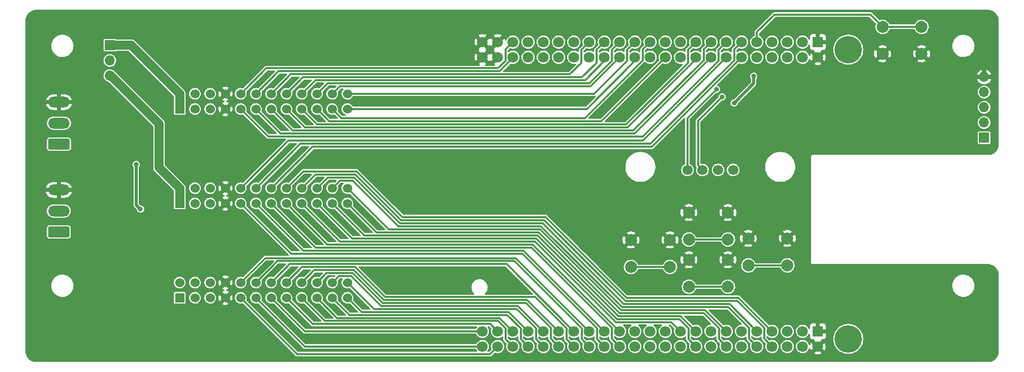
<source format=gbr>
G04 #@! TF.GenerationSoftware,KiCad,Pcbnew,(6.0.5)*
G04 #@! TF.CreationDate,2022-06-03T01:26:25-04:00*
G04 #@! TF.ProjectId,BBB_16_Flex,4242425f-3136-45f4-966c-65782e6b6963,v2*
G04 #@! TF.SameCoordinates,Original*
G04 #@! TF.FileFunction,Copper,L2,Bot*
G04 #@! TF.FilePolarity,Positive*
%FSLAX46Y46*%
G04 Gerber Fmt 4.6, Leading zero omitted, Abs format (unit mm)*
G04 Created by KiCad (PCBNEW (6.0.5)) date 2022-06-03 01:26:25*
%MOMM*%
%LPD*%
G01*
G04 APERTURE LIST*
G04 Aperture macros list*
%AMRoundRect*
0 Rectangle with rounded corners*
0 $1 Rounding radius*
0 $2 $3 $4 $5 $6 $7 $8 $9 X,Y pos of 4 corners*
0 Add a 4 corners polygon primitive as box body*
4,1,4,$2,$3,$4,$5,$6,$7,$8,$9,$2,$3,0*
0 Add four circle primitives for the rounded corners*
1,1,$1+$1,$2,$3*
1,1,$1+$1,$4,$5*
1,1,$1+$1,$6,$7*
1,1,$1+$1,$8,$9*
0 Add four rect primitives between the rounded corners*
20,1,$1+$1,$2,$3,$4,$5,0*
20,1,$1+$1,$4,$5,$6,$7,0*
20,1,$1+$1,$6,$7,$8,$9,0*
20,1,$1+$1,$8,$9,$2,$3,0*%
G04 Aperture macros list end*
G04 #@! TA.AperFunction,ComponentPad*
%ADD10C,1.700000*%
G04 #@! TD*
G04 #@! TA.AperFunction,ComponentPad*
%ADD11R,1.700000X1.700000*%
G04 #@! TD*
G04 #@! TA.AperFunction,ComponentPad*
%ADD12O,1.700000X1.700000*%
G04 #@! TD*
G04 #@! TA.AperFunction,ComponentPad*
%ADD13RoundRect,0.250000X1.550000X-0.650000X1.550000X0.650000X-1.550000X0.650000X-1.550000X-0.650000X0*%
G04 #@! TD*
G04 #@! TA.AperFunction,ComponentPad*
%ADD14O,3.600000X1.800000*%
G04 #@! TD*
G04 #@! TA.AperFunction,ComponentPad*
%ADD15C,2.000000*%
G04 #@! TD*
G04 #@! TA.AperFunction,ComponentPad*
%ADD16R,1.530000X1.530000*%
G04 #@! TD*
G04 #@! TA.AperFunction,ComponentPad*
%ADD17C,1.530000*%
G04 #@! TD*
G04 #@! TA.AperFunction,ComponentPad*
%ADD18R,1.800000X1.800000*%
G04 #@! TD*
G04 #@! TA.AperFunction,ComponentPad*
%ADD19C,1.800000*%
G04 #@! TD*
G04 #@! TA.AperFunction,ComponentPad*
%ADD20C,4.572000*%
G04 #@! TD*
G04 #@! TA.AperFunction,ViaPad*
%ADD21C,0.800000*%
G04 #@! TD*
G04 #@! TA.AperFunction,Conductor*
%ADD22C,0.500000*%
G04 #@! TD*
G04 #@! TA.AperFunction,Conductor*
%ADD23C,0.350000*%
G04 #@! TD*
G04 #@! TA.AperFunction,Conductor*
%ADD24C,1.500000*%
G04 #@! TD*
G04 APERTURE END LIST*
D10*
X196860000Y-98044000D03*
X199360000Y-98044000D03*
X201960000Y-98044000D03*
X204460000Y-98044000D03*
D11*
X246278400Y-92671900D03*
D12*
X246278400Y-90131900D03*
X246278400Y-87591900D03*
X246278400Y-85051900D03*
X246278400Y-82511900D03*
D13*
X92127280Y-108386120D03*
D14*
X92127280Y-104886120D03*
X92127280Y-101386120D03*
D13*
X92147600Y-93735400D03*
D14*
X92147600Y-90235400D03*
X92147600Y-86735400D03*
D15*
X235862000Y-74168000D03*
X229362000Y-74168000D03*
X229362000Y-78668000D03*
X235862000Y-78668000D03*
D16*
X112268000Y-103632000D03*
D17*
X112268000Y-101092000D03*
X114808000Y-103632000D03*
X114808000Y-101092000D03*
X117348000Y-103632000D03*
X117348000Y-101092000D03*
X119888000Y-103632000D03*
X119888000Y-101092000D03*
X122428000Y-103632000D03*
X122428000Y-101092000D03*
X124968000Y-103632000D03*
X124968000Y-101092000D03*
X127508000Y-103632000D03*
X127508000Y-101092000D03*
X130048000Y-103632000D03*
X130048000Y-101092000D03*
X132588000Y-103632000D03*
X132588000Y-101092000D03*
X135128000Y-103632000D03*
X135128000Y-101092000D03*
X137668000Y-103632000D03*
X137668000Y-101092000D03*
X140208000Y-103632000D03*
X140208000Y-101092000D03*
D11*
X100616000Y-77234000D03*
D12*
X100616000Y-79774000D03*
X100616000Y-82314000D03*
D16*
X112268000Y-87884000D03*
D17*
X112268000Y-85344000D03*
X114808000Y-87884000D03*
X114808000Y-85344000D03*
X117348000Y-87884000D03*
X117348000Y-85344000D03*
X119888000Y-87884000D03*
X119888000Y-85344000D03*
X122428000Y-87884000D03*
X122428000Y-85344000D03*
X124968000Y-87884000D03*
X124968000Y-85344000D03*
X127508000Y-87884000D03*
X127508000Y-85344000D03*
X130048000Y-87884000D03*
X130048000Y-85344000D03*
X132588000Y-87884000D03*
X132588000Y-85344000D03*
X135128000Y-87884000D03*
X135128000Y-85344000D03*
X137668000Y-87884000D03*
X137668000Y-85344000D03*
X140208000Y-87884000D03*
X140208000Y-85344000D03*
D16*
X112268000Y-119380000D03*
D17*
X112268000Y-116840000D03*
X114808000Y-119380000D03*
X114808000Y-116840000D03*
X117348000Y-119380000D03*
X117348000Y-116840000D03*
X119888000Y-119380000D03*
X119888000Y-116840000D03*
X122428000Y-119380000D03*
X122428000Y-116840000D03*
X124968000Y-119380000D03*
X124968000Y-116840000D03*
X127508000Y-119380000D03*
X127508000Y-116840000D03*
X130048000Y-119380000D03*
X130048000Y-116840000D03*
X132588000Y-119380000D03*
X132588000Y-116840000D03*
X135128000Y-119380000D03*
X135128000Y-116840000D03*
X137668000Y-119380000D03*
X137668000Y-116840000D03*
X140208000Y-119380000D03*
X140208000Y-116840000D03*
D18*
X218567000Y-124968000D03*
D19*
X218567000Y-127508000D03*
X216027000Y-124968000D03*
X216027000Y-127508000D03*
X213487000Y-124968000D03*
X213487000Y-127508000D03*
X210947000Y-124968000D03*
X210947000Y-127508000D03*
X208407000Y-124968000D03*
X208407000Y-127508000D03*
X205867000Y-124968000D03*
X205867000Y-127508000D03*
X203327000Y-124968000D03*
X203327000Y-127508000D03*
X200787000Y-124968000D03*
X200787000Y-127508000D03*
X198247000Y-124968000D03*
X198247000Y-127508000D03*
X195707000Y-124968000D03*
X195707000Y-127508000D03*
X193167000Y-124968000D03*
X193167000Y-127508000D03*
X190627000Y-124968000D03*
X190627000Y-127508000D03*
X188087000Y-124968000D03*
X188087000Y-127508000D03*
X185547000Y-124968000D03*
X185547000Y-127508000D03*
X183007000Y-124968000D03*
X183007000Y-127508000D03*
X180467000Y-124968000D03*
X180467000Y-127508000D03*
X177927000Y-124968000D03*
X177927000Y-127508000D03*
X175387000Y-124968000D03*
X175387000Y-127508000D03*
X172847000Y-124968000D03*
X172847000Y-127508000D03*
X170307000Y-124968000D03*
X170307000Y-127508000D03*
X167767000Y-124968000D03*
X167767000Y-127508000D03*
X165227000Y-124968000D03*
X165227000Y-127508000D03*
X162687000Y-124968000D03*
X162687000Y-127508000D03*
D18*
X218567000Y-76708000D03*
D19*
X218567000Y-79248000D03*
X216027000Y-76708000D03*
X216027000Y-79248000D03*
X213487000Y-76708000D03*
X213487000Y-79248000D03*
X210947000Y-76708000D03*
X210947000Y-79248000D03*
X208407000Y-76708000D03*
X208407000Y-79248000D03*
X205867000Y-76708000D03*
X205867000Y-79248000D03*
X203327000Y-76708000D03*
X203327000Y-79248000D03*
X200787000Y-76708000D03*
X200787000Y-79248000D03*
X198247000Y-76708000D03*
X198247000Y-79248000D03*
X195707000Y-76708000D03*
X195707000Y-79248000D03*
X193167000Y-76708000D03*
X193167000Y-79248000D03*
X190627000Y-76708000D03*
X190627000Y-79248000D03*
X188087000Y-76708000D03*
X188087000Y-79248000D03*
X185547000Y-76708000D03*
X185547000Y-79248000D03*
X183007000Y-76708000D03*
X183007000Y-79248000D03*
X180467000Y-76708000D03*
X180467000Y-79248000D03*
X177927000Y-76708000D03*
X177927000Y-79248000D03*
X175387000Y-76708000D03*
X175387000Y-79248000D03*
X172847000Y-76708000D03*
X172847000Y-79248000D03*
X170307000Y-76708000D03*
X170307000Y-79248000D03*
X167767000Y-76708000D03*
X167767000Y-79248000D03*
X165227000Y-76708000D03*
X165227000Y-79248000D03*
X162687000Y-76708000D03*
X162687000Y-79248000D03*
D20*
X223647000Y-77978000D03*
X223647000Y-126238000D03*
D15*
X207010000Y-109474000D03*
X213510000Y-109474000D03*
X213510000Y-113974000D03*
X207010000Y-113974000D03*
X193952000Y-109728000D03*
X187452000Y-109728000D03*
X187452000Y-114228000D03*
X193952000Y-114228000D03*
X197104000Y-105156000D03*
X203604000Y-105156000D03*
X197104000Y-109656000D03*
X203604000Y-109656000D03*
X197104000Y-113030000D03*
X203604000Y-113030000D03*
X203604000Y-117530000D03*
X197104000Y-117530000D03*
D21*
X209550000Y-83820000D03*
X207010000Y-88900000D03*
X152132000Y-77270000D03*
X111252000Y-92710000D03*
X199644000Y-74930000D03*
X109116000Y-85634000D03*
X225806000Y-73914000D03*
X238252000Y-115824000D03*
X193916000Y-81634000D03*
X105316000Y-82534000D03*
X173482000Y-71882000D03*
X169672000Y-96266000D03*
X176784000Y-81026000D03*
X195326000Y-91948000D03*
X246634000Y-128270000D03*
X200216000Y-118434000D03*
X233680000Y-86360000D03*
X151116000Y-71734000D03*
X101600000Y-102870000D03*
X153162000Y-96266000D03*
X157616000Y-71734000D03*
X216154000Y-82042000D03*
X127762000Y-71882000D03*
X152132000Y-78540000D03*
X247650000Y-115824000D03*
X106416000Y-72734000D03*
X244094000Y-88900000D03*
X244094000Y-86360000D03*
X155956000Y-116586000D03*
X133016000Y-75534000D03*
X156196000Y-79810000D03*
X223012000Y-83566000D03*
X221996000Y-73660000D03*
X189992000Y-84582000D03*
X156196000Y-78540000D03*
X221488000Y-86360000D03*
X160528000Y-96266000D03*
X160528000Y-79248000D03*
X240030000Y-73406000D03*
X203962000Y-88900000D03*
X142240000Y-86614000D03*
X148336000Y-116586000D03*
X124714000Y-126492000D03*
X105410000Y-117856000D03*
X203200000Y-122682000D03*
X215900000Y-103124000D03*
X234442000Y-88900000D03*
X183134000Y-95758000D03*
X214884000Y-88900000D03*
X169418000Y-104648000D03*
X124714000Y-92456000D03*
X208026000Y-85852000D03*
X110916000Y-75734000D03*
X178562000Y-86614000D03*
X102870000Y-97282000D03*
X217678000Y-73406000D03*
X194564000Y-98044000D03*
X100316000Y-86034000D03*
X225298000Y-93980000D03*
X112776000Y-96266000D03*
X118116000Y-75634000D03*
X100616000Y-73034000D03*
X109116000Y-78134000D03*
X200914000Y-88900000D03*
X156196000Y-77270000D03*
X160528000Y-126238000D03*
X186182000Y-88646000D03*
X201216000Y-96034000D03*
X97316000Y-83134000D03*
X160274000Y-86614000D03*
X197616000Y-122934000D03*
X107442000Y-101092000D03*
X133016000Y-79334000D03*
X217170000Y-93980000D03*
X166116000Y-116332000D03*
X145542000Y-96266000D03*
X169164000Y-81026000D03*
X135382000Y-96012000D03*
X106680000Y-96012000D03*
X150114000Y-104394000D03*
X118116000Y-80134000D03*
X124714000Y-96266000D03*
X197716000Y-91234000D03*
X218186000Y-115316000D03*
X101600000Y-98806000D03*
X179070000Y-74930000D03*
X192416000Y-117134000D03*
X187198000Y-117348000D03*
X245872000Y-73152000D03*
X101600000Y-106680000D03*
X205516000Y-96034000D03*
X134112000Y-126238000D03*
X211836000Y-74930000D03*
X125476000Y-110490000D03*
X231902000Y-128016000D03*
X204470000Y-74930000D03*
X197716000Y-96234000D03*
X233426000Y-83566000D03*
X243586000Y-93980000D03*
X234442000Y-93980000D03*
X225298000Y-88900000D03*
X160528000Y-104648000D03*
X105016000Y-89934000D03*
X152132000Y-79810000D03*
X211582000Y-122428000D03*
X204470000Y-71882000D03*
X111252000Y-89916000D03*
X102016000Y-91334000D03*
X229108000Y-115316000D03*
X96716000Y-73134000D03*
X105016000Y-97134002D03*
X105730802Y-104581200D03*
X202634000Y-85852000D03*
X201676000Y-84582000D03*
X204634966Y-86868000D03*
X207896891Y-82420891D03*
D22*
X105016000Y-97134002D02*
X105016000Y-103866398D01*
X105016000Y-103866398D02*
X105730802Y-104581200D01*
D23*
X199360000Y-98044000D02*
X198616000Y-97300000D01*
X200138999Y-88347001D02*
X202634000Y-85852000D01*
X198616000Y-97300000D02*
X198616000Y-89870000D01*
X198616000Y-89870000D02*
X200138999Y-88347001D01*
X201668000Y-84582000D02*
X196860000Y-89390000D01*
X196860000Y-89390000D02*
X196860000Y-98044000D01*
X201676000Y-84582000D02*
X201668000Y-84582000D01*
D22*
X207896891Y-83606075D02*
X207896891Y-82420891D01*
X204634966Y-86868000D02*
X207896891Y-83606075D01*
D23*
X186772001Y-79836001D02*
X181264002Y-85344000D01*
X188087000Y-76708000D02*
X186772001Y-78022999D01*
X186772001Y-78022999D02*
X186772001Y-79836001D01*
X181264002Y-85344000D02*
X140208000Y-85344000D01*
X180086000Y-87884000D02*
X188087000Y-79883000D01*
X188087000Y-79883000D02*
X188087000Y-79248000D01*
X140208000Y-87884000D02*
X180086000Y-87884000D01*
X138938000Y-84074000D02*
X137668000Y-85344000D01*
X180721000Y-84074000D02*
X138938000Y-84074000D01*
X185547000Y-79248000D02*
X180721000Y-84074000D01*
X189401999Y-79746003D02*
X179740002Y-89408000D01*
X139192000Y-89408000D02*
X137668000Y-87884000D01*
X190627000Y-76708000D02*
X189401999Y-77933001D01*
X179740002Y-89408000D02*
X139192000Y-89408000D01*
X189401999Y-77933001D02*
X189401999Y-79746003D01*
X180494013Y-83573989D02*
X136898011Y-83573989D01*
X184232001Y-78022999D02*
X184232001Y-79836001D01*
X184232001Y-79836001D02*
X180494013Y-83573989D01*
X185547000Y-76708000D02*
X184232001Y-78022999D01*
X136898011Y-83573989D02*
X135128000Y-85344000D01*
X192267001Y-80147999D02*
X193167000Y-79248000D01*
X135128000Y-87884000D02*
X137152011Y-89908011D01*
X182506989Y-89908011D02*
X192267001Y-80147999D01*
X137152011Y-89908011D02*
X182506989Y-89908011D01*
X134858021Y-83073979D02*
X132588000Y-85344000D01*
X183007000Y-79883000D02*
X179816021Y-83073979D01*
X183007000Y-79248000D02*
X183007000Y-79883000D01*
X179816021Y-83073979D02*
X134858021Y-83073979D01*
X196932001Y-78022999D02*
X196932001Y-80181999D01*
X186658044Y-90455956D02*
X135159956Y-90455956D01*
X196932001Y-80181999D02*
X186658044Y-90455956D01*
X198247000Y-76708000D02*
X196932001Y-78022999D01*
X135159956Y-90455956D02*
X132588000Y-87884000D01*
X130048000Y-85344000D02*
X132818032Y-82573968D01*
X132818032Y-82573968D02*
X179300032Y-82573968D01*
X181692001Y-78022999D02*
X183007000Y-76708000D01*
X179300032Y-82573968D02*
X181692001Y-80181999D01*
X181692001Y-80181999D02*
X181692001Y-78022999D01*
X133119967Y-90955967D02*
X186865155Y-90955967D01*
X130048000Y-87884000D02*
X133119967Y-90955967D01*
X198247000Y-79574122D02*
X198247000Y-79248000D01*
X186865155Y-90955967D02*
X198247000Y-79574122D01*
X128272999Y-84579001D02*
X127508000Y-85344000D01*
X130778043Y-82073957D02*
X128272999Y-84579001D01*
X179152001Y-80181999D02*
X177260043Y-82073957D01*
X177260043Y-82073957D02*
X130778043Y-82073957D01*
X179152001Y-78022999D02*
X179152001Y-80181999D01*
X180467000Y-76708000D02*
X179152001Y-78022999D01*
X187852024Y-91455978D02*
X131079978Y-91455978D01*
X199561999Y-77933001D02*
X199561999Y-79746003D01*
X200787000Y-76708000D02*
X199561999Y-77933001D01*
X131079978Y-91455978D02*
X127508000Y-87884000D01*
X199561999Y-79746003D02*
X187852024Y-91455978D01*
X124968000Y-85344000D02*
X128738054Y-81573946D01*
X165568054Y-81573946D02*
X167767000Y-79375000D01*
X167767000Y-79375000D02*
X167767000Y-79248000D01*
X128738054Y-81573946D02*
X165568054Y-81573946D01*
X188079011Y-91955989D02*
X200787000Y-79248000D01*
X129039989Y-91955989D02*
X188079011Y-91955989D01*
X124968000Y-87884000D02*
X129039989Y-91955989D01*
X165288067Y-81073935D02*
X126698065Y-81073935D01*
X166541999Y-79820003D02*
X165288067Y-81073935D01*
X126698065Y-81073935D02*
X123192999Y-84579001D01*
X167767000Y-76708000D02*
X166541999Y-77933001D01*
X166541999Y-77933001D02*
X166541999Y-79820003D01*
X123192999Y-84579001D02*
X122428000Y-85344000D01*
X127000000Y-92456000D02*
X123192999Y-88648999D01*
X189392002Y-92456000D02*
X127000000Y-92456000D01*
X202012001Y-79836001D02*
X189392002Y-92456000D01*
X202012001Y-78022999D02*
X202012001Y-79836001D01*
X123192999Y-88648999D02*
X122428000Y-87884000D01*
X203327000Y-76708000D02*
X202012001Y-78022999D01*
X203327000Y-124968000D02*
X203307124Y-124968000D01*
X199783080Y-121443956D02*
X185760834Y-121443956D01*
X147089022Y-107973022D02*
X140208000Y-101092000D01*
X185760834Y-121443956D02*
X172289900Y-107973022D01*
X203307124Y-124968000D02*
X199783080Y-121443956D01*
X172289900Y-107973022D02*
X147089022Y-107973022D01*
X140208000Y-103632000D02*
X145049033Y-108473033D01*
X199575969Y-121943967D02*
X202101999Y-124469997D01*
X185553723Y-121943967D02*
X199575969Y-121943967D01*
X172082789Y-108473033D02*
X185553723Y-121943967D01*
X145049033Y-108473033D02*
X172082789Y-108473033D01*
X202101999Y-126282999D02*
X203327000Y-127508000D01*
X202101999Y-124469997D02*
X202101999Y-126282999D01*
X185967945Y-120943945D02*
X203655947Y-120943945D01*
X203655947Y-120943945D02*
X207092001Y-124379999D01*
X207092001Y-124379999D02*
X207092001Y-126193001D01*
X137668000Y-101092000D02*
X138961967Y-99798033D01*
X172442033Y-107418033D02*
X185967945Y-120943945D01*
X207092001Y-126193001D02*
X208407000Y-127508000D01*
X141110667Y-99798033D02*
X148730667Y-107418033D01*
X148730667Y-107418033D02*
X172442033Y-107418033D01*
X138961967Y-99798033D02*
X141110667Y-99798033D01*
X198247000Y-124968000D02*
X198227124Y-124968000D01*
X171875678Y-108973044D02*
X143009044Y-108973044D01*
X143009044Y-108973044D02*
X137668000Y-103632000D01*
X185346612Y-122443978D02*
X171875678Y-108973044D01*
X195703102Y-122443978D02*
X185346612Y-122443978D01*
X198227124Y-124968000D02*
X195703102Y-122443978D01*
X141317778Y-99298022D02*
X136921978Y-99298022D01*
X208407000Y-124968000D02*
X203882934Y-120443934D01*
X148937778Y-106918022D02*
X141317778Y-99298022D01*
X203882934Y-120443934D02*
X186229934Y-120443934D01*
X186229934Y-120443934D02*
X172704022Y-106918022D01*
X172704022Y-106918022D02*
X148937778Y-106918022D01*
X136921978Y-99298022D02*
X135128000Y-101092000D01*
X198247000Y-127508000D02*
X197021999Y-126282999D01*
X195495991Y-122943989D02*
X185139501Y-122943989D01*
X140969055Y-109473055D02*
X135128000Y-103632000D01*
X171668567Y-109473055D02*
X140969055Y-109473055D01*
X185139501Y-122943989D02*
X171668567Y-109473055D01*
X197021999Y-126282999D02*
X197021999Y-124469997D01*
X197021999Y-124469997D02*
X195495991Y-122943989D01*
X132588000Y-101092000D02*
X134881989Y-98798011D01*
X149144889Y-106418011D02*
X173020889Y-106418011D01*
X209632001Y-126193001D02*
X210947000Y-127508000D01*
X141524889Y-98798011D02*
X149144889Y-106418011D01*
X209632001Y-124379999D02*
X209632001Y-126193001D01*
X173020889Y-106418011D02*
X186546801Y-119943923D01*
X205195925Y-119943923D02*
X209632001Y-124379999D01*
X134881989Y-98798011D02*
X141524889Y-98798011D01*
X186546801Y-119943923D02*
X205195925Y-119943923D01*
X194183000Y-123444000D02*
X195707000Y-124968000D01*
X184932390Y-123444000D02*
X194183000Y-123444000D01*
X132588000Y-103632000D02*
X138929066Y-109973066D01*
X138929066Y-109973066D02*
X171461456Y-109973066D01*
X171461456Y-109973066D02*
X184932390Y-123444000D01*
X205359000Y-119380000D02*
X186690000Y-119380000D01*
X132842000Y-98298000D02*
X130048000Y-101092000D01*
X173228000Y-105918000D02*
X149352000Y-105918000D01*
X149352000Y-105918000D02*
X141732000Y-98298000D01*
X141732000Y-98298000D02*
X132842000Y-98298000D01*
X186690000Y-119380000D02*
X173228000Y-105918000D01*
X210947000Y-124968000D02*
X205359000Y-119380000D01*
X136889075Y-110473075D02*
X130048000Y-103632000D01*
X171052075Y-110473075D02*
X136889075Y-110473075D01*
X185547000Y-124968000D02*
X171052075Y-110473075D01*
X134421923Y-94178077D02*
X190936923Y-94178077D01*
X190936923Y-94178077D02*
X205867000Y-79248000D01*
X127508000Y-101092000D02*
X134421923Y-94178077D01*
X184232001Y-124379999D02*
X184232001Y-126193001D01*
X134874000Y-110998000D02*
X170850002Y-110998000D01*
X127508000Y-103632000D02*
X134874000Y-110998000D01*
X170850002Y-110998000D02*
X184232001Y-124379999D01*
X184232001Y-126193001D02*
X185547000Y-127508000D01*
X190709936Y-93678066D02*
X132381934Y-93678066D01*
X204641999Y-77933001D02*
X204641999Y-79746003D01*
X132381934Y-93678066D02*
X124968000Y-101092000D01*
X204641999Y-79746003D02*
X190709936Y-93678066D01*
X205867000Y-76708000D02*
X204641999Y-77933001D01*
X183007000Y-124968000D02*
X169552989Y-111513989D01*
X169552989Y-111513989D02*
X132849989Y-111513989D01*
X132849989Y-111513989D02*
X124968000Y-103632000D01*
X122428000Y-101092000D02*
X130341945Y-93178055D01*
X202427001Y-80147999D02*
X203327000Y-79248000D01*
X130341945Y-93178055D02*
X189396945Y-93178055D01*
X189396945Y-93178055D02*
X202427001Y-80147999D01*
X181781999Y-126282999D02*
X183007000Y-127508000D01*
X181781999Y-124470026D02*
X181781999Y-126282999D01*
X130810000Y-112014000D02*
X169325973Y-112014000D01*
X169325973Y-112014000D02*
X181781999Y-124470026D01*
X122428000Y-103632000D02*
X130810000Y-112014000D01*
D24*
X112268000Y-85344000D02*
X104158000Y-77234000D01*
X104158000Y-77234000D02*
X100616000Y-77234000D01*
X112268000Y-85344000D02*
X112268000Y-87884000D01*
X108816000Y-97640000D02*
X108816000Y-90334000D01*
X112268000Y-101092000D02*
X108816000Y-97640000D01*
X108816000Y-90334000D02*
X100796000Y-82314000D01*
X112268000Y-101092000D02*
X112268000Y-103632000D01*
X100796000Y-82314000D02*
X100616000Y-82314000D01*
D23*
X144610948Y-121242948D02*
X168394950Y-121242948D01*
X140208000Y-116840000D02*
X144610948Y-121242948D01*
X168394950Y-121242948D02*
X171621999Y-124469997D01*
X171621999Y-126282999D02*
X172847000Y-127508000D01*
X171621999Y-124469997D02*
X171621999Y-126282999D01*
X140208000Y-119380000D02*
X142570959Y-121742959D01*
X142570959Y-121742959D02*
X167081959Y-121742959D01*
X167081959Y-121742959D02*
X170307000Y-124968000D01*
X168604693Y-120742938D02*
X145854450Y-120742938D01*
X172847000Y-124968000D02*
X172829756Y-124968000D01*
X172829756Y-124968000D02*
X168604693Y-120742938D01*
X140861511Y-115749999D02*
X138758001Y-115749999D01*
X145854450Y-120742938D02*
X140861511Y-115749999D01*
X138758001Y-115749999D02*
X137668000Y-116840000D01*
X138432999Y-120144999D02*
X137668000Y-119380000D01*
X166854972Y-122242970D02*
X140530970Y-122242970D01*
X169081999Y-124469997D02*
X166854972Y-122242970D01*
X170307000Y-127508000D02*
X169081999Y-126282999D01*
X169081999Y-126282999D02*
X169081999Y-124469997D01*
X140530970Y-122242970D02*
X138432999Y-120144999D01*
X174072001Y-124379999D02*
X174072001Y-126193001D01*
X146061561Y-120242927D02*
X169934929Y-120242927D01*
X141068622Y-115249988D02*
X146061561Y-120242927D01*
X169934929Y-120242927D02*
X174072001Y-124379999D01*
X136718012Y-115249988D02*
X141068622Y-115249988D01*
X135128000Y-116840000D02*
X136718012Y-115249988D01*
X174072001Y-126193001D02*
X175387000Y-127508000D01*
X167767000Y-124968000D02*
X165541981Y-122742981D01*
X138490981Y-122742981D02*
X135892999Y-120144999D01*
X135892999Y-120144999D02*
X135128000Y-119380000D01*
X165541981Y-122742981D02*
X138490981Y-122742981D01*
X175387000Y-124968000D02*
X170161916Y-119742916D01*
X146268672Y-119742916D02*
X141275733Y-114749977D01*
X170161916Y-119742916D02*
X146268672Y-119742916D01*
X134678023Y-114749977D02*
X132588000Y-116840000D01*
X141275733Y-114749977D02*
X134678023Y-114749977D01*
X165314993Y-123242991D02*
X166541999Y-124469997D01*
X132588000Y-119380000D02*
X136450991Y-123242991D01*
X136450991Y-123242991D02*
X165314993Y-123242991D01*
X166541999Y-126282999D02*
X167767000Y-127508000D01*
X166541999Y-124469997D02*
X166541999Y-126282999D01*
X146475781Y-119242903D02*
X171474905Y-119242903D01*
X130048000Y-116840000D02*
X132638034Y-114249966D01*
X176701999Y-126282999D02*
X177927000Y-127508000D01*
X132638034Y-114249966D02*
X141482844Y-114249966D01*
X171474905Y-119242903D02*
X176701999Y-124469997D01*
X141482844Y-114249966D02*
X146475781Y-119242903D01*
X176701999Y-124469997D02*
X176701999Y-126282999D01*
X134411000Y-123743000D02*
X130812999Y-120144999D01*
X164002000Y-123743000D02*
X134411000Y-123743000D01*
X130812999Y-120144999D02*
X130048000Y-119380000D01*
X165227000Y-124968000D02*
X164002000Y-123743000D01*
X130598045Y-113749955D02*
X128272999Y-116075001D01*
X128272999Y-116075001D02*
X127508000Y-116840000D01*
X177927000Y-124968000D02*
X166708955Y-113749955D01*
X166708955Y-113749955D02*
X130598045Y-113749955D01*
X133096000Y-124968000D02*
X128793978Y-120665978D01*
X128793978Y-120665978D02*
X127508000Y-119380000D01*
X162687000Y-124968000D02*
X133096000Y-124968000D01*
X179241999Y-124469997D02*
X179241999Y-126282999D01*
X128558056Y-113249944D02*
X168021946Y-113249944D01*
X124968000Y-116840000D02*
X128558056Y-113249944D01*
X179241999Y-126282999D02*
X180467000Y-127508000D01*
X168021946Y-113249944D02*
X179241999Y-124469997D01*
X162687000Y-127508000D02*
X133096000Y-127508000D01*
X126753989Y-121165989D02*
X124968000Y-119380000D01*
X133096000Y-127508000D02*
X126753989Y-121165989D01*
X168248933Y-112749933D02*
X126518067Y-112749933D01*
X123192999Y-116075001D02*
X122428000Y-116840000D01*
X126518067Y-112749933D02*
X123192999Y-116075001D01*
X180467000Y-124968000D02*
X168248933Y-112749933D01*
X131831001Y-128783001D02*
X124714000Y-121666000D01*
X163951999Y-128783001D02*
X131831001Y-128783001D01*
X124714000Y-121666000D02*
X122428000Y-119380000D01*
X165227000Y-127508000D02*
X163951999Y-128783001D01*
X211328000Y-72136000D02*
X227330000Y-72136000D01*
X208407000Y-75057000D02*
X211328000Y-72136000D01*
X229362000Y-74168000D02*
X235862000Y-74168000D01*
X227330000Y-72136000D02*
X229362000Y-74168000D01*
X208407000Y-76708000D02*
X208407000Y-75057000D01*
X203604000Y-109656000D02*
X197104000Y-109656000D01*
X203604000Y-117530000D02*
X197104000Y-117530000D01*
X193952000Y-114228000D02*
X187452000Y-114228000D01*
X213510000Y-113974000D02*
X207010000Y-113974000D01*
G04 #@! TA.AperFunction,Conductor*
G36*
X246868242Y-71322466D02*
G01*
X246873811Y-71322476D01*
X246887641Y-71325656D01*
X246901484Y-71322524D01*
X246915347Y-71322548D01*
X246923356Y-71322818D01*
X247052386Y-71331275D01*
X247118817Y-71335629D01*
X247135157Y-71337780D01*
X247244543Y-71359538D01*
X247353932Y-71381297D01*
X247369842Y-71385560D01*
X247581064Y-71457260D01*
X247596290Y-71463567D01*
X247625345Y-71477895D01*
X247796347Y-71562223D01*
X247810613Y-71570460D01*
X247902792Y-71632052D01*
X247996077Y-71694383D01*
X248009153Y-71704416D01*
X248176857Y-71851489D01*
X248188511Y-71863143D01*
X248335584Y-72030847D01*
X248345617Y-72043923D01*
X248469538Y-72229383D01*
X248477779Y-72243657D01*
X248576433Y-72443710D01*
X248582739Y-72458934D01*
X248654440Y-72670158D01*
X248658704Y-72686071D01*
X248702220Y-72904843D01*
X248704371Y-72921183D01*
X248717274Y-73118038D01*
X248717544Y-73126499D01*
X248717524Y-73137811D01*
X248714344Y-73151641D01*
X248717475Y-73165480D01*
X248717467Y-73170311D01*
X248719500Y-73188504D01*
X248719500Y-93688920D01*
X248717534Y-93706242D01*
X248717524Y-93711811D01*
X248714344Y-93725641D01*
X248717476Y-93739484D01*
X248717452Y-93753347D01*
X248717182Y-93761356D01*
X248708725Y-93890386D01*
X248704371Y-93956817D01*
X248702220Y-93973157D01*
X248658704Y-94191929D01*
X248654440Y-94207842D01*
X248636311Y-94261249D01*
X248582740Y-94419064D01*
X248576433Y-94434290D01*
X248550941Y-94485983D01*
X248491679Y-94606157D01*
X248477779Y-94634343D01*
X248469540Y-94648613D01*
X248407948Y-94740792D01*
X248345617Y-94834077D01*
X248335584Y-94847153D01*
X248188511Y-95014857D01*
X248176857Y-95026511D01*
X248009153Y-95173584D01*
X247996077Y-95183617D01*
X247902792Y-95245948D01*
X247810613Y-95307540D01*
X247796347Y-95315777D01*
X247725758Y-95350587D01*
X247596290Y-95414433D01*
X247581066Y-95420739D01*
X247369842Y-95492440D01*
X247353932Y-95496703D01*
X247262315Y-95514927D01*
X247135157Y-95540220D01*
X247118817Y-95542371D01*
X246966664Y-95552344D01*
X246921961Y-95555274D01*
X246913501Y-95555544D01*
X246902189Y-95555524D01*
X246888359Y-95552344D01*
X246874520Y-95555475D01*
X246869689Y-95555467D01*
X246851496Y-95557500D01*
X217683892Y-95557500D01*
X217646626Y-95557467D01*
X217646624Y-95557467D01*
X217632437Y-95557455D01*
X217619646Y-95563597D01*
X217614733Y-95564713D01*
X217607183Y-95567350D01*
X217602649Y-95569532D01*
X217588815Y-95572688D01*
X217577720Y-95581529D01*
X217572846Y-95583875D01*
X217566994Y-95587546D01*
X217562762Y-95590912D01*
X217549976Y-95597052D01*
X217541116Y-95608131D01*
X217537176Y-95611265D01*
X217531515Y-95616916D01*
X217528373Y-95620852D01*
X217517276Y-95629695D01*
X217511111Y-95642477D01*
X217507737Y-95646704D01*
X217504058Y-95652547D01*
X217501707Y-95657410D01*
X217492844Y-95668492D01*
X217489664Y-95682320D01*
X217487474Y-95686851D01*
X217484824Y-95694397D01*
X217483700Y-95699307D01*
X217477535Y-95712087D01*
X217477515Y-95735155D01*
X217475490Y-95735153D01*
X217475474Y-95735219D01*
X217477500Y-95735219D01*
X217477500Y-95752108D01*
X217477455Y-95803563D01*
X217472650Y-95803559D01*
X217472644Y-95803657D01*
X217477500Y-95803657D01*
X217477500Y-113532108D01*
X217477470Y-113566824D01*
X217477455Y-113583563D01*
X217483597Y-113596354D01*
X217484713Y-113601267D01*
X217487350Y-113608817D01*
X217489532Y-113613351D01*
X217492688Y-113627185D01*
X217501529Y-113638280D01*
X217503875Y-113643154D01*
X217507546Y-113649006D01*
X217510912Y-113653238D01*
X217517052Y-113666024D01*
X217528131Y-113674884D01*
X217531265Y-113678824D01*
X217536916Y-113684485D01*
X217540852Y-113687627D01*
X217549695Y-113698724D01*
X217562477Y-113704889D01*
X217566704Y-113708263D01*
X217572547Y-113711942D01*
X217577410Y-113714293D01*
X217588492Y-113723156D01*
X217602320Y-113726336D01*
X217606851Y-113728526D01*
X217614397Y-113731176D01*
X217619307Y-113732300D01*
X217632087Y-113738465D01*
X217655155Y-113738485D01*
X217655153Y-113740510D01*
X217655219Y-113740526D01*
X217655219Y-113738500D01*
X217672108Y-113738500D01*
X217723563Y-113738545D01*
X217723559Y-113743350D01*
X217723657Y-113743356D01*
X217723657Y-113738500D01*
X246850920Y-113738500D01*
X246868242Y-113740466D01*
X246873811Y-113740476D01*
X246887641Y-113743656D01*
X246901484Y-113740524D01*
X246915347Y-113740548D01*
X246923356Y-113740818D01*
X247044000Y-113748725D01*
X247118817Y-113753629D01*
X247135157Y-113755780D01*
X247217395Y-113772138D01*
X247353932Y-113799297D01*
X247369842Y-113803560D01*
X247581064Y-113875260D01*
X247596290Y-113881567D01*
X247625345Y-113895895D01*
X247796347Y-113980223D01*
X247810613Y-113988460D01*
X247888904Y-114040772D01*
X247996077Y-114112383D01*
X248009153Y-114122416D01*
X248176857Y-114269489D01*
X248188511Y-114281143D01*
X248335584Y-114448847D01*
X248345617Y-114461923D01*
X248458540Y-114630923D01*
X248469538Y-114647383D01*
X248477779Y-114661657D01*
X248576433Y-114861710D01*
X248582739Y-114876934D01*
X248654440Y-115088158D01*
X248658703Y-115104068D01*
X248673362Y-115177764D01*
X248702220Y-115322843D01*
X248704371Y-115339183D01*
X248717274Y-115536038D01*
X248717544Y-115544499D01*
X248717524Y-115555811D01*
X248714344Y-115569641D01*
X248717475Y-115583480D01*
X248717467Y-115588311D01*
X248719500Y-115606504D01*
X248719500Y-128232920D01*
X248717534Y-128250242D01*
X248717524Y-128255811D01*
X248714344Y-128269641D01*
X248717476Y-128283484D01*
X248717452Y-128297347D01*
X248717182Y-128305356D01*
X248709560Y-128421658D01*
X248704371Y-128500817D01*
X248702220Y-128517157D01*
X248697758Y-128539590D01*
X248658752Y-128735690D01*
X248658704Y-128735929D01*
X248654440Y-128751842D01*
X248636311Y-128805249D01*
X248582740Y-128963064D01*
X248576433Y-128978290D01*
X248545469Y-129041080D01*
X248485816Y-129162046D01*
X248477779Y-129178343D01*
X248469538Y-129192617D01*
X248345617Y-129378077D01*
X248335584Y-129391153D01*
X248188511Y-129558857D01*
X248176857Y-129570511D01*
X248009153Y-129717584D01*
X247996077Y-129727617D01*
X247902792Y-129789948D01*
X247810613Y-129851540D01*
X247796347Y-129859777D01*
X247693942Y-129910277D01*
X247596290Y-129958433D01*
X247581066Y-129964739D01*
X247369842Y-130036440D01*
X247353932Y-130040703D01*
X247244543Y-130062462D01*
X247135157Y-130084220D01*
X247118817Y-130086371D01*
X246966664Y-130096344D01*
X246921961Y-130099274D01*
X246913501Y-130099544D01*
X246902189Y-130099524D01*
X246888359Y-130096344D01*
X246874520Y-130099475D01*
X246869689Y-130099467D01*
X246851496Y-130101500D01*
X88429080Y-130101500D01*
X88411758Y-130099534D01*
X88406189Y-130099524D01*
X88392359Y-130096344D01*
X88378516Y-130099476D01*
X88364653Y-130099452D01*
X88356644Y-130099182D01*
X88227614Y-130090725D01*
X88161183Y-130086371D01*
X88144843Y-130084220D01*
X88035457Y-130062462D01*
X87926068Y-130040703D01*
X87910158Y-130036440D01*
X87698934Y-129964739D01*
X87683710Y-129958433D01*
X87586059Y-129910277D01*
X87483653Y-129859777D01*
X87469387Y-129851540D01*
X87377208Y-129789948D01*
X87283923Y-129727617D01*
X87270847Y-129717584D01*
X87103143Y-129570511D01*
X87091489Y-129558857D01*
X86944416Y-129391153D01*
X86934383Y-129378077D01*
X86810462Y-129192617D01*
X86802221Y-129178343D01*
X86794185Y-129162046D01*
X86734531Y-129041080D01*
X86703567Y-128978290D01*
X86697260Y-128963064D01*
X86643689Y-128805249D01*
X86625560Y-128751842D01*
X86621296Y-128735929D01*
X86621249Y-128735690D01*
X86582242Y-128539590D01*
X86577780Y-128517157D01*
X86575629Y-128500817D01*
X86562850Y-128305855D01*
X86563406Y-128283209D01*
X86564043Y-128277673D01*
X86565655Y-128270718D01*
X86565656Y-128270000D01*
X86563654Y-128261225D01*
X86560500Y-128233210D01*
X86560500Y-120415300D01*
X119353295Y-120415300D01*
X119356641Y-120419770D01*
X119521143Y-120490447D01*
X119532088Y-120494003D01*
X119729649Y-120538707D01*
X119741059Y-120540209D01*
X119943465Y-120548161D01*
X119954947Y-120547559D01*
X120155415Y-120518493D01*
X120166598Y-120515808D01*
X120358406Y-120450698D01*
X120368921Y-120446016D01*
X120410883Y-120422516D01*
X120420747Y-120412438D01*
X120417792Y-120404767D01*
X119900812Y-119887787D01*
X119886868Y-119880173D01*
X119885035Y-119880304D01*
X119878420Y-119884555D01*
X119360055Y-120402920D01*
X119353295Y-120415300D01*
X86560500Y-120415300D01*
X86560500Y-120164748D01*
X111302500Y-120164748D01*
X111303707Y-120170816D01*
X111309894Y-120201918D01*
X111314133Y-120223231D01*
X111358448Y-120289552D01*
X111424769Y-120333867D01*
X111436938Y-120336288D01*
X111436939Y-120336288D01*
X111477184Y-120344293D01*
X111483252Y-120345500D01*
X113052748Y-120345500D01*
X113058816Y-120344293D01*
X113099061Y-120336288D01*
X113099062Y-120336288D01*
X113111231Y-120333867D01*
X113177552Y-120289552D01*
X113221867Y-120223231D01*
X113226107Y-120201918D01*
X113232293Y-120170816D01*
X113233500Y-120164748D01*
X113233500Y-119366454D01*
X113837923Y-119366454D01*
X113853766Y-119555135D01*
X113905957Y-119737144D01*
X113908775Y-119742627D01*
X113989686Y-119900064D01*
X113989689Y-119900068D01*
X113992506Y-119905550D01*
X114110117Y-120053938D01*
X114114811Y-120057933D01*
X114143761Y-120082571D01*
X114254310Y-120176656D01*
X114419593Y-120269029D01*
X114599670Y-120327540D01*
X114787682Y-120349959D01*
X114793817Y-120349487D01*
X114793819Y-120349487D01*
X114970327Y-120335906D01*
X114970331Y-120335905D01*
X114976469Y-120335433D01*
X114982401Y-120333777D01*
X114982405Y-120333776D01*
X115067653Y-120309974D01*
X115158838Y-120284514D01*
X115327844Y-120199143D01*
X115352778Y-120179663D01*
X115472200Y-120086360D01*
X115477050Y-120082571D01*
X115501766Y-120053938D01*
X115596747Y-119943900D01*
X115596747Y-119943899D01*
X115600771Y-119939238D01*
X115694296Y-119774605D01*
X115754063Y-119594940D01*
X115773949Y-119437525D01*
X115777352Y-119410592D01*
X115777353Y-119410583D01*
X115777794Y-119407089D01*
X115778172Y-119380000D01*
X115776844Y-119366454D01*
X116377923Y-119366454D01*
X116393766Y-119555135D01*
X116445957Y-119737144D01*
X116448775Y-119742627D01*
X116529686Y-119900064D01*
X116529689Y-119900068D01*
X116532506Y-119905550D01*
X116650117Y-120053938D01*
X116654811Y-120057933D01*
X116683761Y-120082571D01*
X116794310Y-120176656D01*
X116959593Y-120269029D01*
X117139670Y-120327540D01*
X117327682Y-120349959D01*
X117333817Y-120349487D01*
X117333819Y-120349487D01*
X117510327Y-120335906D01*
X117510331Y-120335905D01*
X117516469Y-120335433D01*
X117522401Y-120333777D01*
X117522405Y-120333776D01*
X117607653Y-120309974D01*
X117698838Y-120284514D01*
X117867844Y-120199143D01*
X117892778Y-120179663D01*
X118012200Y-120086360D01*
X118017050Y-120082571D01*
X118041766Y-120053938D01*
X118136747Y-119943900D01*
X118136747Y-119943899D01*
X118140771Y-119939238D01*
X118234296Y-119774605D01*
X118294063Y-119594940D01*
X118313949Y-119437525D01*
X118317352Y-119410592D01*
X118317353Y-119410583D01*
X118317794Y-119407089D01*
X118318172Y-119380000D01*
X118315734Y-119355139D01*
X118718788Y-119355139D01*
X118732036Y-119557259D01*
X118733837Y-119568629D01*
X118783695Y-119764949D01*
X118787537Y-119775798D01*
X118846119Y-119902872D01*
X118855391Y-119913495D01*
X118861283Y-119911742D01*
X119380213Y-119392812D01*
X119386591Y-119381132D01*
X120388173Y-119381132D01*
X120388304Y-119382965D01*
X120392555Y-119389580D01*
X120908852Y-119905877D01*
X120921232Y-119912637D01*
X120927812Y-119907711D01*
X120954016Y-119860921D01*
X120958698Y-119850406D01*
X121023808Y-119658598D01*
X121026493Y-119647415D01*
X121055855Y-119444906D01*
X121056485Y-119437525D01*
X121057894Y-119383704D01*
X121057651Y-119376305D01*
X121056746Y-119366454D01*
X121457923Y-119366454D01*
X121473766Y-119555135D01*
X121525957Y-119737144D01*
X121528775Y-119742627D01*
X121609686Y-119900064D01*
X121609689Y-119900068D01*
X121612506Y-119905550D01*
X121730117Y-120053938D01*
X121734811Y-120057933D01*
X121763761Y-120082571D01*
X121874310Y-120176656D01*
X122039593Y-120269029D01*
X122219670Y-120327540D01*
X122407682Y-120349959D01*
X122413817Y-120349487D01*
X122413819Y-120349487D01*
X122590327Y-120335906D01*
X122590331Y-120335905D01*
X122596469Y-120335433D01*
X122602401Y-120333777D01*
X122602405Y-120333776D01*
X122725620Y-120299373D01*
X122796610Y-120300319D01*
X122848599Y-120331636D01*
X131527653Y-129010690D01*
X131542378Y-129028921D01*
X131543779Y-129030461D01*
X131549429Y-129039211D01*
X131557607Y-129045658D01*
X131575466Y-129059737D01*
X131579833Y-129063618D01*
X131579899Y-129063540D01*
X131583857Y-129066894D01*
X131587539Y-129070576D01*
X131591770Y-129073599D01*
X131591773Y-129073602D01*
X131595352Y-129076159D01*
X131603053Y-129081662D01*
X131607782Y-129085213D01*
X131647601Y-129116604D01*
X131656150Y-129119606D01*
X131663520Y-129124873D01*
X131712079Y-129139395D01*
X131717720Y-129141228D01*
X131758000Y-129155373D01*
X131765549Y-129158024D01*
X131771056Y-129158501D01*
X131773763Y-129158501D01*
X131776335Y-129158612D01*
X131776495Y-129158660D01*
X131776489Y-129158804D01*
X131777107Y-129158843D01*
X131783287Y-129160691D01*
X131836556Y-129158598D01*
X131841502Y-129158501D01*
X163898503Y-129158501D01*
X163921800Y-129160980D01*
X163923885Y-129161078D01*
X163934065Y-129163270D01*
X163966983Y-129159374D01*
X163972820Y-129159030D01*
X163972812Y-129158929D01*
X163977991Y-129158501D01*
X163983192Y-129158501D01*
X163988320Y-129157647D01*
X163988326Y-129157647D01*
X164001986Y-129155373D01*
X164007862Y-129154536D01*
X164012951Y-129153934D01*
X164058209Y-129148577D01*
X164066376Y-129144655D01*
X164075312Y-129143168D01*
X164084474Y-129138224D01*
X164084478Y-129138223D01*
X164119928Y-129119095D01*
X164125219Y-129116399D01*
X164163748Y-129097898D01*
X164163749Y-129097897D01*
X164170899Y-129094464D01*
X164175130Y-129090907D01*
X164177062Y-129088975D01*
X164178936Y-129087256D01*
X164179073Y-129087182D01*
X164179173Y-129087292D01*
X164179653Y-129086869D01*
X164185328Y-129083807D01*
X164194762Y-129073602D01*
X164221527Y-129044647D01*
X164224957Y-129041080D01*
X164622827Y-128643211D01*
X217932383Y-128643211D01*
X217936125Y-128648210D01*
X218115693Y-128731944D01*
X218125985Y-128735690D01*
X218335082Y-128791717D01*
X218345875Y-128793620D01*
X218561525Y-128812487D01*
X218572475Y-128812487D01*
X218788125Y-128793620D01*
X218798918Y-128791717D01*
X219008015Y-128735690D01*
X219018307Y-128731944D01*
X219191251Y-128651299D01*
X219201835Y-128641980D01*
X219200028Y-128636002D01*
X218579808Y-128015783D01*
X218565870Y-128008172D01*
X218564034Y-128008304D01*
X218557422Y-128012553D01*
X217939142Y-128630832D01*
X217932383Y-128643211D01*
X164622827Y-128643211D01*
X164700196Y-128565842D01*
X164762508Y-128531817D01*
X164839027Y-128539170D01*
X164880154Y-128556839D01*
X164880163Y-128556842D01*
X164885470Y-128559122D01*
X165082740Y-128603760D01*
X165088509Y-128603987D01*
X165088512Y-128603987D01*
X165164683Y-128606979D01*
X165284842Y-128611700D01*
X165371132Y-128599189D01*
X165479286Y-128583508D01*
X165479291Y-128583507D01*
X165485007Y-128582678D01*
X165490479Y-128580820D01*
X165490481Y-128580820D01*
X165671067Y-128519519D01*
X165671069Y-128519518D01*
X165676531Y-128517664D01*
X165853001Y-128418837D01*
X165915433Y-128366913D01*
X166004073Y-128293191D01*
X166008505Y-128289505D01*
X166137837Y-128134001D01*
X166236664Y-127957531D01*
X166240510Y-127946203D01*
X166299820Y-127771481D01*
X166299820Y-127771479D01*
X166301678Y-127766007D01*
X166302507Y-127760291D01*
X166302508Y-127760286D01*
X166330167Y-127569516D01*
X166330700Y-127565842D01*
X166332215Y-127508000D01*
X166313708Y-127306591D01*
X166258807Y-127111926D01*
X166169351Y-126930527D01*
X166151079Y-126906057D01*
X166051788Y-126773091D01*
X166051787Y-126773090D01*
X166048335Y-126768467D01*
X166025350Y-126747220D01*
X165904053Y-126635094D01*
X165904051Y-126635092D01*
X165899812Y-126631174D01*
X165872374Y-126613862D01*
X165733637Y-126526325D01*
X165728757Y-126523246D01*
X165540898Y-126448298D01*
X165342526Y-126408839D01*
X165336752Y-126408763D01*
X165336748Y-126408763D01*
X165234257Y-126407422D01*
X165140286Y-126406192D01*
X165134589Y-126407171D01*
X165134588Y-126407171D01*
X164946646Y-126439465D01*
X164946645Y-126439465D01*
X164940949Y-126440444D01*
X164751193Y-126510449D01*
X164746232Y-126513401D01*
X164746231Y-126513401D01*
X164674681Y-126555969D01*
X164577371Y-126613862D01*
X164425305Y-126747220D01*
X164300089Y-126906057D01*
X164205914Y-127085053D01*
X164145937Y-127278213D01*
X164122164Y-127479069D01*
X164135392Y-127680894D01*
X164141633Y-127705467D01*
X164182212Y-127865248D01*
X164185178Y-127876928D01*
X164187596Y-127882174D01*
X164187600Y-127882184D01*
X164193174Y-127894275D01*
X164203529Y-127964512D01*
X164174266Y-128029198D01*
X164167843Y-128036120D01*
X163833367Y-128370596D01*
X163771055Y-128404622D01*
X163744272Y-128407501D01*
X163639046Y-128407501D01*
X163570925Y-128387499D01*
X163524432Y-128333843D01*
X163514328Y-128263569D01*
X163542172Y-128200932D01*
X163594141Y-128138445D01*
X163597837Y-128134001D01*
X163696664Y-127957531D01*
X163700510Y-127946203D01*
X163759820Y-127771481D01*
X163759820Y-127771479D01*
X163761678Y-127766007D01*
X163762507Y-127760291D01*
X163762508Y-127760286D01*
X163790167Y-127569516D01*
X163790700Y-127565842D01*
X163792215Y-127508000D01*
X163773708Y-127306591D01*
X163718807Y-127111926D01*
X163629351Y-126930527D01*
X163611079Y-126906057D01*
X163511788Y-126773091D01*
X163511787Y-126773090D01*
X163508335Y-126768467D01*
X163485350Y-126747220D01*
X163364053Y-126635094D01*
X163364051Y-126635092D01*
X163359812Y-126631174D01*
X163332374Y-126613862D01*
X163193637Y-126526325D01*
X163188757Y-126523246D01*
X163000898Y-126448298D01*
X162802526Y-126408839D01*
X162796752Y-126408763D01*
X162796748Y-126408763D01*
X162694257Y-126407422D01*
X162600286Y-126406192D01*
X162594589Y-126407171D01*
X162594588Y-126407171D01*
X162406646Y-126439465D01*
X162406645Y-126439465D01*
X162400949Y-126440444D01*
X162211193Y-126510449D01*
X162206232Y-126513401D01*
X162206231Y-126513401D01*
X162134681Y-126555969D01*
X162037371Y-126613862D01*
X161885305Y-126747220D01*
X161760089Y-126906057D01*
X161749649Y-126925900D01*
X161676376Y-127065168D01*
X161626957Y-127116140D01*
X161564868Y-127132500D01*
X133303727Y-127132500D01*
X133235606Y-127112498D01*
X133214632Y-127095595D01*
X125919144Y-119800107D01*
X125885118Y-119737795D01*
X125888681Y-119671242D01*
X125914063Y-119594940D01*
X125933949Y-119437525D01*
X125937352Y-119410592D01*
X125937353Y-119410583D01*
X125937794Y-119407089D01*
X125938172Y-119380000D01*
X125919695Y-119191559D01*
X125917914Y-119185660D01*
X125917913Y-119185655D01*
X125875868Y-119046397D01*
X125864969Y-119010296D01*
X125861836Y-119004403D01*
X125778973Y-118848561D01*
X125778971Y-118848559D01*
X125776077Y-118843115D01*
X125729034Y-118785435D01*
X125660301Y-118701159D01*
X125660298Y-118701156D01*
X125656406Y-118696384D01*
X125644868Y-118686839D01*
X125515263Y-118579620D01*
X125515259Y-118579618D01*
X125510513Y-118575691D01*
X125343957Y-118485634D01*
X125253518Y-118457639D01*
X125168967Y-118431466D01*
X125168964Y-118431465D01*
X125163080Y-118429644D01*
X125156955Y-118429000D01*
X125156954Y-118429000D01*
X124980901Y-118410496D01*
X124980900Y-118410496D01*
X124974773Y-118409852D01*
X124910435Y-118415707D01*
X124792346Y-118426453D01*
X124792342Y-118426454D01*
X124786208Y-118427012D01*
X124604567Y-118480472D01*
X124436769Y-118568195D01*
X124289206Y-118686839D01*
X124285248Y-118691557D01*
X124285245Y-118691559D01*
X124206474Y-118785435D01*
X124167498Y-118831885D01*
X124076281Y-118997809D01*
X124074420Y-119003676D01*
X124074419Y-119003678D01*
X124028982Y-119146915D01*
X124019029Y-119178290D01*
X123997923Y-119366454D01*
X124013766Y-119555135D01*
X124065957Y-119737144D01*
X124068775Y-119742627D01*
X124149686Y-119900064D01*
X124149689Y-119900068D01*
X124152506Y-119905550D01*
X124270117Y-120053938D01*
X124274811Y-120057933D01*
X124303761Y-120082571D01*
X124414310Y-120176656D01*
X124579593Y-120269029D01*
X124759670Y-120327540D01*
X124947682Y-120349959D01*
X124953817Y-120349487D01*
X124953819Y-120349487D01*
X125130327Y-120335906D01*
X125130331Y-120335905D01*
X125136469Y-120335433D01*
X125142401Y-120333777D01*
X125142405Y-120333776D01*
X125265620Y-120299373D01*
X125336610Y-120300319D01*
X125388599Y-120331636D01*
X132792652Y-127735689D01*
X132807377Y-127753920D01*
X132808778Y-127755460D01*
X132814428Y-127764210D01*
X132822606Y-127770657D01*
X132840465Y-127784736D01*
X132844832Y-127788617D01*
X132844898Y-127788539D01*
X132848856Y-127791893D01*
X132852538Y-127795575D01*
X132856769Y-127798598D01*
X132856772Y-127798601D01*
X132861591Y-127802044D01*
X132868052Y-127806661D01*
X132872781Y-127810212D01*
X132912600Y-127841603D01*
X132921149Y-127844605D01*
X132928519Y-127849872D01*
X132938500Y-127852857D01*
X132977083Y-127864396D01*
X132982730Y-127866231D01*
X133023064Y-127880395D01*
X133023065Y-127880395D01*
X133030548Y-127883023D01*
X133036055Y-127883500D01*
X133038762Y-127883500D01*
X133041332Y-127883611D01*
X133041494Y-127883659D01*
X133041488Y-127883804D01*
X133042108Y-127883843D01*
X133048287Y-127885691D01*
X133099529Y-127883677D01*
X133101570Y-127883597D01*
X133106518Y-127883500D01*
X161567550Y-127883500D01*
X161635671Y-127903502D01*
X161681976Y-127956748D01*
X161729856Y-128060607D01*
X161733189Y-128065323D01*
X161834574Y-128208781D01*
X161857555Y-128275956D01*
X161840570Y-128344891D01*
X161789013Y-128393700D01*
X161731677Y-128407501D01*
X132038728Y-128407501D01*
X131970607Y-128387499D01*
X131949633Y-128370596D01*
X123379144Y-119800107D01*
X123345118Y-119737795D01*
X123348681Y-119671242D01*
X123374063Y-119594940D01*
X123393949Y-119437525D01*
X123397352Y-119410592D01*
X123397353Y-119410583D01*
X123397794Y-119407089D01*
X123398172Y-119380000D01*
X123379695Y-119191559D01*
X123377914Y-119185660D01*
X123377913Y-119185655D01*
X123335868Y-119046397D01*
X123324969Y-119010296D01*
X123321836Y-119004403D01*
X123238973Y-118848561D01*
X123238971Y-118848559D01*
X123236077Y-118843115D01*
X123189034Y-118785435D01*
X123120301Y-118701159D01*
X123120298Y-118701156D01*
X123116406Y-118696384D01*
X123104868Y-118686839D01*
X122975263Y-118579620D01*
X122975259Y-118579618D01*
X122970513Y-118575691D01*
X122803957Y-118485634D01*
X122713518Y-118457639D01*
X122628967Y-118431466D01*
X122628964Y-118431465D01*
X122623080Y-118429644D01*
X122616955Y-118429000D01*
X122616954Y-118429000D01*
X122440901Y-118410496D01*
X122440900Y-118410496D01*
X122434773Y-118409852D01*
X122370435Y-118415707D01*
X122252346Y-118426453D01*
X122252342Y-118426454D01*
X122246208Y-118427012D01*
X122064567Y-118480472D01*
X121896769Y-118568195D01*
X121749206Y-118686839D01*
X121745248Y-118691557D01*
X121745245Y-118691559D01*
X121666474Y-118785435D01*
X121627498Y-118831885D01*
X121536281Y-118997809D01*
X121534420Y-119003676D01*
X121534419Y-119003678D01*
X121488982Y-119146915D01*
X121479029Y-119178290D01*
X121457923Y-119366454D01*
X121056746Y-119366454D01*
X121038928Y-119172543D01*
X121036830Y-119161222D01*
X120981850Y-118966278D01*
X120977725Y-118955531D01*
X120929499Y-118857738D01*
X120919950Y-118847359D01*
X120913518Y-118849457D01*
X120395787Y-119367188D01*
X120388173Y-119381132D01*
X119386591Y-119381132D01*
X119387827Y-119378868D01*
X119387696Y-119377035D01*
X119383445Y-119370420D01*
X118867532Y-118854507D01*
X118855152Y-118847747D01*
X118849186Y-118852213D01*
X118809761Y-118927148D01*
X118805356Y-118937782D01*
X118745289Y-119131228D01*
X118742897Y-119142482D01*
X118719089Y-119343638D01*
X118718788Y-119355139D01*
X118315734Y-119355139D01*
X118299695Y-119191559D01*
X118297914Y-119185660D01*
X118297913Y-119185655D01*
X118255868Y-119046397D01*
X118244969Y-119010296D01*
X118241836Y-119004403D01*
X118158973Y-118848561D01*
X118158971Y-118848559D01*
X118156077Y-118843115D01*
X118109034Y-118785435D01*
X118040301Y-118701159D01*
X118040298Y-118701156D01*
X118036406Y-118696384D01*
X118024868Y-118686839D01*
X117895263Y-118579620D01*
X117895259Y-118579618D01*
X117890513Y-118575691D01*
X117723957Y-118485634D01*
X117633518Y-118457639D01*
X117548967Y-118431466D01*
X117548964Y-118431465D01*
X117543080Y-118429644D01*
X117536955Y-118429000D01*
X117536954Y-118429000D01*
X117360901Y-118410496D01*
X117360900Y-118410496D01*
X117354773Y-118409852D01*
X117290435Y-118415707D01*
X117172346Y-118426453D01*
X117172342Y-118426454D01*
X117166208Y-118427012D01*
X116984567Y-118480472D01*
X116816769Y-118568195D01*
X116669206Y-118686839D01*
X116665248Y-118691557D01*
X116665245Y-118691559D01*
X116586474Y-118785435D01*
X116547498Y-118831885D01*
X116456281Y-118997809D01*
X116454420Y-119003676D01*
X116454419Y-119003678D01*
X116408982Y-119146915D01*
X116399029Y-119178290D01*
X116377923Y-119366454D01*
X115776844Y-119366454D01*
X115759695Y-119191559D01*
X115757914Y-119185660D01*
X115757913Y-119185655D01*
X115715868Y-119046397D01*
X115704969Y-119010296D01*
X115701836Y-119004403D01*
X115618973Y-118848561D01*
X115618971Y-118848559D01*
X115616077Y-118843115D01*
X115569034Y-118785435D01*
X115500301Y-118701159D01*
X115500298Y-118701156D01*
X115496406Y-118696384D01*
X115484868Y-118686839D01*
X115355263Y-118579620D01*
X115355259Y-118579618D01*
X115350513Y-118575691D01*
X115183957Y-118485634D01*
X115093518Y-118457639D01*
X115008967Y-118431466D01*
X115008964Y-118431465D01*
X115003080Y-118429644D01*
X114996955Y-118429000D01*
X114996954Y-118429000D01*
X114820901Y-118410496D01*
X114820900Y-118410496D01*
X114814773Y-118409852D01*
X114750435Y-118415707D01*
X114632346Y-118426453D01*
X114632342Y-118426454D01*
X114626208Y-118427012D01*
X114444567Y-118480472D01*
X114276769Y-118568195D01*
X114129206Y-118686839D01*
X114125248Y-118691557D01*
X114125245Y-118691559D01*
X114046474Y-118785435D01*
X114007498Y-118831885D01*
X113916281Y-118997809D01*
X113914420Y-119003676D01*
X113914419Y-119003678D01*
X113868982Y-119146915D01*
X113859029Y-119178290D01*
X113837923Y-119366454D01*
X113233500Y-119366454D01*
X113233500Y-118595252D01*
X113221867Y-118536769D01*
X113177552Y-118470448D01*
X113111231Y-118426133D01*
X113099062Y-118423712D01*
X113099061Y-118423712D01*
X113058816Y-118415707D01*
X113052748Y-118414500D01*
X111483252Y-118414500D01*
X111477184Y-118415707D01*
X111436939Y-118423712D01*
X111436938Y-118423712D01*
X111424769Y-118426133D01*
X111358448Y-118470448D01*
X111314133Y-118536769D01*
X111302500Y-118595252D01*
X111302500Y-120164748D01*
X86560500Y-120164748D01*
X86560500Y-117390095D01*
X90855028Y-117390095D01*
X90880534Y-117657431D01*
X90881619Y-117661865D01*
X90881620Y-117661871D01*
X90935611Y-117882516D01*
X90944364Y-117918285D01*
X90946076Y-117922511D01*
X90946077Y-117922515D01*
X91040432Y-118155464D01*
X91045182Y-118167192D01*
X91180875Y-118398938D01*
X91269132Y-118509298D01*
X91335127Y-118591820D01*
X91348601Y-118608669D01*
X91544846Y-118791991D01*
X91602353Y-118831885D01*
X91761746Y-118942461D01*
X91761751Y-118942464D01*
X91765499Y-118945064D01*
X91769584Y-118947096D01*
X91769587Y-118947098D01*
X91808141Y-118966278D01*
X92005938Y-119064680D01*
X92010272Y-119066101D01*
X92010275Y-119066102D01*
X92256793Y-119146915D01*
X92256798Y-119146916D01*
X92261126Y-119148335D01*
X92265617Y-119149115D01*
X92265618Y-119149115D01*
X92521936Y-119193620D01*
X92521944Y-119193621D01*
X92525717Y-119194276D01*
X92529554Y-119194467D01*
X92608996Y-119198422D01*
X92609004Y-119198422D01*
X92610567Y-119198500D01*
X92778223Y-119198500D01*
X92780491Y-119198335D01*
X92780503Y-119198335D01*
X92910823Y-119188879D01*
X92977846Y-119184016D01*
X92982301Y-119183032D01*
X92982304Y-119183032D01*
X93235620Y-119127105D01*
X93235624Y-119127104D01*
X93240080Y-119126120D01*
X93433481Y-119052847D01*
X93486941Y-119032593D01*
X93486944Y-119032592D01*
X93491211Y-119030975D01*
X93725976Y-118900574D01*
X93789344Y-118852213D01*
X93935833Y-118740417D01*
X93935837Y-118740413D01*
X93939458Y-118737650D01*
X93973985Y-118702331D01*
X94107901Y-118565341D01*
X94127185Y-118545614D01*
X94272157Y-118346445D01*
X94282538Y-118332183D01*
X94282540Y-118332180D01*
X94285225Y-118328491D01*
X94376259Y-118155464D01*
X94408140Y-118094868D01*
X94408143Y-118094862D01*
X94410265Y-118090828D01*
X94412432Y-118084693D01*
X94486376Y-117875300D01*
X119353295Y-117875300D01*
X119356641Y-117879770D01*
X119521143Y-117950447D01*
X119532087Y-117954003D01*
X119680376Y-117987557D01*
X119742402Y-118022100D01*
X119775907Y-118084693D01*
X119770253Y-118155464D01*
X119727234Y-118211944D01*
X119673906Y-118234630D01*
X119590881Y-118248896D01*
X119579761Y-118251876D01*
X119389721Y-118321985D01*
X119379347Y-118326933D01*
X119363919Y-118336112D01*
X119354322Y-118346445D01*
X119357808Y-118354833D01*
X119875188Y-118872213D01*
X119889132Y-118879827D01*
X119890965Y-118879696D01*
X119897580Y-118875445D01*
X120416366Y-118356659D01*
X120423126Y-118344279D01*
X120418118Y-118337589D01*
X120413802Y-118335391D01*
X120225664Y-118260332D01*
X120214627Y-118257063D01*
X120098832Y-118234029D01*
X120035923Y-118201121D01*
X120000791Y-118139426D01*
X120004591Y-118068531D01*
X120046117Y-118010945D01*
X120105334Y-117985754D01*
X120155415Y-117978493D01*
X120166598Y-117975808D01*
X120358406Y-117910698D01*
X120368921Y-117906016D01*
X120410883Y-117882516D01*
X120420747Y-117872438D01*
X120417792Y-117864767D01*
X119900812Y-117347787D01*
X119886868Y-117340173D01*
X119885035Y-117340304D01*
X119878420Y-117344555D01*
X119360055Y-117862920D01*
X119353295Y-117875300D01*
X94486376Y-117875300D01*
X94498165Y-117841916D01*
X94498165Y-117841915D01*
X94499688Y-117837603D01*
X94524778Y-117710306D01*
X94550739Y-117578594D01*
X94550740Y-117578588D01*
X94551620Y-117574122D01*
X94553632Y-117533704D01*
X94564745Y-117310474D01*
X94564745Y-117310468D01*
X94564972Y-117305905D01*
X94539466Y-117038569D01*
X94535181Y-117021055D01*
X94487562Y-116826454D01*
X111297923Y-116826454D01*
X111313766Y-117015135D01*
X111365957Y-117197144D01*
X111368775Y-117202627D01*
X111449686Y-117360064D01*
X111449689Y-117360068D01*
X111452506Y-117365550D01*
X111570117Y-117513938D01*
X111574811Y-117517933D01*
X111667447Y-117596772D01*
X111714310Y-117636656D01*
X111719688Y-117639662D01*
X111719690Y-117639663D01*
X111754546Y-117659143D01*
X111879593Y-117729029D01*
X112059670Y-117787540D01*
X112247682Y-117809959D01*
X112253817Y-117809487D01*
X112253819Y-117809487D01*
X112430327Y-117795906D01*
X112430331Y-117795905D01*
X112436469Y-117795433D01*
X112442401Y-117793777D01*
X112442405Y-117793776D01*
X112527654Y-117769973D01*
X112618838Y-117744514D01*
X112787844Y-117659143D01*
X112812778Y-117639663D01*
X112932200Y-117546360D01*
X112937050Y-117542571D01*
X112951091Y-117526305D01*
X113056747Y-117403900D01*
X113056747Y-117403899D01*
X113060771Y-117399238D01*
X113064158Y-117393277D01*
X113132021Y-117273816D01*
X113154296Y-117234605D01*
X113214063Y-117054940D01*
X113219867Y-117008996D01*
X113237352Y-116870592D01*
X113237353Y-116870583D01*
X113237794Y-116867089D01*
X113238172Y-116840000D01*
X113236844Y-116826454D01*
X113837923Y-116826454D01*
X113853766Y-117015135D01*
X113905957Y-117197144D01*
X113908775Y-117202627D01*
X113989686Y-117360064D01*
X113989689Y-117360068D01*
X113992506Y-117365550D01*
X114110117Y-117513938D01*
X114114811Y-117517933D01*
X114207447Y-117596772D01*
X114254310Y-117636656D01*
X114259688Y-117639662D01*
X114259690Y-117639663D01*
X114294546Y-117659143D01*
X114419593Y-117729029D01*
X114599670Y-117787540D01*
X114787682Y-117809959D01*
X114793817Y-117809487D01*
X114793819Y-117809487D01*
X114970327Y-117795906D01*
X114970331Y-117795905D01*
X114976469Y-117795433D01*
X114982401Y-117793777D01*
X114982405Y-117793776D01*
X115067654Y-117769973D01*
X115158838Y-117744514D01*
X115327844Y-117659143D01*
X115352778Y-117639663D01*
X115472200Y-117546360D01*
X115477050Y-117542571D01*
X115491091Y-117526305D01*
X115596747Y-117403900D01*
X115596747Y-117403899D01*
X115600771Y-117399238D01*
X115604158Y-117393277D01*
X115672021Y-117273816D01*
X115694296Y-117234605D01*
X115754063Y-117054940D01*
X115759867Y-117008996D01*
X115777352Y-116870592D01*
X115777353Y-116870583D01*
X115777794Y-116867089D01*
X115778172Y-116840000D01*
X115776844Y-116826454D01*
X116377923Y-116826454D01*
X116393766Y-117015135D01*
X116445957Y-117197144D01*
X116448775Y-117202627D01*
X116529686Y-117360064D01*
X116529689Y-117360068D01*
X116532506Y-117365550D01*
X116650117Y-117513938D01*
X116654811Y-117517933D01*
X116747447Y-117596772D01*
X116794310Y-117636656D01*
X116799688Y-117639662D01*
X116799690Y-117639663D01*
X116834546Y-117659143D01*
X116959593Y-117729029D01*
X117139670Y-117787540D01*
X117327682Y-117809959D01*
X117333817Y-117809487D01*
X117333819Y-117809487D01*
X117510327Y-117795906D01*
X117510331Y-117795905D01*
X117516469Y-117795433D01*
X117522401Y-117793777D01*
X117522405Y-117793776D01*
X117607654Y-117769973D01*
X117698838Y-117744514D01*
X117867844Y-117659143D01*
X117892778Y-117639663D01*
X118012200Y-117546360D01*
X118017050Y-117542571D01*
X118031091Y-117526305D01*
X118136747Y-117403900D01*
X118136747Y-117403899D01*
X118140771Y-117399238D01*
X118144158Y-117393277D01*
X118212021Y-117273816D01*
X118234296Y-117234605D01*
X118294063Y-117054940D01*
X118299867Y-117008996D01*
X118317352Y-116870592D01*
X118317353Y-116870583D01*
X118317794Y-116867089D01*
X118318172Y-116840000D01*
X118315734Y-116815139D01*
X118718788Y-116815139D01*
X118732036Y-117017259D01*
X118733837Y-117028629D01*
X118783695Y-117224949D01*
X118787537Y-117235798D01*
X118846119Y-117362872D01*
X118855391Y-117373495D01*
X118861283Y-117371742D01*
X119380213Y-116852812D01*
X119386591Y-116841132D01*
X120388173Y-116841132D01*
X120388304Y-116842965D01*
X120392555Y-116849580D01*
X120908852Y-117365877D01*
X120921232Y-117372637D01*
X120927812Y-117367711D01*
X120954016Y-117320921D01*
X120958698Y-117310406D01*
X121023808Y-117118598D01*
X121026493Y-117107415D01*
X121055855Y-116904906D01*
X121056485Y-116897525D01*
X121057894Y-116843704D01*
X121057651Y-116836305D01*
X121056746Y-116826454D01*
X121457923Y-116826454D01*
X121473766Y-117015135D01*
X121525957Y-117197144D01*
X121528775Y-117202627D01*
X121609686Y-117360064D01*
X121609689Y-117360068D01*
X121612506Y-117365550D01*
X121730117Y-117513938D01*
X121734811Y-117517933D01*
X121827447Y-117596772D01*
X121874310Y-117636656D01*
X121879688Y-117639662D01*
X121879690Y-117639663D01*
X121914546Y-117659143D01*
X122039593Y-117729029D01*
X122219670Y-117787540D01*
X122407682Y-117809959D01*
X122413817Y-117809487D01*
X122413819Y-117809487D01*
X122590327Y-117795906D01*
X122590331Y-117795905D01*
X122596469Y-117795433D01*
X122602401Y-117793777D01*
X122602405Y-117793776D01*
X122687654Y-117769973D01*
X122778838Y-117744514D01*
X122947844Y-117659143D01*
X122972778Y-117639663D01*
X123092200Y-117546360D01*
X123097050Y-117542571D01*
X123111091Y-117526305D01*
X123216747Y-117403900D01*
X123216747Y-117403899D01*
X123220771Y-117399238D01*
X123224158Y-117393277D01*
X123292021Y-117273816D01*
X123314296Y-117234605D01*
X123374063Y-117054940D01*
X123379867Y-117008996D01*
X123397352Y-116870592D01*
X123397353Y-116870583D01*
X123397794Y-116867089D01*
X123398172Y-116840000D01*
X123390201Y-116758702D01*
X123380296Y-116657685D01*
X123380295Y-116657682D01*
X123379695Y-116651559D01*
X123347639Y-116545383D01*
X123347098Y-116474389D01*
X123379166Y-116419871D01*
X126636699Y-113162338D01*
X126699011Y-113128312D01*
X126725794Y-113125433D01*
X127847340Y-113125433D01*
X127915461Y-113145435D01*
X127961954Y-113199091D01*
X127972058Y-113269365D01*
X127942564Y-113333945D01*
X127936435Y-113340528D01*
X125388060Y-115888903D01*
X125325748Y-115922929D01*
X125261707Y-115920173D01*
X125168970Y-115891467D01*
X125168968Y-115891467D01*
X125163080Y-115889644D01*
X125156955Y-115889000D01*
X125156954Y-115889000D01*
X124980901Y-115870496D01*
X124980900Y-115870496D01*
X124974773Y-115869852D01*
X124904653Y-115876233D01*
X124792346Y-115886453D01*
X124792342Y-115886454D01*
X124786208Y-115887012D01*
X124604567Y-115940472D01*
X124436769Y-116028195D01*
X124289206Y-116146839D01*
X124285248Y-116151557D01*
X124285245Y-116151559D01*
X124277190Y-116161159D01*
X124167498Y-116291885D01*
X124076281Y-116457809D01*
X124074420Y-116463676D01*
X124074419Y-116463678D01*
X124039582Y-116573499D01*
X124019029Y-116638290D01*
X123997923Y-116826454D01*
X124013766Y-117015135D01*
X124065957Y-117197144D01*
X124068775Y-117202627D01*
X124149686Y-117360064D01*
X124149689Y-117360068D01*
X124152506Y-117365550D01*
X124270117Y-117513938D01*
X124274811Y-117517933D01*
X124367447Y-117596772D01*
X124414310Y-117636656D01*
X124419688Y-117639662D01*
X124419690Y-117639663D01*
X124454546Y-117659143D01*
X124579593Y-117729029D01*
X124759670Y-117787540D01*
X124947682Y-117809959D01*
X124953817Y-117809487D01*
X124953819Y-117809487D01*
X125130327Y-117795906D01*
X125130331Y-117795905D01*
X125136469Y-117795433D01*
X125142401Y-117793777D01*
X125142405Y-117793776D01*
X125227654Y-117769973D01*
X125318838Y-117744514D01*
X125487844Y-117659143D01*
X125512778Y-117639663D01*
X125632200Y-117546360D01*
X125637050Y-117542571D01*
X125651091Y-117526305D01*
X125756747Y-117403900D01*
X125756747Y-117403899D01*
X125760771Y-117399238D01*
X125764158Y-117393277D01*
X125832021Y-117273816D01*
X125854296Y-117234605D01*
X125914063Y-117054940D01*
X125919867Y-117008996D01*
X125937352Y-116870592D01*
X125937353Y-116870583D01*
X125937794Y-116867089D01*
X125938172Y-116840000D01*
X125930201Y-116758702D01*
X125920296Y-116657685D01*
X125920295Y-116657682D01*
X125919695Y-116651559D01*
X125887639Y-116545383D01*
X125887098Y-116474389D01*
X125919166Y-116419871D01*
X128676688Y-113662349D01*
X128739000Y-113628323D01*
X128765783Y-113625444D01*
X129887329Y-113625444D01*
X129955450Y-113645446D01*
X130001943Y-113699102D01*
X130012047Y-113769376D01*
X129982553Y-113833956D01*
X129976424Y-113840539D01*
X127928060Y-115888903D01*
X127865748Y-115922929D01*
X127801707Y-115920173D01*
X127708970Y-115891467D01*
X127708968Y-115891467D01*
X127703080Y-115889644D01*
X127696955Y-115889000D01*
X127696954Y-115889000D01*
X127520901Y-115870496D01*
X127520900Y-115870496D01*
X127514773Y-115869852D01*
X127444653Y-115876233D01*
X127332346Y-115886453D01*
X127332342Y-115886454D01*
X127326208Y-115887012D01*
X127144567Y-115940472D01*
X126976769Y-116028195D01*
X126829206Y-116146839D01*
X126825248Y-116151557D01*
X126825245Y-116151559D01*
X126817190Y-116161159D01*
X126707498Y-116291885D01*
X126616281Y-116457809D01*
X126614420Y-116463676D01*
X126614419Y-116463678D01*
X126579582Y-116573499D01*
X126559029Y-116638290D01*
X126537923Y-116826454D01*
X126553766Y-117015135D01*
X126605957Y-117197144D01*
X126608775Y-117202627D01*
X126689686Y-117360064D01*
X126689689Y-117360068D01*
X126692506Y-117365550D01*
X126810117Y-117513938D01*
X126814811Y-117517933D01*
X126907447Y-117596772D01*
X126954310Y-117636656D01*
X126959688Y-117639662D01*
X126959690Y-117639663D01*
X126994546Y-117659143D01*
X127119593Y-117729029D01*
X127299670Y-117787540D01*
X127487682Y-117809959D01*
X127493817Y-117809487D01*
X127493819Y-117809487D01*
X127670327Y-117795906D01*
X127670331Y-117795905D01*
X127676469Y-117795433D01*
X127682401Y-117793777D01*
X127682405Y-117793776D01*
X127767654Y-117769973D01*
X127858838Y-117744514D01*
X128027844Y-117659143D01*
X128052778Y-117639663D01*
X128172200Y-117546360D01*
X128177050Y-117542571D01*
X128191091Y-117526305D01*
X128296747Y-117403900D01*
X128296747Y-117403899D01*
X128300771Y-117399238D01*
X128304158Y-117393277D01*
X128372021Y-117273816D01*
X128394296Y-117234605D01*
X128454063Y-117054940D01*
X128459867Y-117008996D01*
X128477352Y-116870592D01*
X128477353Y-116870583D01*
X128477794Y-116867089D01*
X128478172Y-116840000D01*
X128470201Y-116758702D01*
X128460296Y-116657685D01*
X128460295Y-116657682D01*
X128459695Y-116651559D01*
X128427639Y-116545383D01*
X128427098Y-116474389D01*
X128459166Y-116419871D01*
X128560574Y-116318463D01*
X130716678Y-114162360D01*
X130778990Y-114128334D01*
X130805773Y-114125455D01*
X131927318Y-114125455D01*
X131995439Y-114145457D01*
X132041932Y-114199113D01*
X132052036Y-114269387D01*
X132022542Y-114333967D01*
X132016413Y-114340550D01*
X130468060Y-115888903D01*
X130405748Y-115922929D01*
X130341707Y-115920173D01*
X130248970Y-115891467D01*
X130248968Y-115891467D01*
X130243080Y-115889644D01*
X130236955Y-115889000D01*
X130236954Y-115889000D01*
X130060901Y-115870496D01*
X130060900Y-115870496D01*
X130054773Y-115869852D01*
X129984653Y-115876233D01*
X129872346Y-115886453D01*
X129872342Y-115886454D01*
X129866208Y-115887012D01*
X129684567Y-115940472D01*
X129516769Y-116028195D01*
X129369206Y-116146839D01*
X129365248Y-116151557D01*
X129365245Y-116151559D01*
X129357190Y-116161159D01*
X129247498Y-116291885D01*
X129156281Y-116457809D01*
X129154420Y-116463676D01*
X129154419Y-116463678D01*
X129119582Y-116573499D01*
X129099029Y-116638290D01*
X129077923Y-116826454D01*
X129093766Y-117015135D01*
X129145957Y-117197144D01*
X129148775Y-117202627D01*
X129229686Y-117360064D01*
X129229689Y-117360068D01*
X129232506Y-117365550D01*
X129350117Y-117513938D01*
X129354811Y-117517933D01*
X129447447Y-117596772D01*
X129494310Y-117636656D01*
X129499688Y-117639662D01*
X129499690Y-117639663D01*
X129534546Y-117659143D01*
X129659593Y-117729029D01*
X129839670Y-117787540D01*
X130027682Y-117809959D01*
X130033817Y-117809487D01*
X130033819Y-117809487D01*
X130210327Y-117795906D01*
X130210331Y-117795905D01*
X130216469Y-117795433D01*
X130222401Y-117793777D01*
X130222405Y-117793776D01*
X130307654Y-117769973D01*
X130398838Y-117744514D01*
X130567844Y-117659143D01*
X130592778Y-117639663D01*
X130712200Y-117546360D01*
X130717050Y-117542571D01*
X130731091Y-117526305D01*
X130836747Y-117403900D01*
X130836747Y-117403899D01*
X130840771Y-117399238D01*
X130844158Y-117393277D01*
X130912021Y-117273816D01*
X130934296Y-117234605D01*
X130994063Y-117054940D01*
X130999867Y-117008996D01*
X131017352Y-116870592D01*
X131017353Y-116870583D01*
X131017794Y-116867089D01*
X131018172Y-116840000D01*
X131010201Y-116758702D01*
X131000296Y-116657685D01*
X131000295Y-116657682D01*
X130999695Y-116651559D01*
X130967639Y-116545383D01*
X130967098Y-116474389D01*
X130999166Y-116419871D01*
X132756666Y-114662371D01*
X132818978Y-114628345D01*
X132845761Y-114625466D01*
X133967307Y-114625466D01*
X134035428Y-114645468D01*
X134081921Y-114699124D01*
X134092025Y-114769398D01*
X134062531Y-114833978D01*
X134056402Y-114840561D01*
X133008060Y-115888903D01*
X132945748Y-115922929D01*
X132881707Y-115920173D01*
X132788970Y-115891467D01*
X132788968Y-115891467D01*
X132783080Y-115889644D01*
X132776955Y-115889000D01*
X132776954Y-115889000D01*
X132600901Y-115870496D01*
X132600900Y-115870496D01*
X132594773Y-115869852D01*
X132524653Y-115876233D01*
X132412346Y-115886453D01*
X132412342Y-115886454D01*
X132406208Y-115887012D01*
X132224567Y-115940472D01*
X132056769Y-116028195D01*
X131909206Y-116146839D01*
X131905248Y-116151557D01*
X131905245Y-116151559D01*
X131897190Y-116161159D01*
X131787498Y-116291885D01*
X131696281Y-116457809D01*
X131694420Y-116463676D01*
X131694419Y-116463678D01*
X131659582Y-116573499D01*
X131639029Y-116638290D01*
X131617923Y-116826454D01*
X131633766Y-117015135D01*
X131685957Y-117197144D01*
X131688775Y-117202627D01*
X131769686Y-117360064D01*
X131769689Y-117360068D01*
X131772506Y-117365550D01*
X131890117Y-117513938D01*
X131894811Y-117517933D01*
X131987447Y-117596772D01*
X132034310Y-117636656D01*
X132039688Y-117639662D01*
X132039690Y-117639663D01*
X132074546Y-117659143D01*
X132199593Y-117729029D01*
X132379670Y-117787540D01*
X132567682Y-117809959D01*
X132573817Y-117809487D01*
X132573819Y-117809487D01*
X132750327Y-117795906D01*
X132750331Y-117795905D01*
X132756469Y-117795433D01*
X132762401Y-117793777D01*
X132762405Y-117793776D01*
X132847654Y-117769973D01*
X132938838Y-117744514D01*
X133107844Y-117659143D01*
X133132778Y-117639663D01*
X133252200Y-117546360D01*
X133257050Y-117542571D01*
X133271091Y-117526305D01*
X133376747Y-117403900D01*
X133376747Y-117403899D01*
X133380771Y-117399238D01*
X133384158Y-117393277D01*
X133452021Y-117273816D01*
X133474296Y-117234605D01*
X133534063Y-117054940D01*
X133539867Y-117008996D01*
X133557352Y-116870592D01*
X133557353Y-116870583D01*
X133557794Y-116867089D01*
X133558172Y-116840000D01*
X133550201Y-116758702D01*
X133540296Y-116657685D01*
X133540295Y-116657682D01*
X133539695Y-116651559D01*
X133507639Y-116545383D01*
X133507098Y-116474389D01*
X133539166Y-116419871D01*
X134796655Y-115162382D01*
X134858967Y-115128356D01*
X134885750Y-115125477D01*
X136007296Y-115125477D01*
X136075417Y-115145479D01*
X136121910Y-115199135D01*
X136132014Y-115269409D01*
X136102520Y-115333989D01*
X136096391Y-115340572D01*
X135548060Y-115888903D01*
X135485748Y-115922929D01*
X135421707Y-115920173D01*
X135328970Y-115891467D01*
X135328968Y-115891467D01*
X135323080Y-115889644D01*
X135316955Y-115889000D01*
X135316954Y-115889000D01*
X135140901Y-115870496D01*
X135140900Y-115870496D01*
X135134773Y-115869852D01*
X135064653Y-115876233D01*
X134952346Y-115886453D01*
X134952342Y-115886454D01*
X134946208Y-115887012D01*
X134764567Y-115940472D01*
X134596769Y-116028195D01*
X134449206Y-116146839D01*
X134445248Y-116151557D01*
X134445245Y-116151559D01*
X134437190Y-116161159D01*
X134327498Y-116291885D01*
X134236281Y-116457809D01*
X134234420Y-116463676D01*
X134234419Y-116463678D01*
X134199582Y-116573499D01*
X134179029Y-116638290D01*
X134157923Y-116826454D01*
X134173766Y-117015135D01*
X134225957Y-117197144D01*
X134228775Y-117202627D01*
X134309686Y-117360064D01*
X134309689Y-117360068D01*
X134312506Y-117365550D01*
X134430117Y-117513938D01*
X134434811Y-117517933D01*
X134527447Y-117596772D01*
X134574310Y-117636656D01*
X134579688Y-117639662D01*
X134579690Y-117639663D01*
X134614546Y-117659143D01*
X134739593Y-117729029D01*
X134919670Y-117787540D01*
X135107682Y-117809959D01*
X135113817Y-117809487D01*
X135113819Y-117809487D01*
X135290327Y-117795906D01*
X135290331Y-117795905D01*
X135296469Y-117795433D01*
X135302401Y-117793777D01*
X135302405Y-117793776D01*
X135387654Y-117769973D01*
X135478838Y-117744514D01*
X135647844Y-117659143D01*
X135672778Y-117639663D01*
X135792200Y-117546360D01*
X135797050Y-117542571D01*
X135811091Y-117526305D01*
X135916747Y-117403900D01*
X135916747Y-117403899D01*
X135920771Y-117399238D01*
X135924158Y-117393277D01*
X135992021Y-117273816D01*
X136014296Y-117234605D01*
X136074063Y-117054940D01*
X136079867Y-117008996D01*
X136097352Y-116870592D01*
X136097353Y-116870583D01*
X136097794Y-116867089D01*
X136098172Y-116840000D01*
X136090201Y-116758702D01*
X136080296Y-116657685D01*
X136080295Y-116657682D01*
X136079695Y-116651559D01*
X136047639Y-116545383D01*
X136047098Y-116474389D01*
X136079166Y-116419871D01*
X136836644Y-115662393D01*
X136898956Y-115628367D01*
X136925739Y-115625488D01*
X137585148Y-115625488D01*
X137653269Y-115645490D01*
X137666913Y-115661236D01*
X137667952Y-115659474D01*
X137731363Y-115627544D01*
X137754030Y-115625488D01*
X138047285Y-115625488D01*
X138115406Y-115645490D01*
X138161899Y-115699146D01*
X138172003Y-115769420D01*
X138142509Y-115834000D01*
X138136380Y-115840583D01*
X138088060Y-115888903D01*
X138025748Y-115922929D01*
X137961707Y-115920173D01*
X137868970Y-115891467D01*
X137868968Y-115891467D01*
X137863080Y-115889644D01*
X137856955Y-115889000D01*
X137856954Y-115889000D01*
X137740859Y-115876798D01*
X137675203Y-115849785D01*
X137669199Y-115841181D01*
X137620646Y-115872384D01*
X137596567Y-115876969D01*
X137492346Y-115886453D01*
X137492342Y-115886454D01*
X137486208Y-115887012D01*
X137304567Y-115940472D01*
X137136769Y-116028195D01*
X136989206Y-116146839D01*
X136985248Y-116151557D01*
X136985245Y-116151559D01*
X136977190Y-116161159D01*
X136867498Y-116291885D01*
X136776281Y-116457809D01*
X136774420Y-116463676D01*
X136774419Y-116463678D01*
X136739582Y-116573499D01*
X136719029Y-116638290D01*
X136697923Y-116826454D01*
X136713766Y-117015135D01*
X136765957Y-117197144D01*
X136768775Y-117202627D01*
X136849686Y-117360064D01*
X136849689Y-117360068D01*
X136852506Y-117365550D01*
X136970117Y-117513938D01*
X136974811Y-117517933D01*
X137067447Y-117596772D01*
X137114310Y-117636656D01*
X137119688Y-117639662D01*
X137119690Y-117639663D01*
X137154546Y-117659143D01*
X137279593Y-117729029D01*
X137459670Y-117787540D01*
X137647682Y-117809959D01*
X137653817Y-117809487D01*
X137653819Y-117809487D01*
X137830327Y-117795906D01*
X137830331Y-117795905D01*
X137836469Y-117795433D01*
X137842401Y-117793777D01*
X137842405Y-117793776D01*
X137927654Y-117769973D01*
X138018838Y-117744514D01*
X138187844Y-117659143D01*
X138212778Y-117639663D01*
X138332200Y-117546360D01*
X138337050Y-117542571D01*
X138351091Y-117526305D01*
X138456747Y-117403900D01*
X138456747Y-117403899D01*
X138460771Y-117399238D01*
X138464158Y-117393277D01*
X138532021Y-117273816D01*
X138554296Y-117234605D01*
X138614063Y-117054940D01*
X138619867Y-117008996D01*
X138637352Y-116870592D01*
X138637353Y-116870583D01*
X138637794Y-116867089D01*
X138638172Y-116840000D01*
X138630201Y-116758702D01*
X138620296Y-116657685D01*
X138620295Y-116657682D01*
X138619695Y-116651559D01*
X138587639Y-116545383D01*
X138587098Y-116474389D01*
X138619166Y-116419871D01*
X138876633Y-116162404D01*
X138938945Y-116128378D01*
X138965728Y-116125499D01*
X139285915Y-116125499D01*
X139354036Y-116145501D01*
X139400529Y-116199157D01*
X139410633Y-116269431D01*
X139396330Y-116312199D01*
X139316281Y-116457809D01*
X139314420Y-116463676D01*
X139314419Y-116463678D01*
X139279582Y-116573499D01*
X139259029Y-116638290D01*
X139237923Y-116826454D01*
X139253766Y-117015135D01*
X139305957Y-117197144D01*
X139308775Y-117202627D01*
X139389686Y-117360064D01*
X139389689Y-117360068D01*
X139392506Y-117365550D01*
X139510117Y-117513938D01*
X139514811Y-117517933D01*
X139607447Y-117596772D01*
X139654310Y-117636656D01*
X139659688Y-117639662D01*
X139659690Y-117639663D01*
X139694546Y-117659143D01*
X139819593Y-117729029D01*
X139999670Y-117787540D01*
X140187682Y-117809959D01*
X140193817Y-117809487D01*
X140193819Y-117809487D01*
X140370327Y-117795906D01*
X140370331Y-117795905D01*
X140376469Y-117795433D01*
X140382401Y-117793777D01*
X140382405Y-117793776D01*
X140505620Y-117759373D01*
X140576610Y-117760319D01*
X140628599Y-117791636D01*
X143989326Y-121152364D01*
X144023352Y-121214676D01*
X144018287Y-121285492D01*
X143975740Y-121342327D01*
X143909220Y-121367138D01*
X143900231Y-121367459D01*
X142778686Y-121367459D01*
X142710565Y-121347457D01*
X142689591Y-121330554D01*
X141159144Y-119800107D01*
X141125118Y-119737795D01*
X141128681Y-119671242D01*
X141154063Y-119594940D01*
X141173949Y-119437525D01*
X141177352Y-119410592D01*
X141177353Y-119410583D01*
X141177794Y-119407089D01*
X141178172Y-119380000D01*
X141159695Y-119191559D01*
X141157914Y-119185660D01*
X141157913Y-119185655D01*
X141115868Y-119046397D01*
X141104969Y-119010296D01*
X141101836Y-119004403D01*
X141018973Y-118848561D01*
X141018971Y-118848559D01*
X141016077Y-118843115D01*
X140969034Y-118785435D01*
X140900301Y-118701159D01*
X140900298Y-118701156D01*
X140896406Y-118696384D01*
X140884868Y-118686839D01*
X140755263Y-118579620D01*
X140755259Y-118579618D01*
X140750513Y-118575691D01*
X140583957Y-118485634D01*
X140493518Y-118457639D01*
X140408967Y-118431466D01*
X140408964Y-118431465D01*
X140403080Y-118429644D01*
X140396955Y-118429000D01*
X140396954Y-118429000D01*
X140220901Y-118410496D01*
X140220900Y-118410496D01*
X140214773Y-118409852D01*
X140150435Y-118415707D01*
X140032346Y-118426453D01*
X140032342Y-118426454D01*
X140026208Y-118427012D01*
X139844567Y-118480472D01*
X139676769Y-118568195D01*
X139529206Y-118686839D01*
X139525248Y-118691557D01*
X139525245Y-118691559D01*
X139446474Y-118785435D01*
X139407498Y-118831885D01*
X139316281Y-118997809D01*
X139314420Y-119003676D01*
X139314419Y-119003678D01*
X139268982Y-119146915D01*
X139259029Y-119178290D01*
X139237923Y-119366454D01*
X139253766Y-119555135D01*
X139305957Y-119737144D01*
X139308775Y-119742627D01*
X139389686Y-119900064D01*
X139389689Y-119900068D01*
X139392506Y-119905550D01*
X139510117Y-120053938D01*
X139514811Y-120057933D01*
X139543761Y-120082571D01*
X139654310Y-120176656D01*
X139819593Y-120269029D01*
X139999670Y-120327540D01*
X140187682Y-120349959D01*
X140193817Y-120349487D01*
X140193819Y-120349487D01*
X140370327Y-120335906D01*
X140370331Y-120335905D01*
X140376469Y-120335433D01*
X140382401Y-120333777D01*
X140382405Y-120333776D01*
X140505620Y-120299373D01*
X140576610Y-120300319D01*
X140628599Y-120331636D01*
X141949337Y-121652375D01*
X141983363Y-121714687D01*
X141978298Y-121785503D01*
X141935751Y-121842338D01*
X141869231Y-121867149D01*
X141860242Y-121867470D01*
X140738697Y-121867470D01*
X140670576Y-121847468D01*
X140649602Y-121830565D01*
X138619144Y-119800107D01*
X138585118Y-119737795D01*
X138588681Y-119671242D01*
X138614063Y-119594940D01*
X138633949Y-119437525D01*
X138637352Y-119410592D01*
X138637353Y-119410583D01*
X138637794Y-119407089D01*
X138638172Y-119380000D01*
X138619695Y-119191559D01*
X138617914Y-119185660D01*
X138617913Y-119185655D01*
X138575868Y-119046397D01*
X138564969Y-119010296D01*
X138561836Y-119004403D01*
X138478973Y-118848561D01*
X138478971Y-118848559D01*
X138476077Y-118843115D01*
X138429034Y-118785435D01*
X138360301Y-118701159D01*
X138360298Y-118701156D01*
X138356406Y-118696384D01*
X138344868Y-118686839D01*
X138215263Y-118579620D01*
X138215259Y-118579618D01*
X138210513Y-118575691D01*
X138043957Y-118485634D01*
X137953518Y-118457639D01*
X137868967Y-118431466D01*
X137868964Y-118431465D01*
X137863080Y-118429644D01*
X137856955Y-118429000D01*
X137856954Y-118429000D01*
X137680901Y-118410496D01*
X137680900Y-118410496D01*
X137674773Y-118409852D01*
X137610435Y-118415707D01*
X137492346Y-118426453D01*
X137492342Y-118426454D01*
X137486208Y-118427012D01*
X137304567Y-118480472D01*
X137136769Y-118568195D01*
X136989206Y-118686839D01*
X136985248Y-118691557D01*
X136985245Y-118691559D01*
X136906474Y-118785435D01*
X136867498Y-118831885D01*
X136776281Y-118997809D01*
X136774420Y-119003676D01*
X136774419Y-119003678D01*
X136728982Y-119146915D01*
X136719029Y-119178290D01*
X136697923Y-119366454D01*
X136713766Y-119555135D01*
X136765957Y-119737144D01*
X136768775Y-119742627D01*
X136849686Y-119900064D01*
X136849689Y-119900068D01*
X136852506Y-119905550D01*
X136970117Y-120053938D01*
X136974811Y-120057933D01*
X137003761Y-120082571D01*
X137114310Y-120176656D01*
X137279593Y-120269029D01*
X137459670Y-120327540D01*
X137647682Y-120349959D01*
X137653817Y-120349487D01*
X137653819Y-120349487D01*
X137830327Y-120335906D01*
X137830331Y-120335905D01*
X137836469Y-120335433D01*
X137842401Y-120333777D01*
X137842405Y-120333776D01*
X137965620Y-120299373D01*
X138036610Y-120300319D01*
X138088599Y-120331636D01*
X139909349Y-122152386D01*
X139943375Y-122214698D01*
X139938310Y-122285513D01*
X139895763Y-122342349D01*
X139829243Y-122367160D01*
X139820254Y-122367481D01*
X138698708Y-122367481D01*
X138630587Y-122347479D01*
X138609613Y-122330576D01*
X136079144Y-119800107D01*
X136045118Y-119737795D01*
X136048681Y-119671242D01*
X136074063Y-119594940D01*
X136093949Y-119437525D01*
X136097352Y-119410592D01*
X136097353Y-119410583D01*
X136097794Y-119407089D01*
X136098172Y-119380000D01*
X136079695Y-119191559D01*
X136077914Y-119185660D01*
X136077913Y-119185655D01*
X136035868Y-119046397D01*
X136024969Y-119010296D01*
X136021836Y-119004403D01*
X135938973Y-118848561D01*
X135938971Y-118848559D01*
X135936077Y-118843115D01*
X135889034Y-118785435D01*
X135820301Y-118701159D01*
X135820298Y-118701156D01*
X135816406Y-118696384D01*
X135804868Y-118686839D01*
X135675263Y-118579620D01*
X135675259Y-118579618D01*
X135670513Y-118575691D01*
X135503957Y-118485634D01*
X135413518Y-118457639D01*
X135328967Y-118431466D01*
X135328964Y-118431465D01*
X135323080Y-118429644D01*
X135316955Y-118429000D01*
X135316954Y-118429000D01*
X135140901Y-118410496D01*
X135140900Y-118410496D01*
X135134773Y-118409852D01*
X135070435Y-118415707D01*
X134952346Y-118426453D01*
X134952342Y-118426454D01*
X134946208Y-118427012D01*
X134764567Y-118480472D01*
X134596769Y-118568195D01*
X134449206Y-118686839D01*
X134445248Y-118691557D01*
X134445245Y-118691559D01*
X134366474Y-118785435D01*
X134327498Y-118831885D01*
X134236281Y-118997809D01*
X134234420Y-119003676D01*
X134234419Y-119003678D01*
X134188982Y-119146915D01*
X134179029Y-119178290D01*
X134157923Y-119366454D01*
X134173766Y-119555135D01*
X134225957Y-119737144D01*
X134228775Y-119742627D01*
X134309686Y-119900064D01*
X134309689Y-119900068D01*
X134312506Y-119905550D01*
X134430117Y-120053938D01*
X134434811Y-120057933D01*
X134463761Y-120082571D01*
X134574310Y-120176656D01*
X134739593Y-120269029D01*
X134919670Y-120327540D01*
X135107682Y-120349959D01*
X135113817Y-120349487D01*
X135113819Y-120349487D01*
X135290327Y-120335906D01*
X135290331Y-120335905D01*
X135296469Y-120335433D01*
X135302401Y-120333777D01*
X135302405Y-120333776D01*
X135425620Y-120299373D01*
X135496610Y-120300319D01*
X135548599Y-120331636D01*
X137869359Y-122652396D01*
X137903385Y-122714708D01*
X137898320Y-122785523D01*
X137855773Y-122842359D01*
X137789253Y-122867170D01*
X137780264Y-122867491D01*
X136658718Y-122867491D01*
X136590597Y-122847489D01*
X136569623Y-122830586D01*
X133539144Y-119800107D01*
X133505118Y-119737795D01*
X133508681Y-119671242D01*
X133534063Y-119594940D01*
X133553949Y-119437525D01*
X133557352Y-119410592D01*
X133557353Y-119410583D01*
X133557794Y-119407089D01*
X133558172Y-119380000D01*
X133539695Y-119191559D01*
X133537914Y-119185660D01*
X133537913Y-119185655D01*
X133495868Y-119046397D01*
X133484969Y-119010296D01*
X133481836Y-119004403D01*
X133398973Y-118848561D01*
X133398971Y-118848559D01*
X133396077Y-118843115D01*
X133349034Y-118785435D01*
X133280301Y-118701159D01*
X133280298Y-118701156D01*
X133276406Y-118696384D01*
X133264868Y-118686839D01*
X133135263Y-118579620D01*
X133135259Y-118579618D01*
X133130513Y-118575691D01*
X132963957Y-118485634D01*
X132873518Y-118457639D01*
X132788967Y-118431466D01*
X132788964Y-118431465D01*
X132783080Y-118429644D01*
X132776955Y-118429000D01*
X132776954Y-118429000D01*
X132600901Y-118410496D01*
X132600900Y-118410496D01*
X132594773Y-118409852D01*
X132530435Y-118415707D01*
X132412346Y-118426453D01*
X132412342Y-118426454D01*
X132406208Y-118427012D01*
X132224567Y-118480472D01*
X132056769Y-118568195D01*
X131909206Y-118686839D01*
X131905248Y-118691557D01*
X131905245Y-118691559D01*
X131826474Y-118785435D01*
X131787498Y-118831885D01*
X131696281Y-118997809D01*
X131694420Y-119003676D01*
X131694419Y-119003678D01*
X131648982Y-119146915D01*
X131639029Y-119178290D01*
X131617923Y-119366454D01*
X131633766Y-119555135D01*
X131685957Y-119737144D01*
X131688775Y-119742627D01*
X131769686Y-119900064D01*
X131769689Y-119900068D01*
X131772506Y-119905550D01*
X131890117Y-120053938D01*
X131894811Y-120057933D01*
X131923761Y-120082571D01*
X132034310Y-120176656D01*
X132199593Y-120269029D01*
X132379670Y-120327540D01*
X132567682Y-120349959D01*
X132573817Y-120349487D01*
X132573819Y-120349487D01*
X132750327Y-120335906D01*
X132750331Y-120335905D01*
X132756469Y-120335433D01*
X132762401Y-120333777D01*
X132762405Y-120333776D01*
X132885620Y-120299373D01*
X132956610Y-120300319D01*
X133008599Y-120331636D01*
X135829368Y-123152405D01*
X135863394Y-123214717D01*
X135858329Y-123285532D01*
X135815782Y-123342368D01*
X135749262Y-123367179D01*
X135740273Y-123367500D01*
X134618727Y-123367500D01*
X134550606Y-123347498D01*
X134529632Y-123330595D01*
X130999144Y-119800107D01*
X130965118Y-119737795D01*
X130968681Y-119671242D01*
X130994063Y-119594940D01*
X131013949Y-119437525D01*
X131017352Y-119410592D01*
X131017353Y-119410583D01*
X131017794Y-119407089D01*
X131018172Y-119380000D01*
X130999695Y-119191559D01*
X130997914Y-119185660D01*
X130997913Y-119185655D01*
X130955868Y-119046397D01*
X130944969Y-119010296D01*
X130941836Y-119004403D01*
X130858973Y-118848561D01*
X130858971Y-118848559D01*
X130856077Y-118843115D01*
X130809034Y-118785435D01*
X130740301Y-118701159D01*
X130740298Y-118701156D01*
X130736406Y-118696384D01*
X130724868Y-118686839D01*
X130595263Y-118579620D01*
X130595259Y-118579618D01*
X130590513Y-118575691D01*
X130423957Y-118485634D01*
X130333518Y-118457639D01*
X130248967Y-118431466D01*
X130248964Y-118431465D01*
X130243080Y-118429644D01*
X130236955Y-118429000D01*
X130236954Y-118429000D01*
X130060901Y-118410496D01*
X130060900Y-118410496D01*
X130054773Y-118409852D01*
X129990435Y-118415707D01*
X129872346Y-118426453D01*
X129872342Y-118426454D01*
X129866208Y-118427012D01*
X129684567Y-118480472D01*
X129516769Y-118568195D01*
X129369206Y-118686839D01*
X129365248Y-118691557D01*
X129365245Y-118691559D01*
X129286474Y-118785435D01*
X129247498Y-118831885D01*
X129156281Y-118997809D01*
X129154420Y-119003676D01*
X129154419Y-119003678D01*
X129108982Y-119146915D01*
X129099029Y-119178290D01*
X129077923Y-119366454D01*
X129093766Y-119555135D01*
X129145957Y-119737144D01*
X129148775Y-119742627D01*
X129229686Y-119900064D01*
X129229689Y-119900068D01*
X129232506Y-119905550D01*
X129350117Y-120053938D01*
X129354811Y-120057933D01*
X129383761Y-120082571D01*
X129494310Y-120176656D01*
X129659593Y-120269029D01*
X129839670Y-120327540D01*
X130027682Y-120349959D01*
X130033817Y-120349487D01*
X130033819Y-120349487D01*
X130210327Y-120335906D01*
X130210331Y-120335905D01*
X130216469Y-120335433D01*
X130222401Y-120333777D01*
X130222405Y-120333776D01*
X130345620Y-120299373D01*
X130416610Y-120300319D01*
X130468599Y-120331636D01*
X130505093Y-120368130D01*
X134107654Y-123970692D01*
X134122367Y-123988909D01*
X134123778Y-123990460D01*
X134129428Y-123999210D01*
X134137608Y-124005658D01*
X134137610Y-124005661D01*
X134155461Y-124019734D01*
X134159835Y-124023621D01*
X134159901Y-124023543D01*
X134163860Y-124026898D01*
X134167538Y-124030576D01*
X134171762Y-124033595D01*
X134171771Y-124033602D01*
X134183074Y-124041679D01*
X134187820Y-124045243D01*
X134227600Y-124076603D01*
X134236148Y-124079605D01*
X134243519Y-124084872D01*
X134253492Y-124087855D01*
X134253495Y-124087856D01*
X134292083Y-124099396D01*
X134297730Y-124101231D01*
X134338064Y-124115395D01*
X134338065Y-124115395D01*
X134345548Y-124118023D01*
X134351055Y-124118500D01*
X134353762Y-124118500D01*
X134356332Y-124118611D01*
X134356494Y-124118659D01*
X134356488Y-124118804D01*
X134357108Y-124118843D01*
X134363287Y-124120691D01*
X134416581Y-124118597D01*
X134421527Y-124118500D01*
X161695472Y-124118500D01*
X161763593Y-124138502D01*
X161810086Y-124192158D01*
X161820190Y-124262432D01*
X161794424Y-124322503D01*
X161760089Y-124366057D01*
X161749649Y-124385900D01*
X161676376Y-124525168D01*
X161626957Y-124576140D01*
X161564868Y-124592500D01*
X133303727Y-124592500D01*
X133235606Y-124572498D01*
X133214632Y-124555595D01*
X128459144Y-119800107D01*
X128425118Y-119737795D01*
X128428681Y-119671242D01*
X128454063Y-119594940D01*
X128473949Y-119437525D01*
X128477352Y-119410592D01*
X128477353Y-119410583D01*
X128477794Y-119407089D01*
X128478172Y-119380000D01*
X128459695Y-119191559D01*
X128457914Y-119185660D01*
X128457913Y-119185655D01*
X128415868Y-119046397D01*
X128404969Y-119010296D01*
X128401836Y-119004403D01*
X128318973Y-118848561D01*
X128318971Y-118848559D01*
X128316077Y-118843115D01*
X128269034Y-118785435D01*
X128200301Y-118701159D01*
X128200298Y-118701156D01*
X128196406Y-118696384D01*
X128184868Y-118686839D01*
X128055263Y-118579620D01*
X128055259Y-118579618D01*
X128050513Y-118575691D01*
X127883957Y-118485634D01*
X127793518Y-118457639D01*
X127708967Y-118431466D01*
X127708964Y-118431465D01*
X127703080Y-118429644D01*
X127696955Y-118429000D01*
X127696954Y-118429000D01*
X127520901Y-118410496D01*
X127520900Y-118410496D01*
X127514773Y-118409852D01*
X127450435Y-118415707D01*
X127332346Y-118426453D01*
X127332342Y-118426454D01*
X127326208Y-118427012D01*
X127144567Y-118480472D01*
X126976769Y-118568195D01*
X126829206Y-118686839D01*
X126825248Y-118691557D01*
X126825245Y-118691559D01*
X126746474Y-118785435D01*
X126707498Y-118831885D01*
X126616281Y-118997809D01*
X126614420Y-119003676D01*
X126614419Y-119003678D01*
X126568982Y-119146915D01*
X126559029Y-119178290D01*
X126537923Y-119366454D01*
X126553766Y-119555135D01*
X126605957Y-119737144D01*
X126608775Y-119742627D01*
X126689686Y-119900064D01*
X126689689Y-119900068D01*
X126692506Y-119905550D01*
X126810117Y-120053938D01*
X126814811Y-120057933D01*
X126843761Y-120082571D01*
X126954310Y-120176656D01*
X127119593Y-120269029D01*
X127299670Y-120327540D01*
X127487682Y-120349959D01*
X127493817Y-120349487D01*
X127493819Y-120349487D01*
X127670327Y-120335906D01*
X127670331Y-120335905D01*
X127676469Y-120335433D01*
X127682401Y-120333777D01*
X127682405Y-120333776D01*
X127805620Y-120299373D01*
X127876610Y-120300319D01*
X127928599Y-120331636D01*
X132792652Y-125195689D01*
X132807377Y-125213920D01*
X132808778Y-125215460D01*
X132814428Y-125224210D01*
X132822606Y-125230657D01*
X132840465Y-125244736D01*
X132844832Y-125248617D01*
X132844898Y-125248539D01*
X132848856Y-125251893D01*
X132852538Y-125255575D01*
X132856769Y-125258598D01*
X132856772Y-125258601D01*
X132861591Y-125262044D01*
X132868052Y-125266661D01*
X132872781Y-125270212D01*
X132912600Y-125301603D01*
X132921149Y-125304605D01*
X132928519Y-125309872D01*
X132938500Y-125312857D01*
X132977083Y-125324396D01*
X132982730Y-125326231D01*
X133023064Y-125340395D01*
X133023065Y-125340395D01*
X133030548Y-125343023D01*
X133036055Y-125343500D01*
X133038762Y-125343500D01*
X133041332Y-125343611D01*
X133041494Y-125343659D01*
X133041488Y-125343804D01*
X133042108Y-125343843D01*
X133048287Y-125345691D01*
X133101581Y-125343597D01*
X133106527Y-125343500D01*
X161567550Y-125343500D01*
X161635671Y-125363502D01*
X161681976Y-125416748D01*
X161729856Y-125520607D01*
X161846588Y-125685780D01*
X161991466Y-125826913D01*
X162159637Y-125939282D01*
X162164940Y-125941560D01*
X162164943Y-125941562D01*
X162266686Y-125985274D01*
X162345470Y-126019122D01*
X162542740Y-126063760D01*
X162548509Y-126063987D01*
X162548512Y-126063987D01*
X162624683Y-126066979D01*
X162744842Y-126071700D01*
X162831132Y-126059189D01*
X162939286Y-126043508D01*
X162939291Y-126043507D01*
X162945007Y-126042678D01*
X162950479Y-126040820D01*
X162950481Y-126040820D01*
X163131067Y-125979519D01*
X163131069Y-125979518D01*
X163136531Y-125977664D01*
X163267403Y-125904373D01*
X163307964Y-125881658D01*
X163307965Y-125881657D01*
X163313001Y-125878837D01*
X163375433Y-125826913D01*
X163416598Y-125792676D01*
X163468505Y-125749505D01*
X163597837Y-125594001D01*
X163696664Y-125417531D01*
X163715000Y-125363517D01*
X163759820Y-125231481D01*
X163759820Y-125231479D01*
X163761678Y-125226007D01*
X163762507Y-125220291D01*
X163762508Y-125220286D01*
X163788973Y-125037751D01*
X163790700Y-125025842D01*
X163792215Y-124968000D01*
X163773708Y-124766591D01*
X163718807Y-124571926D01*
X163629351Y-124390527D01*
X163576603Y-124319889D01*
X163551871Y-124253339D01*
X163567045Y-124183983D01*
X163617307Y-124133841D01*
X163677561Y-124118500D01*
X163794272Y-124118500D01*
X163862393Y-124138502D01*
X163883368Y-124155405D01*
X164168014Y-124440052D01*
X164202039Y-124502364D01*
X164199251Y-124566511D01*
X164147650Y-124732696D01*
X164145937Y-124738213D01*
X164122164Y-124939069D01*
X164135392Y-125140894D01*
X164136815Y-125146496D01*
X164182212Y-125325248D01*
X164185178Y-125336928D01*
X164269856Y-125520607D01*
X164386588Y-125685780D01*
X164531466Y-125826913D01*
X164699637Y-125939282D01*
X164704940Y-125941560D01*
X164704943Y-125941562D01*
X164806686Y-125985274D01*
X164885470Y-126019122D01*
X165082740Y-126063760D01*
X165088509Y-126063987D01*
X165088512Y-126063987D01*
X165164683Y-126066979D01*
X165284842Y-126071700D01*
X165371132Y-126059189D01*
X165479286Y-126043508D01*
X165479291Y-126043507D01*
X165485007Y-126042678D01*
X165490479Y-126040820D01*
X165490481Y-126040820D01*
X165671067Y-125979519D01*
X165671069Y-125979518D01*
X165676531Y-125977664D01*
X165807403Y-125904373D01*
X165847964Y-125881658D01*
X165847965Y-125881657D01*
X165853001Y-125878837D01*
X165959930Y-125789905D01*
X166025093Y-125761724D01*
X166095148Y-125773247D01*
X166147853Y-125820816D01*
X166166499Y-125886779D01*
X166166499Y-126229503D01*
X166164020Y-126252800D01*
X166163922Y-126254885D01*
X166161730Y-126265065D01*
X166162954Y-126275404D01*
X166165626Y-126297983D01*
X166165970Y-126303820D01*
X166166071Y-126303812D01*
X166166499Y-126308991D01*
X166166499Y-126314192D01*
X166167353Y-126319320D01*
X166167353Y-126319326D01*
X166169627Y-126332986D01*
X166170464Y-126338862D01*
X166176423Y-126389209D01*
X166180345Y-126397376D01*
X166181832Y-126406312D01*
X166186776Y-126415474D01*
X166186777Y-126415478D01*
X166205905Y-126450928D01*
X166208601Y-126456219D01*
X166227102Y-126494748D01*
X166230536Y-126501899D01*
X166234093Y-126506130D01*
X166236025Y-126508062D01*
X166237744Y-126509936D01*
X166237818Y-126510073D01*
X166237708Y-126510173D01*
X166238131Y-126510653D01*
X166241193Y-126516328D01*
X166248840Y-126523397D01*
X166248841Y-126523398D01*
X166280366Y-126552539D01*
X166283932Y-126555969D01*
X166708014Y-126980051D01*
X166742040Y-127042363D01*
X166739252Y-127106508D01*
X166685937Y-127278213D01*
X166662164Y-127479069D01*
X166675392Y-127680894D01*
X166681633Y-127705467D01*
X166722212Y-127865248D01*
X166725178Y-127876928D01*
X166809856Y-128060607D01*
X166813189Y-128065323D01*
X166867815Y-128142617D01*
X166926588Y-128225780D01*
X166930730Y-128229815D01*
X166985541Y-128283209D01*
X167071466Y-128366913D01*
X167239637Y-128479282D01*
X167244940Y-128481560D01*
X167244943Y-128481562D01*
X167379030Y-128539170D01*
X167425470Y-128559122D01*
X167622740Y-128603760D01*
X167628509Y-128603987D01*
X167628512Y-128603987D01*
X167704683Y-128606979D01*
X167824842Y-128611700D01*
X167911132Y-128599189D01*
X168019286Y-128583508D01*
X168019291Y-128583507D01*
X168025007Y-128582678D01*
X168030479Y-128580820D01*
X168030481Y-128580820D01*
X168211067Y-128519519D01*
X168211069Y-128519518D01*
X168216531Y-128517664D01*
X168393001Y-128418837D01*
X168455433Y-128366913D01*
X168544073Y-128293191D01*
X168548505Y-128289505D01*
X168677837Y-128134001D01*
X168776664Y-127957531D01*
X168780510Y-127946203D01*
X168839820Y-127771481D01*
X168839820Y-127771479D01*
X168841678Y-127766007D01*
X168842507Y-127760291D01*
X168842508Y-127760286D01*
X168870167Y-127569516D01*
X168870700Y-127565842D01*
X168872215Y-127508000D01*
X168853708Y-127306591D01*
X168798807Y-127111926D01*
X168709351Y-126930527D01*
X168691079Y-126906057D01*
X168591788Y-126773091D01*
X168591787Y-126773090D01*
X168588335Y-126768467D01*
X168565350Y-126747220D01*
X168444053Y-126635094D01*
X168444051Y-126635092D01*
X168439812Y-126631174D01*
X168412374Y-126613862D01*
X168273637Y-126526325D01*
X168268757Y-126523246D01*
X168080898Y-126448298D01*
X167882526Y-126408839D01*
X167876752Y-126408763D01*
X167876748Y-126408763D01*
X167774257Y-126407422D01*
X167680286Y-126406192D01*
X167674589Y-126407171D01*
X167674588Y-126407171D01*
X167486646Y-126439465D01*
X167486645Y-126439465D01*
X167480949Y-126440444D01*
X167373653Y-126480028D01*
X167302821Y-126484840D01*
X167240948Y-126450911D01*
X166954404Y-126164367D01*
X166920378Y-126102055D01*
X166917499Y-126075272D01*
X166917499Y-125959765D01*
X166937501Y-125891644D01*
X166991157Y-125845151D01*
X167061431Y-125835047D01*
X167113501Y-125855000D01*
X167239637Y-125939282D01*
X167244940Y-125941560D01*
X167244943Y-125941562D01*
X167346686Y-125985274D01*
X167425470Y-126019122D01*
X167622740Y-126063760D01*
X167628509Y-126063987D01*
X167628512Y-126063987D01*
X167704683Y-126066979D01*
X167824842Y-126071700D01*
X167911132Y-126059189D01*
X168019286Y-126043508D01*
X168019291Y-126043507D01*
X168025007Y-126042678D01*
X168030479Y-126040820D01*
X168030481Y-126040820D01*
X168211067Y-125979519D01*
X168211069Y-125979518D01*
X168216531Y-125977664D01*
X168347403Y-125904373D01*
X168387964Y-125881658D01*
X168387965Y-125881657D01*
X168393001Y-125878837D01*
X168499930Y-125789905D01*
X168565093Y-125761724D01*
X168635148Y-125773247D01*
X168687853Y-125820816D01*
X168706499Y-125886779D01*
X168706499Y-126229503D01*
X168704020Y-126252800D01*
X168703922Y-126254885D01*
X168701730Y-126265065D01*
X168702954Y-126275404D01*
X168705626Y-126297983D01*
X168705970Y-126303820D01*
X168706071Y-126303812D01*
X168706499Y-126308991D01*
X168706499Y-126314192D01*
X168707353Y-126319320D01*
X168707353Y-126319326D01*
X168709627Y-126332986D01*
X168710464Y-126338862D01*
X168716423Y-126389209D01*
X168720345Y-126397376D01*
X168721832Y-126406312D01*
X168726776Y-126415474D01*
X168726777Y-126415478D01*
X168745905Y-126450928D01*
X168748601Y-126456219D01*
X168767102Y-126494748D01*
X168770536Y-126501899D01*
X168774093Y-126506130D01*
X168776025Y-126508062D01*
X168777744Y-126509936D01*
X168777818Y-126510073D01*
X168777708Y-126510173D01*
X168778131Y-126510653D01*
X168781193Y-126516328D01*
X168788840Y-126523397D01*
X168788841Y-126523398D01*
X168820366Y-126552539D01*
X168823932Y-126555969D01*
X169248014Y-126980051D01*
X169282040Y-127042363D01*
X169279252Y-127106508D01*
X169225937Y-127278213D01*
X169202164Y-127479069D01*
X169215392Y-127680894D01*
X169221633Y-127705467D01*
X169262212Y-127865248D01*
X169265178Y-127876928D01*
X169349856Y-128060607D01*
X169353189Y-128065323D01*
X169407815Y-128142617D01*
X169466588Y-128225780D01*
X169470730Y-128229815D01*
X169525541Y-128283209D01*
X169611466Y-128366913D01*
X169779637Y-128479282D01*
X169784940Y-128481560D01*
X169784943Y-128481562D01*
X169919030Y-128539170D01*
X169965470Y-128559122D01*
X170162740Y-128603760D01*
X170168509Y-128603987D01*
X170168512Y-128603987D01*
X170244683Y-128606979D01*
X170364842Y-128611700D01*
X170451132Y-128599189D01*
X170559286Y-128583508D01*
X170559291Y-128583507D01*
X170565007Y-128582678D01*
X170570479Y-128580820D01*
X170570481Y-128580820D01*
X170751067Y-128519519D01*
X170751069Y-128519518D01*
X170756531Y-128517664D01*
X170933001Y-128418837D01*
X170995433Y-128366913D01*
X171084073Y-128293191D01*
X171088505Y-128289505D01*
X171217837Y-128134001D01*
X171316664Y-127957531D01*
X171320510Y-127946203D01*
X171379820Y-127771481D01*
X171379820Y-127771479D01*
X171381678Y-127766007D01*
X171382507Y-127760291D01*
X171382508Y-127760286D01*
X171410167Y-127569516D01*
X171410700Y-127565842D01*
X171412215Y-127508000D01*
X171393708Y-127306591D01*
X171338807Y-127111926D01*
X171249351Y-126930527D01*
X171231079Y-126906057D01*
X171131788Y-126773091D01*
X171131787Y-126773090D01*
X171128335Y-126768467D01*
X171105350Y-126747220D01*
X170984053Y-126635094D01*
X170984051Y-126635092D01*
X170979812Y-126631174D01*
X170952374Y-126613862D01*
X170813637Y-126526325D01*
X170808757Y-126523246D01*
X170620898Y-126448298D01*
X170422526Y-126408839D01*
X170416752Y-126408763D01*
X170416748Y-126408763D01*
X170314257Y-126407422D01*
X170220286Y-126406192D01*
X170214589Y-126407171D01*
X170214588Y-126407171D01*
X170026646Y-126439465D01*
X170026645Y-126439465D01*
X170020949Y-126440444D01*
X169913653Y-126480028D01*
X169842821Y-126484840D01*
X169780948Y-126450911D01*
X169494404Y-126164367D01*
X169460378Y-126102055D01*
X169457499Y-126075272D01*
X169457499Y-125959765D01*
X169477501Y-125891644D01*
X169531157Y-125845151D01*
X169601431Y-125835047D01*
X169653501Y-125855000D01*
X169779637Y-125939282D01*
X169784940Y-125941560D01*
X169784943Y-125941562D01*
X169886686Y-125985274D01*
X169965470Y-126019122D01*
X170162740Y-126063760D01*
X170168509Y-126063987D01*
X170168512Y-126063987D01*
X170244683Y-126066979D01*
X170364842Y-126071700D01*
X170451132Y-126059189D01*
X170559286Y-126043508D01*
X170559291Y-126043507D01*
X170565007Y-126042678D01*
X170570479Y-126040820D01*
X170570481Y-126040820D01*
X170751067Y-125979519D01*
X170751069Y-125979518D01*
X170756531Y-125977664D01*
X170887403Y-125904373D01*
X170927964Y-125881658D01*
X170927965Y-125881657D01*
X170933001Y-125878837D01*
X171039930Y-125789905D01*
X171105093Y-125761724D01*
X171175148Y-125773247D01*
X171227853Y-125820816D01*
X171246499Y-125886779D01*
X171246499Y-126229503D01*
X171244020Y-126252800D01*
X171243922Y-126254885D01*
X171241730Y-126265065D01*
X171242954Y-126275404D01*
X171245626Y-126297983D01*
X171245970Y-126303820D01*
X171246071Y-126303812D01*
X171246499Y-126308991D01*
X171246499Y-126314192D01*
X171247353Y-126319320D01*
X171247353Y-126319326D01*
X171249627Y-126332986D01*
X171250464Y-126338862D01*
X171256423Y-126389209D01*
X171260345Y-126397376D01*
X171261832Y-126406312D01*
X171266776Y-126415474D01*
X171266777Y-126415478D01*
X171285905Y-126450928D01*
X171288601Y-126456219D01*
X171307102Y-126494748D01*
X171310536Y-126501899D01*
X171314093Y-126506130D01*
X171316025Y-126508062D01*
X171317744Y-126509936D01*
X171317818Y-126510073D01*
X171317708Y-126510173D01*
X171318131Y-126510653D01*
X171321193Y-126516328D01*
X171328840Y-126523397D01*
X171328841Y-126523398D01*
X171360366Y-126552539D01*
X171363932Y-126555969D01*
X171788014Y-126980051D01*
X171822040Y-127042363D01*
X171819252Y-127106508D01*
X171765937Y-127278213D01*
X171742164Y-127479069D01*
X171755392Y-127680894D01*
X171761633Y-127705467D01*
X171802212Y-127865248D01*
X171805178Y-127876928D01*
X171889856Y-128060607D01*
X171893189Y-128065323D01*
X171947815Y-128142617D01*
X172006588Y-128225780D01*
X172010730Y-128229815D01*
X172065541Y-128283209D01*
X172151466Y-128366913D01*
X172319637Y-128479282D01*
X172324940Y-128481560D01*
X172324943Y-128481562D01*
X172459030Y-128539170D01*
X172505470Y-128559122D01*
X172702740Y-128603760D01*
X172708509Y-128603987D01*
X172708512Y-128603987D01*
X172784683Y-128606979D01*
X172904842Y-128611700D01*
X172991132Y-128599189D01*
X173099286Y-128583508D01*
X173099291Y-128583507D01*
X173105007Y-128582678D01*
X173110479Y-128580820D01*
X173110481Y-128580820D01*
X173291067Y-128519519D01*
X173291069Y-128519518D01*
X173296531Y-128517664D01*
X173473001Y-128418837D01*
X173535433Y-128366913D01*
X173624073Y-128293191D01*
X173628505Y-128289505D01*
X173757837Y-128134001D01*
X173856664Y-127957531D01*
X173860510Y-127946203D01*
X173919820Y-127771481D01*
X173919820Y-127771479D01*
X173921678Y-127766007D01*
X173922507Y-127760291D01*
X173922508Y-127760286D01*
X173950167Y-127569516D01*
X173950700Y-127565842D01*
X173952215Y-127508000D01*
X173933708Y-127306591D01*
X173878807Y-127111926D01*
X173789351Y-126930527D01*
X173771079Y-126906057D01*
X173671788Y-126773091D01*
X173671787Y-126773090D01*
X173668335Y-126768467D01*
X173645350Y-126747220D01*
X173524053Y-126635094D01*
X173524051Y-126635092D01*
X173519812Y-126631174D01*
X173492374Y-126613862D01*
X173353637Y-126526325D01*
X173348757Y-126523246D01*
X173160898Y-126448298D01*
X172962526Y-126408839D01*
X172956752Y-126408763D01*
X172956748Y-126408763D01*
X172854257Y-126407422D01*
X172760286Y-126406192D01*
X172754589Y-126407171D01*
X172754588Y-126407171D01*
X172566646Y-126439465D01*
X172566645Y-126439465D01*
X172560949Y-126440444D01*
X172453653Y-126480028D01*
X172382821Y-126484840D01*
X172320948Y-126450911D01*
X172034404Y-126164367D01*
X172000378Y-126102055D01*
X171997499Y-126075272D01*
X171997499Y-125959765D01*
X172017501Y-125891644D01*
X172071157Y-125845151D01*
X172141431Y-125835047D01*
X172193501Y-125855000D01*
X172319637Y-125939282D01*
X172324940Y-125941560D01*
X172324943Y-125941562D01*
X172426686Y-125985274D01*
X172505470Y-126019122D01*
X172702740Y-126063760D01*
X172708509Y-126063987D01*
X172708512Y-126063987D01*
X172784683Y-126066979D01*
X172904842Y-126071700D01*
X172991132Y-126059189D01*
X173099286Y-126043508D01*
X173099291Y-126043507D01*
X173105007Y-126042678D01*
X173110479Y-126040820D01*
X173110481Y-126040820D01*
X173291067Y-125979519D01*
X173291069Y-125979518D01*
X173296531Y-125977664D01*
X173427403Y-125904373D01*
X173467964Y-125881658D01*
X173467965Y-125881657D01*
X173473001Y-125878837D01*
X173489931Y-125864757D01*
X173555094Y-125836576D01*
X173625149Y-125848098D01*
X173677854Y-125895666D01*
X173696501Y-125961630D01*
X173696501Y-126139505D01*
X173694022Y-126162802D01*
X173693924Y-126164887D01*
X173691732Y-126175067D01*
X173694700Y-126200141D01*
X173695628Y-126207985D01*
X173695972Y-126213822D01*
X173696073Y-126213814D01*
X173696501Y-126218993D01*
X173696501Y-126224194D01*
X173697355Y-126229322D01*
X173697355Y-126229328D01*
X173699629Y-126242988D01*
X173700466Y-126248864D01*
X173706425Y-126299211D01*
X173710347Y-126307378D01*
X173711834Y-126316314D01*
X173716778Y-126325476D01*
X173716779Y-126325480D01*
X173735907Y-126360930D01*
X173738603Y-126366221D01*
X173751178Y-126392408D01*
X173760538Y-126411901D01*
X173764095Y-126416132D01*
X173766027Y-126418064D01*
X173767746Y-126419938D01*
X173767820Y-126420075D01*
X173767710Y-126420175D01*
X173768133Y-126420655D01*
X173771195Y-126426330D01*
X173778842Y-126433399D01*
X173778843Y-126433400D01*
X173810368Y-126462541D01*
X173813934Y-126465971D01*
X174328014Y-126980051D01*
X174362040Y-127042363D01*
X174359252Y-127106508D01*
X174305937Y-127278213D01*
X174282164Y-127479069D01*
X174295392Y-127680894D01*
X174301633Y-127705467D01*
X174342212Y-127865248D01*
X174345178Y-127876928D01*
X174429856Y-128060607D01*
X174433189Y-128065323D01*
X174487815Y-128142617D01*
X174546588Y-128225780D01*
X174550730Y-128229815D01*
X174605541Y-128283209D01*
X174691466Y-128366913D01*
X174859637Y-128479282D01*
X174864940Y-128481560D01*
X174864943Y-128481562D01*
X174999030Y-128539170D01*
X175045470Y-128559122D01*
X175242740Y-128603760D01*
X175248509Y-128603987D01*
X175248512Y-128603987D01*
X175324683Y-128606979D01*
X175444842Y-128611700D01*
X175531132Y-128599189D01*
X175639286Y-128583508D01*
X175639291Y-128583507D01*
X175645007Y-128582678D01*
X175650479Y-128580820D01*
X175650481Y-128580820D01*
X175831067Y-128519519D01*
X175831069Y-128519518D01*
X175836531Y-128517664D01*
X176013001Y-128418837D01*
X176075433Y-128366913D01*
X176164073Y-128293191D01*
X176168505Y-128289505D01*
X176297837Y-128134001D01*
X176396664Y-127957531D01*
X176400510Y-127946203D01*
X176459820Y-127771481D01*
X176459820Y-127771479D01*
X176461678Y-127766007D01*
X176462507Y-127760291D01*
X176462508Y-127760286D01*
X176490167Y-127569516D01*
X176490700Y-127565842D01*
X176492215Y-127508000D01*
X176473708Y-127306591D01*
X176418807Y-127111926D01*
X176329351Y-126930527D01*
X176311079Y-126906057D01*
X176211788Y-126773091D01*
X176211787Y-126773090D01*
X176208335Y-126768467D01*
X176185350Y-126747220D01*
X176064053Y-126635094D01*
X176064051Y-126635092D01*
X176059812Y-126631174D01*
X176032374Y-126613862D01*
X175893637Y-126526325D01*
X175888757Y-126523246D01*
X175700898Y-126448298D01*
X175502526Y-126408839D01*
X175496752Y-126408763D01*
X175496748Y-126408763D01*
X175394257Y-126407422D01*
X175300286Y-126406192D01*
X175294589Y-126407171D01*
X175294588Y-126407171D01*
X175106646Y-126439465D01*
X175106645Y-126439465D01*
X175100949Y-126440444D01*
X174993653Y-126480028D01*
X174922821Y-126484840D01*
X174860948Y-126450911D01*
X174484406Y-126074369D01*
X174450380Y-126012057D01*
X174447501Y-125985274D01*
X174447501Y-125887900D01*
X174467503Y-125819779D01*
X174521159Y-125773286D01*
X174591433Y-125763182D01*
X174656013Y-125792676D01*
X174661411Y-125797635D01*
X174691466Y-125826913D01*
X174859637Y-125939282D01*
X174864940Y-125941560D01*
X174864943Y-125941562D01*
X174966686Y-125985274D01*
X175045470Y-126019122D01*
X175242740Y-126063760D01*
X175248509Y-126063987D01*
X175248512Y-126063987D01*
X175324683Y-126066979D01*
X175444842Y-126071700D01*
X175531132Y-126059189D01*
X175639286Y-126043508D01*
X175639291Y-126043507D01*
X175645007Y-126042678D01*
X175650479Y-126040820D01*
X175650481Y-126040820D01*
X175831067Y-125979519D01*
X175831069Y-125979518D01*
X175836531Y-125977664D01*
X175967403Y-125904373D01*
X176007964Y-125881658D01*
X176007965Y-125881657D01*
X176013001Y-125878837D01*
X176119930Y-125789905D01*
X176185093Y-125761724D01*
X176255148Y-125773247D01*
X176307853Y-125820816D01*
X176326499Y-125886779D01*
X176326499Y-126229503D01*
X176324020Y-126252800D01*
X176323922Y-126254885D01*
X176321730Y-126265065D01*
X176322954Y-126275404D01*
X176325626Y-126297983D01*
X176325970Y-126303820D01*
X176326071Y-126303812D01*
X176326499Y-126308991D01*
X176326499Y-126314192D01*
X176327353Y-126319320D01*
X176327353Y-126319326D01*
X176329627Y-126332986D01*
X176330464Y-126338862D01*
X176336423Y-126389209D01*
X176340345Y-126397376D01*
X176341832Y-126406312D01*
X176346776Y-126415474D01*
X176346777Y-126415478D01*
X176365905Y-126450928D01*
X176368601Y-126456219D01*
X176387102Y-126494748D01*
X176390536Y-126501899D01*
X176394093Y-126506130D01*
X176396025Y-126508062D01*
X176397744Y-126509936D01*
X176397818Y-126510073D01*
X176397708Y-126510173D01*
X176398131Y-126510653D01*
X176401193Y-126516328D01*
X176408840Y-126523397D01*
X176408841Y-126523398D01*
X176440366Y-126552539D01*
X176443932Y-126555969D01*
X176868014Y-126980051D01*
X176902040Y-127042363D01*
X176899252Y-127106508D01*
X176845937Y-127278213D01*
X176822164Y-127479069D01*
X176835392Y-127680894D01*
X176841633Y-127705467D01*
X176882212Y-127865248D01*
X176885178Y-127876928D01*
X176969856Y-128060607D01*
X176973189Y-128065323D01*
X177027815Y-128142617D01*
X177086588Y-128225780D01*
X177090730Y-128229815D01*
X177145541Y-128283209D01*
X177231466Y-128366913D01*
X177399637Y-128479282D01*
X177404940Y-128481560D01*
X177404943Y-128481562D01*
X177539030Y-128539170D01*
X177585470Y-128559122D01*
X177782740Y-128603760D01*
X177788509Y-128603987D01*
X177788512Y-128603987D01*
X177864683Y-128606979D01*
X177984842Y-128611700D01*
X178071132Y-128599189D01*
X178179286Y-128583508D01*
X178179291Y-128583507D01*
X178185007Y-128582678D01*
X178190479Y-128580820D01*
X178190481Y-128580820D01*
X178371067Y-128519519D01*
X178371069Y-128519518D01*
X178376531Y-128517664D01*
X178553001Y-128418837D01*
X178615433Y-128366913D01*
X178704073Y-128293191D01*
X178708505Y-128289505D01*
X178837837Y-128134001D01*
X178936664Y-127957531D01*
X178940510Y-127946203D01*
X178999820Y-127771481D01*
X178999820Y-127771479D01*
X179001678Y-127766007D01*
X179002507Y-127760291D01*
X179002508Y-127760286D01*
X179030167Y-127569516D01*
X179030700Y-127565842D01*
X179032215Y-127508000D01*
X179013708Y-127306591D01*
X178958807Y-127111926D01*
X178869351Y-126930527D01*
X178851079Y-126906057D01*
X178751788Y-126773091D01*
X178751787Y-126773090D01*
X178748335Y-126768467D01*
X178725350Y-126747220D01*
X178604053Y-126635094D01*
X178604051Y-126635092D01*
X178599812Y-126631174D01*
X178572374Y-126613862D01*
X178433637Y-126526325D01*
X178428757Y-126523246D01*
X178240898Y-126448298D01*
X178042526Y-126408839D01*
X178036752Y-126408763D01*
X178036748Y-126408763D01*
X177934257Y-126407422D01*
X177840286Y-126406192D01*
X177834589Y-126407171D01*
X177834588Y-126407171D01*
X177646646Y-126439465D01*
X177646645Y-126439465D01*
X177640949Y-126440444D01*
X177533653Y-126480028D01*
X177462821Y-126484840D01*
X177400948Y-126450911D01*
X177114404Y-126164367D01*
X177080378Y-126102055D01*
X177077499Y-126075272D01*
X177077499Y-125959765D01*
X177097501Y-125891644D01*
X177151157Y-125845151D01*
X177221431Y-125835047D01*
X177273501Y-125855000D01*
X177399637Y-125939282D01*
X177404940Y-125941560D01*
X177404943Y-125941562D01*
X177506686Y-125985274D01*
X177585470Y-126019122D01*
X177782740Y-126063760D01*
X177788509Y-126063987D01*
X177788512Y-126063987D01*
X177864683Y-126066979D01*
X177984842Y-126071700D01*
X178071132Y-126059189D01*
X178179286Y-126043508D01*
X178179291Y-126043507D01*
X178185007Y-126042678D01*
X178190479Y-126040820D01*
X178190481Y-126040820D01*
X178371067Y-125979519D01*
X178371069Y-125979518D01*
X178376531Y-125977664D01*
X178507403Y-125904373D01*
X178547964Y-125881658D01*
X178547965Y-125881657D01*
X178553001Y-125878837D01*
X178659930Y-125789905D01*
X178725093Y-125761724D01*
X178795148Y-125773247D01*
X178847853Y-125820816D01*
X178866499Y-125886779D01*
X178866499Y-126229503D01*
X178864020Y-126252800D01*
X178863922Y-126254885D01*
X178861730Y-126265065D01*
X178862954Y-126275404D01*
X178865626Y-126297983D01*
X178865970Y-126303820D01*
X178866071Y-126303812D01*
X178866499Y-126308991D01*
X178866499Y-126314192D01*
X178867353Y-126319320D01*
X178867353Y-126319326D01*
X178869627Y-126332986D01*
X178870464Y-126338862D01*
X178876423Y-126389209D01*
X178880345Y-126397376D01*
X178881832Y-126406312D01*
X178886776Y-126415474D01*
X178886777Y-126415478D01*
X178905905Y-126450928D01*
X178908601Y-126456219D01*
X178927102Y-126494748D01*
X178930536Y-126501899D01*
X178934093Y-126506130D01*
X178936025Y-126508062D01*
X178937744Y-126509936D01*
X178937818Y-126510073D01*
X178937708Y-126510173D01*
X178938131Y-126510653D01*
X178941193Y-126516328D01*
X178948840Y-126523397D01*
X178948841Y-126523398D01*
X178980366Y-126552539D01*
X178983932Y-126555969D01*
X179408014Y-126980051D01*
X179442040Y-127042363D01*
X179439252Y-127106508D01*
X179385937Y-127278213D01*
X179362164Y-127479069D01*
X179375392Y-127680894D01*
X179381633Y-127705467D01*
X179422212Y-127865248D01*
X179425178Y-127876928D01*
X179509856Y-128060607D01*
X179513189Y-128065323D01*
X179567815Y-128142617D01*
X179626588Y-128225780D01*
X179630730Y-128229815D01*
X179685541Y-128283209D01*
X179771466Y-128366913D01*
X179939637Y-128479282D01*
X179944940Y-128481560D01*
X179944943Y-128481562D01*
X180079030Y-128539170D01*
X180125470Y-128559122D01*
X180322740Y-128603760D01*
X180328509Y-128603987D01*
X180328512Y-128603987D01*
X180404683Y-128606979D01*
X180524842Y-128611700D01*
X180611132Y-128599189D01*
X180719286Y-128583508D01*
X180719291Y-128583507D01*
X180725007Y-128582678D01*
X180730479Y-128580820D01*
X180730481Y-128580820D01*
X180911067Y-128519519D01*
X180911069Y-128519518D01*
X180916531Y-128517664D01*
X181093001Y-128418837D01*
X181155433Y-128366913D01*
X181244073Y-128293191D01*
X181248505Y-128289505D01*
X181377837Y-128134001D01*
X181476664Y-127957531D01*
X181480510Y-127946203D01*
X181539820Y-127771481D01*
X181539820Y-127771479D01*
X181541678Y-127766007D01*
X181542507Y-127760291D01*
X181542508Y-127760286D01*
X181570167Y-127569516D01*
X181570700Y-127565842D01*
X181572215Y-127508000D01*
X181553708Y-127306591D01*
X181498807Y-127111926D01*
X181409351Y-126930527D01*
X181391079Y-126906057D01*
X181291788Y-126773091D01*
X181291787Y-126773090D01*
X181288335Y-126768467D01*
X181265350Y-126747220D01*
X181144053Y-126635094D01*
X181144051Y-126635092D01*
X181139812Y-126631174D01*
X181112374Y-126613862D01*
X180973637Y-126526325D01*
X180968757Y-126523246D01*
X180780898Y-126448298D01*
X180582526Y-126408839D01*
X180576752Y-126408763D01*
X180576748Y-126408763D01*
X180474257Y-126407422D01*
X180380286Y-126406192D01*
X180374589Y-126407171D01*
X180374588Y-126407171D01*
X180186646Y-126439465D01*
X180186645Y-126439465D01*
X180180949Y-126440444D01*
X180073653Y-126480028D01*
X180002821Y-126484840D01*
X179940948Y-126450911D01*
X179654404Y-126164367D01*
X179620378Y-126102055D01*
X179617499Y-126075272D01*
X179617499Y-125959765D01*
X179637501Y-125891644D01*
X179691157Y-125845151D01*
X179761431Y-125835047D01*
X179813501Y-125855000D01*
X179939637Y-125939282D01*
X179944940Y-125941560D01*
X179944943Y-125941562D01*
X180046686Y-125985274D01*
X180125470Y-126019122D01*
X180322740Y-126063760D01*
X180328509Y-126063987D01*
X180328512Y-126063987D01*
X180404683Y-126066979D01*
X180524842Y-126071700D01*
X180611132Y-126059189D01*
X180719286Y-126043508D01*
X180719291Y-126043507D01*
X180725007Y-126042678D01*
X180730479Y-126040820D01*
X180730481Y-126040820D01*
X180911067Y-125979519D01*
X180911069Y-125979518D01*
X180916531Y-125977664D01*
X181047403Y-125904373D01*
X181087964Y-125881658D01*
X181087965Y-125881657D01*
X181093001Y-125878837D01*
X181199930Y-125789905D01*
X181265093Y-125761724D01*
X181335148Y-125773247D01*
X181387853Y-125820816D01*
X181406499Y-125886779D01*
X181406499Y-126229503D01*
X181404020Y-126252800D01*
X181403922Y-126254885D01*
X181401730Y-126265065D01*
X181402954Y-126275404D01*
X181405626Y-126297983D01*
X181405970Y-126303820D01*
X181406071Y-126303812D01*
X181406499Y-126308991D01*
X181406499Y-126314192D01*
X181407353Y-126319320D01*
X181407353Y-126319326D01*
X181409627Y-126332986D01*
X181410464Y-126338862D01*
X181416423Y-126389209D01*
X181420345Y-126397376D01*
X181421832Y-126406312D01*
X181426776Y-126415474D01*
X181426777Y-126415478D01*
X181445905Y-126450928D01*
X181448601Y-126456219D01*
X181467102Y-126494748D01*
X181470536Y-126501899D01*
X181474093Y-126506130D01*
X181476025Y-126508062D01*
X181477744Y-126509936D01*
X181477818Y-126510073D01*
X181477708Y-126510173D01*
X181478131Y-126510653D01*
X181481193Y-126516328D01*
X181488840Y-126523397D01*
X181488841Y-126523398D01*
X181520366Y-126552539D01*
X181523932Y-126555969D01*
X181948014Y-126980051D01*
X181982040Y-127042363D01*
X181979252Y-127106508D01*
X181925937Y-127278213D01*
X181902164Y-127479069D01*
X181915392Y-127680894D01*
X181921633Y-127705467D01*
X181962212Y-127865248D01*
X181965178Y-127876928D01*
X182049856Y-128060607D01*
X182053189Y-128065323D01*
X182107815Y-128142617D01*
X182166588Y-128225780D01*
X182170730Y-128229815D01*
X182225541Y-128283209D01*
X182311466Y-128366913D01*
X182479637Y-128479282D01*
X182484940Y-128481560D01*
X182484943Y-128481562D01*
X182619030Y-128539170D01*
X182665470Y-128559122D01*
X182862740Y-128603760D01*
X182868509Y-128603987D01*
X182868512Y-128603987D01*
X182944683Y-128606979D01*
X183064842Y-128611700D01*
X183151132Y-128599189D01*
X183259286Y-128583508D01*
X183259291Y-128583507D01*
X183265007Y-128582678D01*
X183270479Y-128580820D01*
X183270481Y-128580820D01*
X183451067Y-128519519D01*
X183451069Y-128519518D01*
X183456531Y-128517664D01*
X183633001Y-128418837D01*
X183695433Y-128366913D01*
X183784073Y-128293191D01*
X183788505Y-128289505D01*
X183917837Y-128134001D01*
X184016664Y-127957531D01*
X184020510Y-127946203D01*
X184079820Y-127771481D01*
X184079820Y-127771479D01*
X184081678Y-127766007D01*
X184082507Y-127760291D01*
X184082508Y-127760286D01*
X184110167Y-127569516D01*
X184110700Y-127565842D01*
X184112215Y-127508000D01*
X184093708Y-127306591D01*
X184038807Y-127111926D01*
X183949351Y-126930527D01*
X183931079Y-126906057D01*
X183831788Y-126773091D01*
X183831787Y-126773090D01*
X183828335Y-126768467D01*
X183805350Y-126747220D01*
X183684053Y-126635094D01*
X183684051Y-126635092D01*
X183679812Y-126631174D01*
X183652374Y-126613862D01*
X183513637Y-126526325D01*
X183508757Y-126523246D01*
X183320898Y-126448298D01*
X183122526Y-126408839D01*
X183116752Y-126408763D01*
X183116748Y-126408763D01*
X183014257Y-126407422D01*
X182920286Y-126406192D01*
X182914589Y-126407171D01*
X182914588Y-126407171D01*
X182726646Y-126439465D01*
X182726645Y-126439465D01*
X182720949Y-126440444D01*
X182613653Y-126480028D01*
X182542821Y-126484840D01*
X182480948Y-126450911D01*
X182194404Y-126164367D01*
X182160378Y-126102055D01*
X182157499Y-126075272D01*
X182157499Y-125959765D01*
X182177501Y-125891644D01*
X182231157Y-125845151D01*
X182301431Y-125835047D01*
X182353501Y-125855000D01*
X182479637Y-125939282D01*
X182484940Y-125941560D01*
X182484943Y-125941562D01*
X182586686Y-125985274D01*
X182665470Y-126019122D01*
X182862740Y-126063760D01*
X182868509Y-126063987D01*
X182868512Y-126063987D01*
X182944683Y-126066979D01*
X183064842Y-126071700D01*
X183151132Y-126059189D01*
X183259286Y-126043508D01*
X183259291Y-126043507D01*
X183265007Y-126042678D01*
X183270479Y-126040820D01*
X183270481Y-126040820D01*
X183451067Y-125979519D01*
X183451069Y-125979518D01*
X183456531Y-125977664D01*
X183587403Y-125904373D01*
X183627964Y-125881658D01*
X183627965Y-125881657D01*
X183633001Y-125878837D01*
X183649931Y-125864757D01*
X183715094Y-125836576D01*
X183785149Y-125848098D01*
X183837854Y-125895666D01*
X183856501Y-125961630D01*
X183856501Y-126139505D01*
X183854022Y-126162802D01*
X183853924Y-126164887D01*
X183851732Y-126175067D01*
X183854700Y-126200141D01*
X183855628Y-126207985D01*
X183855972Y-126213822D01*
X183856073Y-126213814D01*
X183856501Y-126218993D01*
X183856501Y-126224194D01*
X183857355Y-126229322D01*
X183857355Y-126229328D01*
X183859629Y-126242988D01*
X183860466Y-126248864D01*
X183866425Y-126299211D01*
X183870347Y-126307378D01*
X183871834Y-126316314D01*
X183876778Y-126325476D01*
X183876779Y-126325480D01*
X183895907Y-126360930D01*
X183898603Y-126366221D01*
X183911178Y-126392408D01*
X183920538Y-126411901D01*
X183924095Y-126416132D01*
X183926027Y-126418064D01*
X183927746Y-126419938D01*
X183927820Y-126420075D01*
X183927710Y-126420175D01*
X183928133Y-126420655D01*
X183931195Y-126426330D01*
X183938842Y-126433399D01*
X183938843Y-126433400D01*
X183970368Y-126462541D01*
X183973934Y-126465971D01*
X184488014Y-126980051D01*
X184522040Y-127042363D01*
X184519252Y-127106508D01*
X184465937Y-127278213D01*
X184442164Y-127479069D01*
X184455392Y-127680894D01*
X184461633Y-127705467D01*
X184502212Y-127865248D01*
X184505178Y-127876928D01*
X184589856Y-128060607D01*
X184593189Y-128065323D01*
X184647815Y-128142617D01*
X184706588Y-128225780D01*
X184710730Y-128229815D01*
X184765541Y-128283209D01*
X184851466Y-128366913D01*
X185019637Y-128479282D01*
X185024940Y-128481560D01*
X185024943Y-128481562D01*
X185159030Y-128539170D01*
X185205470Y-128559122D01*
X185402740Y-128603760D01*
X185408509Y-128603987D01*
X185408512Y-128603987D01*
X185484683Y-128606979D01*
X185604842Y-128611700D01*
X185691132Y-128599189D01*
X185799286Y-128583508D01*
X185799291Y-128583507D01*
X185805007Y-128582678D01*
X185810479Y-128580820D01*
X185810481Y-128580820D01*
X185991067Y-128519519D01*
X185991069Y-128519518D01*
X185996531Y-128517664D01*
X186173001Y-128418837D01*
X186235433Y-128366913D01*
X186324073Y-128293191D01*
X186328505Y-128289505D01*
X186457837Y-128134001D01*
X186556664Y-127957531D01*
X186560510Y-127946203D01*
X186619820Y-127771481D01*
X186619820Y-127771479D01*
X186621678Y-127766007D01*
X186622507Y-127760291D01*
X186622508Y-127760286D01*
X186650167Y-127569516D01*
X186650700Y-127565842D01*
X186652215Y-127508000D01*
X186649557Y-127479069D01*
X186982164Y-127479069D01*
X186995392Y-127680894D01*
X187001633Y-127705467D01*
X187042212Y-127865248D01*
X187045178Y-127876928D01*
X187129856Y-128060607D01*
X187133189Y-128065323D01*
X187187815Y-128142617D01*
X187246588Y-128225780D01*
X187250730Y-128229815D01*
X187305541Y-128283209D01*
X187391466Y-128366913D01*
X187559637Y-128479282D01*
X187564940Y-128481560D01*
X187564943Y-128481562D01*
X187699030Y-128539170D01*
X187745470Y-128559122D01*
X187942740Y-128603760D01*
X187948509Y-128603987D01*
X187948512Y-128603987D01*
X188024683Y-128606979D01*
X188144842Y-128611700D01*
X188231132Y-128599189D01*
X188339286Y-128583508D01*
X188339291Y-128583507D01*
X188345007Y-128582678D01*
X188350479Y-128580820D01*
X188350481Y-128580820D01*
X188531067Y-128519519D01*
X188531069Y-128519518D01*
X188536531Y-128517664D01*
X188713001Y-128418837D01*
X188775433Y-128366913D01*
X188864073Y-128293191D01*
X188868505Y-128289505D01*
X188997837Y-128134001D01*
X189096664Y-127957531D01*
X189100510Y-127946203D01*
X189159820Y-127771481D01*
X189159820Y-127771479D01*
X189161678Y-127766007D01*
X189162507Y-127760291D01*
X189162508Y-127760286D01*
X189190167Y-127569516D01*
X189190700Y-127565842D01*
X189192215Y-127508000D01*
X189189557Y-127479069D01*
X189522164Y-127479069D01*
X189535392Y-127680894D01*
X189541633Y-127705467D01*
X189582212Y-127865248D01*
X189585178Y-127876928D01*
X189669856Y-128060607D01*
X189673189Y-128065323D01*
X189727815Y-128142617D01*
X189786588Y-128225780D01*
X189790730Y-128229815D01*
X189845541Y-128283209D01*
X189931466Y-128366913D01*
X190099637Y-128479282D01*
X190104940Y-128481560D01*
X190104943Y-128481562D01*
X190239030Y-128539170D01*
X190285470Y-128559122D01*
X190482740Y-128603760D01*
X190488509Y-128603987D01*
X190488512Y-128603987D01*
X190564683Y-128606979D01*
X190684842Y-128611700D01*
X190771132Y-128599189D01*
X190879286Y-128583508D01*
X190879291Y-128583507D01*
X190885007Y-128582678D01*
X190890479Y-128580820D01*
X190890481Y-128580820D01*
X191071067Y-128519519D01*
X191071069Y-128519518D01*
X191076531Y-128517664D01*
X191253001Y-128418837D01*
X191315433Y-128366913D01*
X191404073Y-128293191D01*
X191408505Y-128289505D01*
X191537837Y-128134001D01*
X191636664Y-127957531D01*
X191640510Y-127946203D01*
X191699820Y-127771481D01*
X191699820Y-127771479D01*
X191701678Y-127766007D01*
X191702507Y-127760291D01*
X191702508Y-127760286D01*
X191730167Y-127569516D01*
X191730700Y-127565842D01*
X191732215Y-127508000D01*
X191729557Y-127479069D01*
X192062164Y-127479069D01*
X192075392Y-127680894D01*
X192081633Y-127705467D01*
X192122212Y-127865248D01*
X192125178Y-127876928D01*
X192209856Y-128060607D01*
X192213189Y-128065323D01*
X192267815Y-128142617D01*
X192326588Y-128225780D01*
X192330730Y-128229815D01*
X192385541Y-128283209D01*
X192471466Y-128366913D01*
X192639637Y-128479282D01*
X192644940Y-128481560D01*
X192644943Y-128481562D01*
X192779030Y-128539170D01*
X192825470Y-128559122D01*
X193022740Y-128603760D01*
X193028509Y-128603987D01*
X193028512Y-128603987D01*
X193104683Y-128606979D01*
X193224842Y-128611700D01*
X193311132Y-128599189D01*
X193419286Y-128583508D01*
X193419291Y-128583507D01*
X193425007Y-128582678D01*
X193430479Y-128580820D01*
X193430481Y-128580820D01*
X193611067Y-128519519D01*
X193611069Y-128519518D01*
X193616531Y-128517664D01*
X193793001Y-128418837D01*
X193855433Y-128366913D01*
X193944073Y-128293191D01*
X193948505Y-128289505D01*
X194077837Y-128134001D01*
X194176664Y-127957531D01*
X194180510Y-127946203D01*
X194239820Y-127771481D01*
X194239820Y-127771479D01*
X194241678Y-127766007D01*
X194242507Y-127760291D01*
X194242508Y-127760286D01*
X194270167Y-127569516D01*
X194270700Y-127565842D01*
X194272215Y-127508000D01*
X194269557Y-127479069D01*
X194602164Y-127479069D01*
X194615392Y-127680894D01*
X194621633Y-127705467D01*
X194662212Y-127865248D01*
X194665178Y-127876928D01*
X194749856Y-128060607D01*
X194753189Y-128065323D01*
X194807815Y-128142617D01*
X194866588Y-128225780D01*
X194870730Y-128229815D01*
X194925541Y-128283209D01*
X195011466Y-128366913D01*
X195179637Y-128479282D01*
X195184940Y-128481560D01*
X195184943Y-128481562D01*
X195319030Y-128539170D01*
X195365470Y-128559122D01*
X195562740Y-128603760D01*
X195568509Y-128603987D01*
X195568512Y-128603987D01*
X195644683Y-128606979D01*
X195764842Y-128611700D01*
X195851132Y-128599189D01*
X195959286Y-128583508D01*
X195959291Y-128583507D01*
X195965007Y-128582678D01*
X195970479Y-128580820D01*
X195970481Y-128580820D01*
X196151067Y-128519519D01*
X196151069Y-128519518D01*
X196156531Y-128517664D01*
X196333001Y-128418837D01*
X196395433Y-128366913D01*
X196484073Y-128293191D01*
X196488505Y-128289505D01*
X196617837Y-128134001D01*
X196716664Y-127957531D01*
X196720510Y-127946203D01*
X196779820Y-127771481D01*
X196779820Y-127771479D01*
X196781678Y-127766007D01*
X196782507Y-127760291D01*
X196782508Y-127760286D01*
X196810167Y-127569516D01*
X196810700Y-127565842D01*
X196812215Y-127508000D01*
X196793708Y-127306591D01*
X196738807Y-127111926D01*
X196649351Y-126930527D01*
X196631079Y-126906057D01*
X196531788Y-126773091D01*
X196531787Y-126773090D01*
X196528335Y-126768467D01*
X196505350Y-126747220D01*
X196384053Y-126635094D01*
X196384051Y-126635092D01*
X196379812Y-126631174D01*
X196352374Y-126613862D01*
X196213637Y-126526325D01*
X196208757Y-126523246D01*
X196020898Y-126448298D01*
X195822526Y-126408839D01*
X195816752Y-126408763D01*
X195816748Y-126408763D01*
X195714257Y-126407422D01*
X195620286Y-126406192D01*
X195614589Y-126407171D01*
X195614588Y-126407171D01*
X195426646Y-126439465D01*
X195426645Y-126439465D01*
X195420949Y-126440444D01*
X195231193Y-126510449D01*
X195226232Y-126513401D01*
X195226231Y-126513401D01*
X195154681Y-126555969D01*
X195057371Y-126613862D01*
X194905305Y-126747220D01*
X194780089Y-126906057D01*
X194685914Y-127085053D01*
X194625937Y-127278213D01*
X194602164Y-127479069D01*
X194269557Y-127479069D01*
X194253708Y-127306591D01*
X194198807Y-127111926D01*
X194109351Y-126930527D01*
X194091079Y-126906057D01*
X193991788Y-126773091D01*
X193991787Y-126773090D01*
X193988335Y-126768467D01*
X193965350Y-126747220D01*
X193844053Y-126635094D01*
X193844051Y-126635092D01*
X193839812Y-126631174D01*
X193812374Y-126613862D01*
X193673637Y-126526325D01*
X193668757Y-126523246D01*
X193480898Y-126448298D01*
X193282526Y-126408839D01*
X193276752Y-126408763D01*
X193276748Y-126408763D01*
X193174257Y-126407422D01*
X193080286Y-126406192D01*
X193074589Y-126407171D01*
X193074588Y-126407171D01*
X192886646Y-126439465D01*
X192886645Y-126439465D01*
X192880949Y-126440444D01*
X192691193Y-126510449D01*
X192686232Y-126513401D01*
X192686231Y-126513401D01*
X192614681Y-126555969D01*
X192517371Y-126613862D01*
X192365305Y-126747220D01*
X192240089Y-126906057D01*
X192145914Y-127085053D01*
X192085937Y-127278213D01*
X192062164Y-127479069D01*
X191729557Y-127479069D01*
X191713708Y-127306591D01*
X191658807Y-127111926D01*
X191569351Y-126930527D01*
X191551079Y-126906057D01*
X191451788Y-126773091D01*
X191451787Y-126773090D01*
X191448335Y-126768467D01*
X191425350Y-126747220D01*
X191304053Y-126635094D01*
X191304051Y-126635092D01*
X191299812Y-126631174D01*
X191272374Y-126613862D01*
X191133637Y-126526325D01*
X191128757Y-126523246D01*
X190940898Y-126448298D01*
X190742526Y-126408839D01*
X190736752Y-126408763D01*
X190736748Y-126408763D01*
X190634257Y-126407422D01*
X190540286Y-126406192D01*
X190534589Y-126407171D01*
X190534588Y-126407171D01*
X190346646Y-126439465D01*
X190346645Y-126439465D01*
X190340949Y-126440444D01*
X190151193Y-126510449D01*
X190146232Y-126513401D01*
X190146231Y-126513401D01*
X190074681Y-126555969D01*
X189977371Y-126613862D01*
X189825305Y-126747220D01*
X189700089Y-126906057D01*
X189605914Y-127085053D01*
X189545937Y-127278213D01*
X189522164Y-127479069D01*
X189189557Y-127479069D01*
X189173708Y-127306591D01*
X189118807Y-127111926D01*
X189029351Y-126930527D01*
X189011079Y-126906057D01*
X188911788Y-126773091D01*
X188911787Y-126773090D01*
X188908335Y-126768467D01*
X188885350Y-126747220D01*
X188764053Y-126635094D01*
X188764051Y-126635092D01*
X188759812Y-126631174D01*
X188732374Y-126613862D01*
X188593637Y-126526325D01*
X188588757Y-126523246D01*
X188400898Y-126448298D01*
X188202526Y-126408839D01*
X188196752Y-126408763D01*
X188196748Y-126408763D01*
X188094257Y-126407422D01*
X188000286Y-126406192D01*
X187994589Y-126407171D01*
X187994588Y-126407171D01*
X187806646Y-126439465D01*
X187806645Y-126439465D01*
X187800949Y-126440444D01*
X187611193Y-126510449D01*
X187606232Y-126513401D01*
X187606231Y-126513401D01*
X187534681Y-126555969D01*
X187437371Y-126613862D01*
X187285305Y-126747220D01*
X187160089Y-126906057D01*
X187065914Y-127085053D01*
X187005937Y-127278213D01*
X186982164Y-127479069D01*
X186649557Y-127479069D01*
X186633708Y-127306591D01*
X186578807Y-127111926D01*
X186489351Y-126930527D01*
X186471079Y-126906057D01*
X186371788Y-126773091D01*
X186371787Y-126773090D01*
X186368335Y-126768467D01*
X186345350Y-126747220D01*
X186224053Y-126635094D01*
X186224051Y-126635092D01*
X186219812Y-126631174D01*
X186192374Y-126613862D01*
X186053637Y-126526325D01*
X186048757Y-126523246D01*
X185860898Y-126448298D01*
X185662526Y-126408839D01*
X185656752Y-126408763D01*
X185656748Y-126408763D01*
X185554257Y-126407422D01*
X185460286Y-126406192D01*
X185454589Y-126407171D01*
X185454588Y-126407171D01*
X185266646Y-126439465D01*
X185266645Y-126439465D01*
X185260949Y-126440444D01*
X185153653Y-126480028D01*
X185082821Y-126484840D01*
X185020948Y-126450911D01*
X184644406Y-126074369D01*
X184610380Y-126012057D01*
X184607501Y-125985274D01*
X184607501Y-125887900D01*
X184627503Y-125819779D01*
X184681159Y-125773286D01*
X184751433Y-125763182D01*
X184816013Y-125792676D01*
X184821411Y-125797635D01*
X184851466Y-125826913D01*
X185019637Y-125939282D01*
X185024940Y-125941560D01*
X185024943Y-125941562D01*
X185126686Y-125985274D01*
X185205470Y-126019122D01*
X185402740Y-126063760D01*
X185408509Y-126063987D01*
X185408512Y-126063987D01*
X185484683Y-126066979D01*
X185604842Y-126071700D01*
X185691132Y-126059189D01*
X185799286Y-126043508D01*
X185799291Y-126043507D01*
X185805007Y-126042678D01*
X185810479Y-126040820D01*
X185810481Y-126040820D01*
X185991067Y-125979519D01*
X185991069Y-125979518D01*
X185996531Y-125977664D01*
X186127403Y-125904373D01*
X186167964Y-125881658D01*
X186167965Y-125881657D01*
X186173001Y-125878837D01*
X186235433Y-125826913D01*
X186276598Y-125792676D01*
X186328505Y-125749505D01*
X186457837Y-125594001D01*
X186556664Y-125417531D01*
X186575000Y-125363517D01*
X186619820Y-125231481D01*
X186619820Y-125231479D01*
X186621678Y-125226007D01*
X186622507Y-125220291D01*
X186622508Y-125220286D01*
X186648973Y-125037751D01*
X186650700Y-125025842D01*
X186652215Y-124968000D01*
X186633708Y-124766591D01*
X186578807Y-124571926D01*
X186489351Y-124390527D01*
X186471079Y-124366057D01*
X186371788Y-124233091D01*
X186371787Y-124233090D01*
X186368335Y-124228467D01*
X186345350Y-124207220D01*
X186224053Y-124095094D01*
X186224051Y-124095092D01*
X186219812Y-124091174D01*
X186214929Y-124088093D01*
X186214925Y-124088090D01*
X186157824Y-124052062D01*
X186110885Y-123998795D01*
X186100196Y-123928608D01*
X186129150Y-123863784D01*
X186188555Y-123824904D01*
X186225059Y-123819500D01*
X187406694Y-123819500D01*
X187474815Y-123839502D01*
X187521308Y-123893158D01*
X187531412Y-123963432D01*
X187501918Y-124028012D01*
X187471117Y-124053785D01*
X187442336Y-124070908D01*
X187437371Y-124073862D01*
X187285305Y-124207220D01*
X187160089Y-124366057D01*
X187065914Y-124545053D01*
X187005937Y-124738213D01*
X186982164Y-124939069D01*
X186995392Y-125140894D01*
X186996815Y-125146496D01*
X187042212Y-125325248D01*
X187045178Y-125336928D01*
X187129856Y-125520607D01*
X187246588Y-125685780D01*
X187391466Y-125826913D01*
X187559637Y-125939282D01*
X187564940Y-125941560D01*
X187564943Y-125941562D01*
X187666686Y-125985274D01*
X187745470Y-126019122D01*
X187942740Y-126063760D01*
X187948509Y-126063987D01*
X187948512Y-126063987D01*
X188024683Y-126066979D01*
X188144842Y-126071700D01*
X188231132Y-126059189D01*
X188339286Y-126043508D01*
X188339291Y-126043507D01*
X188345007Y-126042678D01*
X188350479Y-126040820D01*
X188350481Y-126040820D01*
X188531067Y-125979519D01*
X188531069Y-125979518D01*
X188536531Y-125977664D01*
X188667403Y-125904373D01*
X188707964Y-125881658D01*
X188707965Y-125881657D01*
X188713001Y-125878837D01*
X188775433Y-125826913D01*
X188816598Y-125792676D01*
X188868505Y-125749505D01*
X188997837Y-125594001D01*
X189096664Y-125417531D01*
X189115000Y-125363517D01*
X189159820Y-125231481D01*
X189159820Y-125231479D01*
X189161678Y-125226007D01*
X189162507Y-125220291D01*
X189162508Y-125220286D01*
X189188973Y-125037751D01*
X189190700Y-125025842D01*
X189192215Y-124968000D01*
X189173708Y-124766591D01*
X189118807Y-124571926D01*
X189029351Y-124390527D01*
X189011079Y-124366057D01*
X188911788Y-124233091D01*
X188911787Y-124233090D01*
X188908335Y-124228467D01*
X188885350Y-124207220D01*
X188764053Y-124095094D01*
X188764051Y-124095092D01*
X188759812Y-124091174D01*
X188754929Y-124088093D01*
X188754925Y-124088090D01*
X188697824Y-124052062D01*
X188650885Y-123998795D01*
X188640196Y-123928608D01*
X188669150Y-123863784D01*
X188728555Y-123824904D01*
X188765059Y-123819500D01*
X189946694Y-123819500D01*
X190014815Y-123839502D01*
X190061308Y-123893158D01*
X190071412Y-123963432D01*
X190041918Y-124028012D01*
X190011117Y-124053785D01*
X189982336Y-124070908D01*
X189977371Y-124073862D01*
X189825305Y-124207220D01*
X189700089Y-124366057D01*
X189605914Y-124545053D01*
X189545937Y-124738213D01*
X189522164Y-124939069D01*
X189535392Y-125140894D01*
X189536815Y-125146496D01*
X189582212Y-125325248D01*
X189585178Y-125336928D01*
X189669856Y-125520607D01*
X189786588Y-125685780D01*
X189931466Y-125826913D01*
X190099637Y-125939282D01*
X190104940Y-125941560D01*
X190104943Y-125941562D01*
X190206686Y-125985274D01*
X190285470Y-126019122D01*
X190482740Y-126063760D01*
X190488509Y-126063987D01*
X190488512Y-126063987D01*
X190564683Y-126066979D01*
X190684842Y-126071700D01*
X190771132Y-126059189D01*
X190879286Y-126043508D01*
X190879291Y-126043507D01*
X190885007Y-126042678D01*
X190890479Y-126040820D01*
X190890481Y-126040820D01*
X191071067Y-125979519D01*
X191071069Y-125979518D01*
X191076531Y-125977664D01*
X191207403Y-125904373D01*
X191247964Y-125881658D01*
X191247965Y-125881657D01*
X191253001Y-125878837D01*
X191315433Y-125826913D01*
X191356598Y-125792676D01*
X191408505Y-125749505D01*
X191537837Y-125594001D01*
X191636664Y-125417531D01*
X191655000Y-125363517D01*
X191699820Y-125231481D01*
X191699820Y-125231479D01*
X191701678Y-125226007D01*
X191702507Y-125220291D01*
X191702508Y-125220286D01*
X191728973Y-125037751D01*
X191730700Y-125025842D01*
X191732215Y-124968000D01*
X191713708Y-124766591D01*
X191658807Y-124571926D01*
X191569351Y-124390527D01*
X191551079Y-124366057D01*
X191451788Y-124233091D01*
X191451787Y-124233090D01*
X191448335Y-124228467D01*
X191425350Y-124207220D01*
X191304053Y-124095094D01*
X191304051Y-124095092D01*
X191299812Y-124091174D01*
X191294929Y-124088093D01*
X191294925Y-124088090D01*
X191237824Y-124052062D01*
X191190885Y-123998795D01*
X191180196Y-123928608D01*
X191209150Y-123863784D01*
X191268555Y-123824904D01*
X191305059Y-123819500D01*
X192486694Y-123819500D01*
X192554815Y-123839502D01*
X192601308Y-123893158D01*
X192611412Y-123963432D01*
X192581918Y-124028012D01*
X192551117Y-124053785D01*
X192522336Y-124070908D01*
X192517371Y-124073862D01*
X192365305Y-124207220D01*
X192240089Y-124366057D01*
X192145914Y-124545053D01*
X192085937Y-124738213D01*
X192062164Y-124939069D01*
X192075392Y-125140894D01*
X192076815Y-125146496D01*
X192122212Y-125325248D01*
X192125178Y-125336928D01*
X192209856Y-125520607D01*
X192326588Y-125685780D01*
X192471466Y-125826913D01*
X192639637Y-125939282D01*
X192644940Y-125941560D01*
X192644943Y-125941562D01*
X192746686Y-125985274D01*
X192825470Y-126019122D01*
X193022740Y-126063760D01*
X193028509Y-126063987D01*
X193028512Y-126063987D01*
X193104683Y-126066979D01*
X193224842Y-126071700D01*
X193311132Y-126059189D01*
X193419286Y-126043508D01*
X193419291Y-126043507D01*
X193425007Y-126042678D01*
X193430479Y-126040820D01*
X193430481Y-126040820D01*
X193611067Y-125979519D01*
X193611069Y-125979518D01*
X193616531Y-125977664D01*
X193747403Y-125904373D01*
X193787964Y-125881658D01*
X193787965Y-125881657D01*
X193793001Y-125878837D01*
X193855433Y-125826913D01*
X193896598Y-125792676D01*
X193948505Y-125749505D01*
X194077837Y-125594001D01*
X194176664Y-125417531D01*
X194195000Y-125363517D01*
X194239820Y-125231481D01*
X194239820Y-125231479D01*
X194241678Y-125226007D01*
X194242507Y-125220291D01*
X194242508Y-125220286D01*
X194268973Y-125037751D01*
X194270700Y-125025842D01*
X194272215Y-124968000D01*
X194253708Y-124766591D01*
X194198807Y-124571926D01*
X194109351Y-124390527D01*
X194091079Y-124366057D01*
X193991788Y-124233091D01*
X193991787Y-124233090D01*
X193988335Y-124228467D01*
X193965350Y-124207220D01*
X193844053Y-124095094D01*
X193844051Y-124095092D01*
X193839812Y-124091174D01*
X193834929Y-124088093D01*
X193834925Y-124088090D01*
X193777824Y-124052062D01*
X193730885Y-123998795D01*
X193720196Y-123928608D01*
X193749150Y-123863784D01*
X193808555Y-123824904D01*
X193845059Y-123819500D01*
X193975273Y-123819500D01*
X194043394Y-123839502D01*
X194064368Y-123856405D01*
X194648014Y-124440051D01*
X194682040Y-124502363D01*
X194679252Y-124566508D01*
X194625937Y-124738213D01*
X194602164Y-124939069D01*
X194615392Y-125140894D01*
X194616815Y-125146496D01*
X194662212Y-125325248D01*
X194665178Y-125336928D01*
X194749856Y-125520607D01*
X194866588Y-125685780D01*
X195011466Y-125826913D01*
X195179637Y-125939282D01*
X195184940Y-125941560D01*
X195184943Y-125941562D01*
X195286686Y-125985274D01*
X195365470Y-126019122D01*
X195562740Y-126063760D01*
X195568509Y-126063987D01*
X195568512Y-126063987D01*
X195644683Y-126066979D01*
X195764842Y-126071700D01*
X195851132Y-126059189D01*
X195959286Y-126043508D01*
X195959291Y-126043507D01*
X195965007Y-126042678D01*
X195970479Y-126040820D01*
X195970481Y-126040820D01*
X196151067Y-125979519D01*
X196151069Y-125979518D01*
X196156531Y-125977664D01*
X196287403Y-125904373D01*
X196327964Y-125881658D01*
X196327965Y-125881657D01*
X196333001Y-125878837D01*
X196439930Y-125789905D01*
X196505093Y-125761724D01*
X196575148Y-125773247D01*
X196627853Y-125820816D01*
X196646499Y-125886779D01*
X196646499Y-126229503D01*
X196644020Y-126252800D01*
X196643922Y-126254885D01*
X196641730Y-126265065D01*
X196642954Y-126275404D01*
X196645626Y-126297983D01*
X196645970Y-126303820D01*
X196646071Y-126303812D01*
X196646499Y-126308991D01*
X196646499Y-126314192D01*
X196647353Y-126319320D01*
X196647353Y-126319326D01*
X196649627Y-126332986D01*
X196650464Y-126338862D01*
X196656423Y-126389209D01*
X196660345Y-126397376D01*
X196661832Y-126406312D01*
X196666776Y-126415474D01*
X196666777Y-126415478D01*
X196685905Y-126450928D01*
X196688601Y-126456219D01*
X196707102Y-126494748D01*
X196710536Y-126501899D01*
X196714093Y-126506130D01*
X196716025Y-126508062D01*
X196717744Y-126509936D01*
X196717818Y-126510073D01*
X196717708Y-126510173D01*
X196718131Y-126510653D01*
X196721193Y-126516328D01*
X196728840Y-126523397D01*
X196728841Y-126523398D01*
X196760366Y-126552539D01*
X196763932Y-126555969D01*
X197188014Y-126980051D01*
X197222040Y-127042363D01*
X197219252Y-127106508D01*
X197165937Y-127278213D01*
X197142164Y-127479069D01*
X197155392Y-127680894D01*
X197161633Y-127705467D01*
X197202212Y-127865248D01*
X197205178Y-127876928D01*
X197289856Y-128060607D01*
X197293189Y-128065323D01*
X197347815Y-128142617D01*
X197406588Y-128225780D01*
X197410730Y-128229815D01*
X197465541Y-128283209D01*
X197551466Y-128366913D01*
X197719637Y-128479282D01*
X197724940Y-128481560D01*
X197724943Y-128481562D01*
X197859030Y-128539170D01*
X197905470Y-128559122D01*
X198102740Y-128603760D01*
X198108509Y-128603987D01*
X198108512Y-128603987D01*
X198184683Y-128606979D01*
X198304842Y-128611700D01*
X198391132Y-128599189D01*
X198499286Y-128583508D01*
X198499291Y-128583507D01*
X198505007Y-128582678D01*
X198510479Y-128580820D01*
X198510481Y-128580820D01*
X198691067Y-128519519D01*
X198691069Y-128519518D01*
X198696531Y-128517664D01*
X198873001Y-128418837D01*
X198935433Y-128366913D01*
X199024073Y-128293191D01*
X199028505Y-128289505D01*
X199157837Y-128134001D01*
X199256664Y-127957531D01*
X199260510Y-127946203D01*
X199319820Y-127771481D01*
X199319820Y-127771479D01*
X199321678Y-127766007D01*
X199322507Y-127760291D01*
X199322508Y-127760286D01*
X199350167Y-127569516D01*
X199350700Y-127565842D01*
X199352215Y-127508000D01*
X199349557Y-127479069D01*
X199682164Y-127479069D01*
X199695392Y-127680894D01*
X199701633Y-127705467D01*
X199742212Y-127865248D01*
X199745178Y-127876928D01*
X199829856Y-128060607D01*
X199833189Y-128065323D01*
X199887815Y-128142617D01*
X199946588Y-128225780D01*
X199950730Y-128229815D01*
X200005541Y-128283209D01*
X200091466Y-128366913D01*
X200259637Y-128479282D01*
X200264940Y-128481560D01*
X200264943Y-128481562D01*
X200399030Y-128539170D01*
X200445470Y-128559122D01*
X200642740Y-128603760D01*
X200648509Y-128603987D01*
X200648512Y-128603987D01*
X200724683Y-128606979D01*
X200844842Y-128611700D01*
X200931132Y-128599189D01*
X201039286Y-128583508D01*
X201039291Y-128583507D01*
X201045007Y-128582678D01*
X201050479Y-128580820D01*
X201050481Y-128580820D01*
X201231067Y-128519519D01*
X201231069Y-128519518D01*
X201236531Y-128517664D01*
X201413001Y-128418837D01*
X201475433Y-128366913D01*
X201564073Y-128293191D01*
X201568505Y-128289505D01*
X201697837Y-128134001D01*
X201796664Y-127957531D01*
X201800510Y-127946203D01*
X201859820Y-127771481D01*
X201859820Y-127771479D01*
X201861678Y-127766007D01*
X201862507Y-127760291D01*
X201862508Y-127760286D01*
X201890167Y-127569516D01*
X201890700Y-127565842D01*
X201892215Y-127508000D01*
X201873708Y-127306591D01*
X201818807Y-127111926D01*
X201729351Y-126930527D01*
X201711079Y-126906057D01*
X201611788Y-126773091D01*
X201611787Y-126773090D01*
X201608335Y-126768467D01*
X201585350Y-126747220D01*
X201464053Y-126635094D01*
X201464051Y-126635092D01*
X201459812Y-126631174D01*
X201432374Y-126613862D01*
X201293637Y-126526325D01*
X201288757Y-126523246D01*
X201100898Y-126448298D01*
X200902526Y-126408839D01*
X200896752Y-126408763D01*
X200896748Y-126408763D01*
X200794257Y-126407422D01*
X200700286Y-126406192D01*
X200694589Y-126407171D01*
X200694588Y-126407171D01*
X200506646Y-126439465D01*
X200506645Y-126439465D01*
X200500949Y-126440444D01*
X200311193Y-126510449D01*
X200306232Y-126513401D01*
X200306231Y-126513401D01*
X200234681Y-126555969D01*
X200137371Y-126613862D01*
X199985305Y-126747220D01*
X199860089Y-126906057D01*
X199765914Y-127085053D01*
X199705937Y-127278213D01*
X199682164Y-127479069D01*
X199349557Y-127479069D01*
X199333708Y-127306591D01*
X199278807Y-127111926D01*
X199189351Y-126930527D01*
X199171079Y-126906057D01*
X199071788Y-126773091D01*
X199071787Y-126773090D01*
X199068335Y-126768467D01*
X199045350Y-126747220D01*
X198924053Y-126635094D01*
X198924051Y-126635092D01*
X198919812Y-126631174D01*
X198892374Y-126613862D01*
X198753637Y-126526325D01*
X198748757Y-126523246D01*
X198560898Y-126448298D01*
X198362526Y-126408839D01*
X198356752Y-126408763D01*
X198356748Y-126408763D01*
X198254257Y-126407422D01*
X198160286Y-126406192D01*
X198154589Y-126407171D01*
X198154588Y-126407171D01*
X197966646Y-126439465D01*
X197966645Y-126439465D01*
X197960949Y-126440444D01*
X197853653Y-126480028D01*
X197782821Y-126484840D01*
X197720948Y-126450911D01*
X197434404Y-126164367D01*
X197400378Y-126102055D01*
X197397499Y-126075272D01*
X197397499Y-125959765D01*
X197417501Y-125891644D01*
X197471157Y-125845151D01*
X197541431Y-125835047D01*
X197593501Y-125855000D01*
X197719637Y-125939282D01*
X197724940Y-125941560D01*
X197724943Y-125941562D01*
X197826686Y-125985274D01*
X197905470Y-126019122D01*
X198102740Y-126063760D01*
X198108509Y-126063987D01*
X198108512Y-126063987D01*
X198184683Y-126066979D01*
X198304842Y-126071700D01*
X198391132Y-126059189D01*
X198499286Y-126043508D01*
X198499291Y-126043507D01*
X198505007Y-126042678D01*
X198510479Y-126040820D01*
X198510481Y-126040820D01*
X198691067Y-125979519D01*
X198691069Y-125979518D01*
X198696531Y-125977664D01*
X198827403Y-125904373D01*
X198867964Y-125881658D01*
X198867965Y-125881657D01*
X198873001Y-125878837D01*
X198935433Y-125826913D01*
X198976598Y-125792676D01*
X199028505Y-125749505D01*
X199157837Y-125594001D01*
X199256664Y-125417531D01*
X199275000Y-125363517D01*
X199319820Y-125231481D01*
X199319820Y-125231479D01*
X199321678Y-125226007D01*
X199322507Y-125220291D01*
X199322508Y-125220286D01*
X199348973Y-125037751D01*
X199350700Y-125025842D01*
X199352215Y-124968000D01*
X199333708Y-124766591D01*
X199278807Y-124571926D01*
X199189351Y-124390527D01*
X199171079Y-124366057D01*
X199071788Y-124233091D01*
X199071787Y-124233090D01*
X199068335Y-124228467D01*
X199045350Y-124207220D01*
X198924053Y-124095094D01*
X198924051Y-124095092D01*
X198919812Y-124091174D01*
X198897555Y-124077131D01*
X198753637Y-123986325D01*
X198748757Y-123983246D01*
X198560898Y-123908298D01*
X198362526Y-123868839D01*
X198356752Y-123868763D01*
X198356748Y-123868763D01*
X198254257Y-123867422D01*
X198160286Y-123866192D01*
X198154589Y-123867171D01*
X198154588Y-123867171D01*
X197966646Y-123899465D01*
X197966645Y-123899465D01*
X197960949Y-123900444D01*
X197871062Y-123933605D01*
X197839134Y-123945384D01*
X197768300Y-123950196D01*
X197706428Y-123916267D01*
X196324723Y-122534562D01*
X196290697Y-122472250D01*
X196295762Y-122401435D01*
X196338309Y-122344599D01*
X196404829Y-122319788D01*
X196413818Y-122319467D01*
X199368242Y-122319467D01*
X199436363Y-122339469D01*
X199457337Y-122356372D01*
X200755958Y-123654993D01*
X200789984Y-123717305D01*
X200784919Y-123788120D01*
X200742372Y-123844956D01*
X200688201Y-123868268D01*
X200506646Y-123899465D01*
X200506645Y-123899465D01*
X200500949Y-123900444D01*
X200311193Y-123970449D01*
X200306232Y-123973401D01*
X200306231Y-123973401D01*
X200143604Y-124070154D01*
X200137371Y-124073862D01*
X199985305Y-124207220D01*
X199860089Y-124366057D01*
X199765914Y-124545053D01*
X199705937Y-124738213D01*
X199682164Y-124939069D01*
X199695392Y-125140894D01*
X199696815Y-125146496D01*
X199742212Y-125325248D01*
X199745178Y-125336928D01*
X199829856Y-125520607D01*
X199946588Y-125685780D01*
X200091466Y-125826913D01*
X200259637Y-125939282D01*
X200264940Y-125941560D01*
X200264943Y-125941562D01*
X200366686Y-125985274D01*
X200445470Y-126019122D01*
X200642740Y-126063760D01*
X200648509Y-126063987D01*
X200648512Y-126063987D01*
X200724683Y-126066979D01*
X200844842Y-126071700D01*
X200931132Y-126059189D01*
X201039286Y-126043508D01*
X201039291Y-126043507D01*
X201045007Y-126042678D01*
X201050479Y-126040820D01*
X201050481Y-126040820D01*
X201231067Y-125979519D01*
X201231069Y-125979518D01*
X201236531Y-125977664D01*
X201367403Y-125904373D01*
X201407964Y-125881658D01*
X201407965Y-125881657D01*
X201413001Y-125878837D01*
X201519930Y-125789905D01*
X201585093Y-125761724D01*
X201655148Y-125773247D01*
X201707853Y-125820816D01*
X201726499Y-125886779D01*
X201726499Y-126229503D01*
X201724020Y-126252800D01*
X201723922Y-126254885D01*
X201721730Y-126265065D01*
X201722954Y-126275404D01*
X201725626Y-126297983D01*
X201725970Y-126303820D01*
X201726071Y-126303812D01*
X201726499Y-126308991D01*
X201726499Y-126314192D01*
X201727353Y-126319320D01*
X201727353Y-126319326D01*
X201729627Y-126332986D01*
X201730464Y-126338862D01*
X201736423Y-126389209D01*
X201740345Y-126397376D01*
X201741832Y-126406312D01*
X201746776Y-126415474D01*
X201746777Y-126415478D01*
X201765905Y-126450928D01*
X201768601Y-126456219D01*
X201787102Y-126494748D01*
X201790536Y-126501899D01*
X201794093Y-126506130D01*
X201796025Y-126508062D01*
X201797744Y-126509936D01*
X201797818Y-126510073D01*
X201797708Y-126510173D01*
X201798131Y-126510653D01*
X201801193Y-126516328D01*
X201808840Y-126523397D01*
X201808841Y-126523398D01*
X201840366Y-126552539D01*
X201843932Y-126555969D01*
X202268014Y-126980051D01*
X202302040Y-127042363D01*
X202299252Y-127106508D01*
X202245937Y-127278213D01*
X202222164Y-127479069D01*
X202235392Y-127680894D01*
X202241633Y-127705467D01*
X202282212Y-127865248D01*
X202285178Y-127876928D01*
X202369856Y-128060607D01*
X202373189Y-128065323D01*
X202427815Y-128142617D01*
X202486588Y-128225780D01*
X202490730Y-128229815D01*
X202545541Y-128283209D01*
X202631466Y-128366913D01*
X202799637Y-128479282D01*
X202804940Y-128481560D01*
X202804943Y-128481562D01*
X202939030Y-128539170D01*
X202985470Y-128559122D01*
X203182740Y-128603760D01*
X203188509Y-128603987D01*
X203188512Y-128603987D01*
X203264683Y-128606979D01*
X203384842Y-128611700D01*
X203471132Y-128599189D01*
X203579286Y-128583508D01*
X203579291Y-128583507D01*
X203585007Y-128582678D01*
X203590479Y-128580820D01*
X203590481Y-128580820D01*
X203771067Y-128519519D01*
X203771069Y-128519518D01*
X203776531Y-128517664D01*
X203953001Y-128418837D01*
X204015433Y-128366913D01*
X204104073Y-128293191D01*
X204108505Y-128289505D01*
X204237837Y-128134001D01*
X204336664Y-127957531D01*
X204340510Y-127946203D01*
X204399820Y-127771481D01*
X204399820Y-127771479D01*
X204401678Y-127766007D01*
X204402507Y-127760291D01*
X204402508Y-127760286D01*
X204430167Y-127569516D01*
X204430700Y-127565842D01*
X204432215Y-127508000D01*
X204429557Y-127479069D01*
X204762164Y-127479069D01*
X204775392Y-127680894D01*
X204781633Y-127705467D01*
X204822212Y-127865248D01*
X204825178Y-127876928D01*
X204909856Y-128060607D01*
X204913189Y-128065323D01*
X204967815Y-128142617D01*
X205026588Y-128225780D01*
X205030730Y-128229815D01*
X205085541Y-128283209D01*
X205171466Y-128366913D01*
X205339637Y-128479282D01*
X205344940Y-128481560D01*
X205344943Y-128481562D01*
X205479030Y-128539170D01*
X205525470Y-128559122D01*
X205722740Y-128603760D01*
X205728509Y-128603987D01*
X205728512Y-128603987D01*
X205804683Y-128606979D01*
X205924842Y-128611700D01*
X206011132Y-128599189D01*
X206119286Y-128583508D01*
X206119291Y-128583507D01*
X206125007Y-128582678D01*
X206130479Y-128580820D01*
X206130481Y-128580820D01*
X206311067Y-128519519D01*
X206311069Y-128519518D01*
X206316531Y-128517664D01*
X206493001Y-128418837D01*
X206555433Y-128366913D01*
X206644073Y-128293191D01*
X206648505Y-128289505D01*
X206777837Y-128134001D01*
X206876664Y-127957531D01*
X206880510Y-127946203D01*
X206939820Y-127771481D01*
X206939820Y-127771479D01*
X206941678Y-127766007D01*
X206942507Y-127760291D01*
X206942508Y-127760286D01*
X206970167Y-127569516D01*
X206970700Y-127565842D01*
X206972215Y-127508000D01*
X206953708Y-127306591D01*
X206898807Y-127111926D01*
X206809351Y-126930527D01*
X206791079Y-126906057D01*
X206691788Y-126773091D01*
X206691787Y-126773090D01*
X206688335Y-126768467D01*
X206665350Y-126747220D01*
X206544053Y-126635094D01*
X206544051Y-126635092D01*
X206539812Y-126631174D01*
X206512374Y-126613862D01*
X206373637Y-126526325D01*
X206368757Y-126523246D01*
X206180898Y-126448298D01*
X205982526Y-126408839D01*
X205976752Y-126408763D01*
X205976748Y-126408763D01*
X205874257Y-126407422D01*
X205780286Y-126406192D01*
X205774589Y-126407171D01*
X205774588Y-126407171D01*
X205586646Y-126439465D01*
X205586645Y-126439465D01*
X205580949Y-126440444D01*
X205391193Y-126510449D01*
X205386232Y-126513401D01*
X205386231Y-126513401D01*
X205314681Y-126555969D01*
X205217371Y-126613862D01*
X205065305Y-126747220D01*
X204940089Y-126906057D01*
X204845914Y-127085053D01*
X204785937Y-127278213D01*
X204762164Y-127479069D01*
X204429557Y-127479069D01*
X204413708Y-127306591D01*
X204358807Y-127111926D01*
X204269351Y-126930527D01*
X204251079Y-126906057D01*
X204151788Y-126773091D01*
X204151787Y-126773090D01*
X204148335Y-126768467D01*
X204125350Y-126747220D01*
X204004053Y-126635094D01*
X204004051Y-126635092D01*
X203999812Y-126631174D01*
X203972374Y-126613862D01*
X203833637Y-126526325D01*
X203828757Y-126523246D01*
X203640898Y-126448298D01*
X203442526Y-126408839D01*
X203436752Y-126408763D01*
X203436748Y-126408763D01*
X203334257Y-126407422D01*
X203240286Y-126406192D01*
X203234589Y-126407171D01*
X203234588Y-126407171D01*
X203046646Y-126439465D01*
X203046645Y-126439465D01*
X203040949Y-126440444D01*
X202933653Y-126480028D01*
X202862821Y-126484840D01*
X202800948Y-126450911D01*
X202514404Y-126164367D01*
X202480378Y-126102055D01*
X202477499Y-126075272D01*
X202477499Y-125959765D01*
X202497501Y-125891644D01*
X202551157Y-125845151D01*
X202621431Y-125835047D01*
X202673501Y-125855000D01*
X202799637Y-125939282D01*
X202804940Y-125941560D01*
X202804943Y-125941562D01*
X202906686Y-125985274D01*
X202985470Y-126019122D01*
X203182740Y-126063760D01*
X203188509Y-126063987D01*
X203188512Y-126063987D01*
X203264683Y-126066979D01*
X203384842Y-126071700D01*
X203471132Y-126059189D01*
X203579286Y-126043508D01*
X203579291Y-126043507D01*
X203585007Y-126042678D01*
X203590479Y-126040820D01*
X203590481Y-126040820D01*
X203771067Y-125979519D01*
X203771069Y-125979518D01*
X203776531Y-125977664D01*
X203907403Y-125904373D01*
X203947964Y-125881658D01*
X203947965Y-125881657D01*
X203953001Y-125878837D01*
X204015433Y-125826913D01*
X204056598Y-125792676D01*
X204108505Y-125749505D01*
X204237837Y-125594001D01*
X204336664Y-125417531D01*
X204355000Y-125363517D01*
X204399820Y-125231481D01*
X204399820Y-125231479D01*
X204401678Y-125226007D01*
X204402507Y-125220291D01*
X204402508Y-125220286D01*
X204428973Y-125037751D01*
X204430700Y-125025842D01*
X204432215Y-124968000D01*
X204413708Y-124766591D01*
X204358807Y-124571926D01*
X204269351Y-124390527D01*
X204251079Y-124366057D01*
X204151788Y-124233091D01*
X204151787Y-124233090D01*
X204148335Y-124228467D01*
X204125350Y-124207220D01*
X204004053Y-124095094D01*
X204004051Y-124095092D01*
X203999812Y-124091174D01*
X203977555Y-124077131D01*
X203833637Y-123986325D01*
X203828757Y-123983246D01*
X203640898Y-123908298D01*
X203442526Y-123868839D01*
X203436752Y-123868763D01*
X203436748Y-123868763D01*
X203334257Y-123867422D01*
X203240286Y-123866192D01*
X203234589Y-123867171D01*
X203234588Y-123867171D01*
X203046646Y-123899465D01*
X203046645Y-123899465D01*
X203040949Y-123900444D01*
X202951062Y-123933605D01*
X202919134Y-123945384D01*
X202848300Y-123950196D01*
X202786428Y-123916267D01*
X200404701Y-121534540D01*
X200370675Y-121472228D01*
X200375740Y-121401413D01*
X200418287Y-121344577D01*
X200484807Y-121319766D01*
X200493796Y-121319445D01*
X203448220Y-121319445D01*
X203516341Y-121339447D01*
X203537315Y-121356350D01*
X205835958Y-123654993D01*
X205869984Y-123717305D01*
X205864919Y-123788120D01*
X205822372Y-123844956D01*
X205768201Y-123868268D01*
X205586646Y-123899465D01*
X205586645Y-123899465D01*
X205580949Y-123900444D01*
X205391193Y-123970449D01*
X205386232Y-123973401D01*
X205386231Y-123973401D01*
X205223604Y-124070154D01*
X205217371Y-124073862D01*
X205065305Y-124207220D01*
X204940089Y-124366057D01*
X204845914Y-124545053D01*
X204785937Y-124738213D01*
X204762164Y-124939069D01*
X204775392Y-125140894D01*
X204776815Y-125146496D01*
X204822212Y-125325248D01*
X204825178Y-125336928D01*
X204909856Y-125520607D01*
X205026588Y-125685780D01*
X205171466Y-125826913D01*
X205339637Y-125939282D01*
X205344940Y-125941560D01*
X205344943Y-125941562D01*
X205446686Y-125985274D01*
X205525470Y-126019122D01*
X205722740Y-126063760D01*
X205728509Y-126063987D01*
X205728512Y-126063987D01*
X205804683Y-126066979D01*
X205924842Y-126071700D01*
X206011132Y-126059189D01*
X206119286Y-126043508D01*
X206119291Y-126043507D01*
X206125007Y-126042678D01*
X206130479Y-126040820D01*
X206130481Y-126040820D01*
X206311067Y-125979519D01*
X206311069Y-125979518D01*
X206316531Y-125977664D01*
X206447403Y-125904373D01*
X206487964Y-125881658D01*
X206487965Y-125881657D01*
X206493001Y-125878837D01*
X206509931Y-125864757D01*
X206575094Y-125836576D01*
X206645149Y-125848098D01*
X206697854Y-125895666D01*
X206716501Y-125961630D01*
X206716501Y-126139505D01*
X206714022Y-126162802D01*
X206713924Y-126164887D01*
X206711732Y-126175067D01*
X206714700Y-126200141D01*
X206715628Y-126207985D01*
X206715972Y-126213822D01*
X206716073Y-126213814D01*
X206716501Y-126218993D01*
X206716501Y-126224194D01*
X206717355Y-126229322D01*
X206717355Y-126229328D01*
X206719629Y-126242988D01*
X206720466Y-126248864D01*
X206726425Y-126299211D01*
X206730347Y-126307378D01*
X206731834Y-126316314D01*
X206736778Y-126325476D01*
X206736779Y-126325480D01*
X206755907Y-126360930D01*
X206758603Y-126366221D01*
X206771178Y-126392408D01*
X206780538Y-126411901D01*
X206784095Y-126416132D01*
X206786027Y-126418064D01*
X206787746Y-126419938D01*
X206787820Y-126420075D01*
X206787710Y-126420175D01*
X206788133Y-126420655D01*
X206791195Y-126426330D01*
X206798842Y-126433399D01*
X206798843Y-126433400D01*
X206830368Y-126462541D01*
X206833934Y-126465971D01*
X207348014Y-126980051D01*
X207382040Y-127042363D01*
X207379252Y-127106508D01*
X207325937Y-127278213D01*
X207302164Y-127479069D01*
X207315392Y-127680894D01*
X207321633Y-127705467D01*
X207362212Y-127865248D01*
X207365178Y-127876928D01*
X207449856Y-128060607D01*
X207453189Y-128065323D01*
X207507815Y-128142617D01*
X207566588Y-128225780D01*
X207570730Y-128229815D01*
X207625541Y-128283209D01*
X207711466Y-128366913D01*
X207879637Y-128479282D01*
X207884940Y-128481560D01*
X207884943Y-128481562D01*
X208019030Y-128539170D01*
X208065470Y-128559122D01*
X208262740Y-128603760D01*
X208268509Y-128603987D01*
X208268512Y-128603987D01*
X208344683Y-128606979D01*
X208464842Y-128611700D01*
X208551132Y-128599189D01*
X208659286Y-128583508D01*
X208659291Y-128583507D01*
X208665007Y-128582678D01*
X208670479Y-128580820D01*
X208670481Y-128580820D01*
X208851067Y-128519519D01*
X208851069Y-128519518D01*
X208856531Y-128517664D01*
X209033001Y-128418837D01*
X209095433Y-128366913D01*
X209184073Y-128293191D01*
X209188505Y-128289505D01*
X209317837Y-128134001D01*
X209416664Y-127957531D01*
X209420510Y-127946203D01*
X209479820Y-127771481D01*
X209479820Y-127771479D01*
X209481678Y-127766007D01*
X209482507Y-127760291D01*
X209482508Y-127760286D01*
X209510167Y-127569516D01*
X209510700Y-127565842D01*
X209512215Y-127508000D01*
X209493708Y-127306591D01*
X209438807Y-127111926D01*
X209349351Y-126930527D01*
X209331079Y-126906057D01*
X209231788Y-126773091D01*
X209231787Y-126773090D01*
X209228335Y-126768467D01*
X209205350Y-126747220D01*
X209084053Y-126635094D01*
X209084051Y-126635092D01*
X209079812Y-126631174D01*
X209052374Y-126613862D01*
X208913637Y-126526325D01*
X208908757Y-126523246D01*
X208720898Y-126448298D01*
X208522526Y-126408839D01*
X208516752Y-126408763D01*
X208516748Y-126408763D01*
X208414257Y-126407422D01*
X208320286Y-126406192D01*
X208314589Y-126407171D01*
X208314588Y-126407171D01*
X208126646Y-126439465D01*
X208126645Y-126439465D01*
X208120949Y-126440444D01*
X208013653Y-126480028D01*
X207942821Y-126484840D01*
X207880948Y-126450911D01*
X207504406Y-126074369D01*
X207470380Y-126012057D01*
X207467501Y-125985274D01*
X207467501Y-125887900D01*
X207487503Y-125819779D01*
X207541159Y-125773286D01*
X207611433Y-125763182D01*
X207676013Y-125792676D01*
X207681411Y-125797635D01*
X207711466Y-125826913D01*
X207879637Y-125939282D01*
X207884940Y-125941560D01*
X207884943Y-125941562D01*
X207986686Y-125985274D01*
X208065470Y-126019122D01*
X208262740Y-126063760D01*
X208268509Y-126063987D01*
X208268512Y-126063987D01*
X208344683Y-126066979D01*
X208464842Y-126071700D01*
X208551132Y-126059189D01*
X208659286Y-126043508D01*
X208659291Y-126043507D01*
X208665007Y-126042678D01*
X208670479Y-126040820D01*
X208670481Y-126040820D01*
X208851067Y-125979519D01*
X208851069Y-125979518D01*
X208856531Y-125977664D01*
X208987403Y-125904373D01*
X209027964Y-125881658D01*
X209027965Y-125881657D01*
X209033001Y-125878837D01*
X209049931Y-125864757D01*
X209115094Y-125836576D01*
X209185149Y-125848098D01*
X209237854Y-125895666D01*
X209256501Y-125961630D01*
X209256501Y-126139505D01*
X209254022Y-126162802D01*
X209253924Y-126164887D01*
X209251732Y-126175067D01*
X209254700Y-126200141D01*
X209255628Y-126207985D01*
X209255972Y-126213822D01*
X209256073Y-126213814D01*
X209256501Y-126218993D01*
X209256501Y-126224194D01*
X209257355Y-126229322D01*
X209257355Y-126229328D01*
X209259629Y-126242988D01*
X209260466Y-126248864D01*
X209266425Y-126299211D01*
X209270347Y-126307378D01*
X209271834Y-126316314D01*
X209276778Y-126325476D01*
X209276779Y-126325480D01*
X209295907Y-126360930D01*
X209298603Y-126366221D01*
X209311178Y-126392408D01*
X209320538Y-126411901D01*
X209324095Y-126416132D01*
X209326027Y-126418064D01*
X209327746Y-126419938D01*
X209327820Y-126420075D01*
X209327710Y-126420175D01*
X209328133Y-126420655D01*
X209331195Y-126426330D01*
X209338842Y-126433399D01*
X209338843Y-126433400D01*
X209370368Y-126462541D01*
X209373934Y-126465971D01*
X209888014Y-126980051D01*
X209922040Y-127042363D01*
X209919252Y-127106508D01*
X209865937Y-127278213D01*
X209842164Y-127479069D01*
X209855392Y-127680894D01*
X209861633Y-127705467D01*
X209902212Y-127865248D01*
X209905178Y-127876928D01*
X209989856Y-128060607D01*
X209993189Y-128065323D01*
X210047815Y-128142617D01*
X210106588Y-128225780D01*
X210110730Y-128229815D01*
X210165541Y-128283209D01*
X210251466Y-128366913D01*
X210419637Y-128479282D01*
X210424940Y-128481560D01*
X210424943Y-128481562D01*
X210559030Y-128539170D01*
X210605470Y-128559122D01*
X210802740Y-128603760D01*
X210808509Y-128603987D01*
X210808512Y-128603987D01*
X210884683Y-128606979D01*
X211004842Y-128611700D01*
X211091132Y-128599189D01*
X211199286Y-128583508D01*
X211199291Y-128583507D01*
X211205007Y-128582678D01*
X211210479Y-128580820D01*
X211210481Y-128580820D01*
X211391067Y-128519519D01*
X211391069Y-128519518D01*
X211396531Y-128517664D01*
X211573001Y-128418837D01*
X211635433Y-128366913D01*
X211724073Y-128293191D01*
X211728505Y-128289505D01*
X211857837Y-128134001D01*
X211956664Y-127957531D01*
X211960510Y-127946203D01*
X212019820Y-127771481D01*
X212019820Y-127771479D01*
X212021678Y-127766007D01*
X212022507Y-127760291D01*
X212022508Y-127760286D01*
X212050167Y-127569516D01*
X212050700Y-127565842D01*
X212052215Y-127508000D01*
X212049557Y-127479069D01*
X212382164Y-127479069D01*
X212395392Y-127680894D01*
X212401633Y-127705467D01*
X212442212Y-127865248D01*
X212445178Y-127876928D01*
X212529856Y-128060607D01*
X212533189Y-128065323D01*
X212587815Y-128142617D01*
X212646588Y-128225780D01*
X212650730Y-128229815D01*
X212705541Y-128283209D01*
X212791466Y-128366913D01*
X212959637Y-128479282D01*
X212964940Y-128481560D01*
X212964943Y-128481562D01*
X213099030Y-128539170D01*
X213145470Y-128559122D01*
X213342740Y-128603760D01*
X213348509Y-128603987D01*
X213348512Y-128603987D01*
X213424683Y-128606979D01*
X213544842Y-128611700D01*
X213631132Y-128599189D01*
X213739286Y-128583508D01*
X213739291Y-128583507D01*
X213745007Y-128582678D01*
X213750479Y-128580820D01*
X213750481Y-128580820D01*
X213931067Y-128519519D01*
X213931069Y-128519518D01*
X213936531Y-128517664D01*
X214113001Y-128418837D01*
X214175433Y-128366913D01*
X214264073Y-128293191D01*
X214268505Y-128289505D01*
X214397837Y-128134001D01*
X214496664Y-127957531D01*
X214500510Y-127946203D01*
X214559820Y-127771481D01*
X214559820Y-127771479D01*
X214561678Y-127766007D01*
X214562507Y-127760291D01*
X214562508Y-127760286D01*
X214590167Y-127569516D01*
X214590700Y-127565842D01*
X214592215Y-127508000D01*
X214589557Y-127479069D01*
X214922164Y-127479069D01*
X214935392Y-127680894D01*
X214941633Y-127705467D01*
X214982212Y-127865248D01*
X214985178Y-127876928D01*
X215069856Y-128060607D01*
X215073189Y-128065323D01*
X215127815Y-128142617D01*
X215186588Y-128225780D01*
X215190730Y-128229815D01*
X215245541Y-128283209D01*
X215331466Y-128366913D01*
X215499637Y-128479282D01*
X215504940Y-128481560D01*
X215504943Y-128481562D01*
X215639030Y-128539170D01*
X215685470Y-128559122D01*
X215882740Y-128603760D01*
X215888509Y-128603987D01*
X215888512Y-128603987D01*
X215964683Y-128606979D01*
X216084842Y-128611700D01*
X216171132Y-128599189D01*
X216279286Y-128583508D01*
X216279291Y-128583507D01*
X216285007Y-128582678D01*
X216290479Y-128580820D01*
X216290481Y-128580820D01*
X216471067Y-128519519D01*
X216471069Y-128519518D01*
X216476531Y-128517664D01*
X216653001Y-128418837D01*
X216715433Y-128366913D01*
X216804073Y-128293191D01*
X216808505Y-128289505D01*
X216937837Y-128134001D01*
X217036664Y-127957531D01*
X217040510Y-127946203D01*
X217058137Y-127894275D01*
X217073561Y-127848835D01*
X217114398Y-127790760D01*
X217180151Y-127763981D01*
X217249943Y-127777002D01*
X217301616Y-127825689D01*
X217314581Y-127856725D01*
X217339311Y-127949018D01*
X217343056Y-127959307D01*
X217423701Y-128132251D01*
X217433020Y-128142835D01*
X217438998Y-128141028D01*
X218059217Y-127520808D01*
X218065594Y-127509130D01*
X219067172Y-127509130D01*
X219067304Y-127510966D01*
X219071553Y-127517578D01*
X219689832Y-128135858D01*
X219702211Y-128142617D01*
X219707210Y-128138875D01*
X219790944Y-127959307D01*
X219794690Y-127949015D01*
X219850717Y-127739918D01*
X219852620Y-127729125D01*
X219871487Y-127513475D01*
X219871487Y-127502525D01*
X219852620Y-127286875D01*
X219850717Y-127276082D01*
X219794690Y-127066985D01*
X219790944Y-127056693D01*
X219710299Y-126883749D01*
X219700980Y-126873165D01*
X219695002Y-126874972D01*
X219074783Y-127495192D01*
X219067172Y-127509130D01*
X218065594Y-127509130D01*
X218066828Y-127506870D01*
X218066696Y-127505034D01*
X218062447Y-127498422D01*
X217444168Y-126880142D01*
X217431789Y-126873383D01*
X217426790Y-126877125D01*
X217343056Y-127056693D01*
X217339311Y-127066982D01*
X217315070Y-127157450D01*
X217278118Y-127218072D01*
X217214257Y-127249094D01*
X217143763Y-127240665D01*
X217089016Y-127195462D01*
X217072096Y-127159046D01*
X217058807Y-127111926D01*
X216969351Y-126930527D01*
X216951079Y-126906057D01*
X216851788Y-126773091D01*
X216851787Y-126773090D01*
X216848335Y-126768467D01*
X216825350Y-126747220D01*
X216704053Y-126635094D01*
X216704051Y-126635092D01*
X216699812Y-126631174D01*
X216672374Y-126613862D01*
X216533637Y-126526325D01*
X216528757Y-126523246D01*
X216340898Y-126448298D01*
X216142526Y-126408839D01*
X216136752Y-126408763D01*
X216136748Y-126408763D01*
X216034257Y-126407422D01*
X215940286Y-126406192D01*
X215934589Y-126407171D01*
X215934588Y-126407171D01*
X215746646Y-126439465D01*
X215746645Y-126439465D01*
X215740949Y-126440444D01*
X215551193Y-126510449D01*
X215546232Y-126513401D01*
X215546231Y-126513401D01*
X215474681Y-126555969D01*
X215377371Y-126613862D01*
X215225305Y-126747220D01*
X215100089Y-126906057D01*
X215005914Y-127085053D01*
X214945937Y-127278213D01*
X214922164Y-127479069D01*
X214589557Y-127479069D01*
X214573708Y-127306591D01*
X214518807Y-127111926D01*
X214429351Y-126930527D01*
X214411079Y-126906057D01*
X214311788Y-126773091D01*
X214311787Y-126773090D01*
X214308335Y-126768467D01*
X214285350Y-126747220D01*
X214164053Y-126635094D01*
X214164051Y-126635092D01*
X214159812Y-126631174D01*
X214132374Y-126613862D01*
X213993637Y-126526325D01*
X213988757Y-126523246D01*
X213800898Y-126448298D01*
X213602526Y-126408839D01*
X213596752Y-126408763D01*
X213596748Y-126408763D01*
X213494257Y-126407422D01*
X213400286Y-126406192D01*
X213394589Y-126407171D01*
X213394588Y-126407171D01*
X213206646Y-126439465D01*
X213206645Y-126439465D01*
X213200949Y-126440444D01*
X213011193Y-126510449D01*
X213006232Y-126513401D01*
X213006231Y-126513401D01*
X212934681Y-126555969D01*
X212837371Y-126613862D01*
X212685305Y-126747220D01*
X212560089Y-126906057D01*
X212465914Y-127085053D01*
X212405937Y-127278213D01*
X212382164Y-127479069D01*
X212049557Y-127479069D01*
X212033708Y-127306591D01*
X211978807Y-127111926D01*
X211889351Y-126930527D01*
X211871079Y-126906057D01*
X211771788Y-126773091D01*
X211771787Y-126773090D01*
X211768335Y-126768467D01*
X211745350Y-126747220D01*
X211624053Y-126635094D01*
X211624051Y-126635092D01*
X211619812Y-126631174D01*
X211592374Y-126613862D01*
X211453637Y-126526325D01*
X211448757Y-126523246D01*
X211260898Y-126448298D01*
X211062526Y-126408839D01*
X211056752Y-126408763D01*
X211056748Y-126408763D01*
X210954257Y-126407422D01*
X210860286Y-126406192D01*
X210854589Y-126407171D01*
X210854588Y-126407171D01*
X210666646Y-126439465D01*
X210666645Y-126439465D01*
X210660949Y-126440444D01*
X210553653Y-126480028D01*
X210482821Y-126484840D01*
X210420948Y-126450911D01*
X210044406Y-126074369D01*
X210010380Y-126012057D01*
X210007501Y-125985274D01*
X210007501Y-125887900D01*
X210027503Y-125819779D01*
X210081159Y-125773286D01*
X210151433Y-125763182D01*
X210216013Y-125792676D01*
X210221411Y-125797635D01*
X210251466Y-125826913D01*
X210419637Y-125939282D01*
X210424940Y-125941560D01*
X210424943Y-125941562D01*
X210526686Y-125985274D01*
X210605470Y-126019122D01*
X210802740Y-126063760D01*
X210808509Y-126063987D01*
X210808512Y-126063987D01*
X210884683Y-126066979D01*
X211004842Y-126071700D01*
X211091132Y-126059189D01*
X211199286Y-126043508D01*
X211199291Y-126043507D01*
X211205007Y-126042678D01*
X211210479Y-126040820D01*
X211210481Y-126040820D01*
X211391067Y-125979519D01*
X211391069Y-125979518D01*
X211396531Y-125977664D01*
X211527403Y-125904373D01*
X211567964Y-125881658D01*
X211567965Y-125881657D01*
X211573001Y-125878837D01*
X211635433Y-125826913D01*
X211676598Y-125792676D01*
X211728505Y-125749505D01*
X211857837Y-125594001D01*
X211956664Y-125417531D01*
X211975000Y-125363517D01*
X212019820Y-125231481D01*
X212019820Y-125231479D01*
X212021678Y-125226007D01*
X212022507Y-125220291D01*
X212022508Y-125220286D01*
X212048973Y-125037751D01*
X212050700Y-125025842D01*
X212052215Y-124968000D01*
X212049557Y-124939069D01*
X212382164Y-124939069D01*
X212395392Y-125140894D01*
X212396815Y-125146496D01*
X212442212Y-125325248D01*
X212445178Y-125336928D01*
X212529856Y-125520607D01*
X212646588Y-125685780D01*
X212791466Y-125826913D01*
X212959637Y-125939282D01*
X212964940Y-125941560D01*
X212964943Y-125941562D01*
X213066686Y-125985274D01*
X213145470Y-126019122D01*
X213342740Y-126063760D01*
X213348509Y-126063987D01*
X213348512Y-126063987D01*
X213424683Y-126066979D01*
X213544842Y-126071700D01*
X213631132Y-126059189D01*
X213739286Y-126043508D01*
X213739291Y-126043507D01*
X213745007Y-126042678D01*
X213750479Y-126040820D01*
X213750481Y-126040820D01*
X213931067Y-125979519D01*
X213931069Y-125979518D01*
X213936531Y-125977664D01*
X214067403Y-125904373D01*
X214107964Y-125881658D01*
X214107965Y-125881657D01*
X214113001Y-125878837D01*
X214175433Y-125826913D01*
X214216598Y-125792676D01*
X214268505Y-125749505D01*
X214397837Y-125594001D01*
X214496664Y-125417531D01*
X214515000Y-125363517D01*
X214559820Y-125231481D01*
X214559820Y-125231479D01*
X214561678Y-125226007D01*
X214562507Y-125220291D01*
X214562508Y-125220286D01*
X214588973Y-125037751D01*
X214590700Y-125025842D01*
X214592215Y-124968000D01*
X214589557Y-124939069D01*
X214922164Y-124939069D01*
X214935392Y-125140894D01*
X214936815Y-125146496D01*
X214982212Y-125325248D01*
X214985178Y-125336928D01*
X215069856Y-125520607D01*
X215186588Y-125685780D01*
X215331466Y-125826913D01*
X215499637Y-125939282D01*
X215504940Y-125941560D01*
X215504943Y-125941562D01*
X215606686Y-125985274D01*
X215685470Y-126019122D01*
X215882740Y-126063760D01*
X215888509Y-126063987D01*
X215888512Y-126063987D01*
X215964683Y-126066979D01*
X216084842Y-126071700D01*
X216171132Y-126059189D01*
X216279286Y-126043508D01*
X216279291Y-126043507D01*
X216285007Y-126042678D01*
X216290479Y-126040820D01*
X216290481Y-126040820D01*
X216471067Y-125979519D01*
X216471069Y-125979518D01*
X216476531Y-125977664D01*
X216607403Y-125904373D01*
X216647964Y-125881658D01*
X216647965Y-125881657D01*
X216653001Y-125878837D01*
X216715433Y-125826913D01*
X216756598Y-125792676D01*
X216808505Y-125749505D01*
X216937837Y-125594001D01*
X217031066Y-125427527D01*
X217081803Y-125377865D01*
X217151335Y-125363517D01*
X217217586Y-125389039D01*
X217259521Y-125446327D01*
X217267001Y-125489093D01*
X217267001Y-125894525D01*
X217267776Y-125904374D01*
X217280283Y-125983351D01*
X217286338Y-126001986D01*
X217334859Y-126097213D01*
X217346370Y-126113056D01*
X217421944Y-126188630D01*
X217437787Y-126200141D01*
X217533018Y-126248664D01*
X217551645Y-126254716D01*
X217630627Y-126267225D01*
X217640473Y-126268000D01*
X217806575Y-126268000D01*
X217874696Y-126288002D01*
X217921189Y-126341658D01*
X217927186Y-126357544D01*
X217933974Y-126380000D01*
X218554192Y-127000217D01*
X218568130Y-127007828D01*
X218569966Y-127007696D01*
X218576578Y-127003447D01*
X219194858Y-126385168D01*
X219217729Y-126343283D01*
X219219830Y-126333620D01*
X219270029Y-126283415D01*
X219330421Y-126267999D01*
X219493525Y-126267999D01*
X219503374Y-126267224D01*
X219582351Y-126254717D01*
X219600986Y-126248662D01*
X219621911Y-126238000D01*
X221155584Y-126238000D01*
X221175230Y-126550257D01*
X221233856Y-126857590D01*
X221330540Y-127155151D01*
X221332227Y-127158737D01*
X221332229Y-127158741D01*
X221462068Y-127434663D01*
X221462072Y-127434670D01*
X221463756Y-127438249D01*
X221465880Y-127441595D01*
X221465880Y-127441596D01*
X221489661Y-127479069D01*
X221631402Y-127702418D01*
X221830836Y-127943492D01*
X221844952Y-127956748D01*
X222031845Y-128132251D01*
X222058912Y-128157669D01*
X222312033Y-128341572D01*
X222586207Y-128492301D01*
X222877110Y-128607477D01*
X222880944Y-128608462D01*
X222880949Y-128608463D01*
X222968071Y-128630832D01*
X223180155Y-128685286D01*
X223184083Y-128685782D01*
X223184087Y-128685783D01*
X223306545Y-128701253D01*
X223490563Y-128724500D01*
X223803437Y-128724500D01*
X223987455Y-128701253D01*
X224109913Y-128685783D01*
X224109917Y-128685782D01*
X224113845Y-128685286D01*
X224325929Y-128630832D01*
X224413051Y-128608463D01*
X224413056Y-128608462D01*
X224416890Y-128607477D01*
X224707793Y-128492301D01*
X224981967Y-128341572D01*
X225235088Y-128157669D01*
X225262156Y-128132251D01*
X225449048Y-127956748D01*
X225463164Y-127943492D01*
X225662598Y-127702418D01*
X225804339Y-127479069D01*
X225828120Y-127441596D01*
X225828120Y-127441595D01*
X225830244Y-127438249D01*
X225831928Y-127434670D01*
X225831932Y-127434663D01*
X225961771Y-127158741D01*
X225961773Y-127158737D01*
X225963460Y-127155151D01*
X226060144Y-126857590D01*
X226118770Y-126550257D01*
X226138416Y-126238000D01*
X226118770Y-125925743D01*
X226060144Y-125618410D01*
X225963460Y-125320849D01*
X225961771Y-125317259D01*
X225831932Y-125041337D01*
X225831928Y-125041330D01*
X225830244Y-125037751D01*
X225662598Y-124773582D01*
X225463164Y-124532508D01*
X225235088Y-124318331D01*
X224981967Y-124134428D01*
X224707793Y-123983699D01*
X224416890Y-123868523D01*
X224413056Y-123867538D01*
X224413051Y-123867537D01*
X224227563Y-123819912D01*
X224113845Y-123790714D01*
X224109917Y-123790218D01*
X224109913Y-123790217D01*
X223987455Y-123774747D01*
X223803437Y-123751500D01*
X223490563Y-123751500D01*
X223306545Y-123774747D01*
X223184087Y-123790217D01*
X223184083Y-123790218D01*
X223180155Y-123790714D01*
X223066437Y-123819912D01*
X222880949Y-123867537D01*
X222880944Y-123867538D01*
X222877110Y-123868523D01*
X222586207Y-123983699D01*
X222312033Y-124134428D01*
X222058912Y-124318331D01*
X221830836Y-124532508D01*
X221631402Y-124773582D01*
X221463756Y-125037751D01*
X221462072Y-125041330D01*
X221462068Y-125041337D01*
X221332229Y-125317259D01*
X221330540Y-125320849D01*
X221233856Y-125618410D01*
X221175230Y-125925743D01*
X221155584Y-126238000D01*
X219621911Y-126238000D01*
X219696213Y-126200141D01*
X219712056Y-126188630D01*
X219787630Y-126113056D01*
X219799141Y-126097213D01*
X219847664Y-126001982D01*
X219853716Y-125983355D01*
X219866225Y-125904373D01*
X219867000Y-125894527D01*
X219867000Y-125336115D01*
X219862525Y-125320876D01*
X219861135Y-125319671D01*
X219853452Y-125318000D01*
X218343000Y-125318000D01*
X218274879Y-125297998D01*
X218228386Y-125244342D01*
X218217000Y-125192000D01*
X218217000Y-124599885D01*
X218917000Y-124599885D01*
X218921475Y-124615124D01*
X218922865Y-124616329D01*
X218930548Y-124618000D01*
X219848884Y-124618000D01*
X219864123Y-124613525D01*
X219865328Y-124612135D01*
X219866999Y-124604452D01*
X219866999Y-124041475D01*
X219866224Y-124031626D01*
X219853717Y-123952649D01*
X219847662Y-123934014D01*
X219799141Y-123838787D01*
X219787630Y-123822944D01*
X219712056Y-123747370D01*
X219696213Y-123735859D01*
X219600982Y-123687336D01*
X219582355Y-123681284D01*
X219503373Y-123668775D01*
X219493527Y-123668000D01*
X218935115Y-123668000D01*
X218919876Y-123672475D01*
X218918671Y-123673865D01*
X218917000Y-123681548D01*
X218917000Y-124599885D01*
X218217000Y-124599885D01*
X218217000Y-123686116D01*
X218212525Y-123670877D01*
X218211135Y-123669672D01*
X218203452Y-123668001D01*
X217640475Y-123668001D01*
X217630626Y-123668776D01*
X217551649Y-123681283D01*
X217533014Y-123687338D01*
X217437787Y-123735859D01*
X217421944Y-123747370D01*
X217346370Y-123822944D01*
X217334859Y-123838787D01*
X217286336Y-123934018D01*
X217280284Y-123952645D01*
X217267775Y-124031627D01*
X217267000Y-124041473D01*
X217267000Y-124453716D01*
X217246998Y-124521837D01*
X217193342Y-124568330D01*
X217123068Y-124578434D01*
X217058488Y-124548940D01*
X217027994Y-124509444D01*
X217023872Y-124501084D01*
X216969351Y-124390527D01*
X216951079Y-124366057D01*
X216851788Y-124233091D01*
X216851787Y-124233090D01*
X216848335Y-124228467D01*
X216825350Y-124207220D01*
X216704053Y-124095094D01*
X216704051Y-124095092D01*
X216699812Y-124091174D01*
X216677555Y-124077131D01*
X216533637Y-123986325D01*
X216528757Y-123983246D01*
X216340898Y-123908298D01*
X216142526Y-123868839D01*
X216136752Y-123868763D01*
X216136748Y-123868763D01*
X216034257Y-123867422D01*
X215940286Y-123866192D01*
X215934589Y-123867171D01*
X215934588Y-123867171D01*
X215746646Y-123899465D01*
X215746645Y-123899465D01*
X215740949Y-123900444D01*
X215551193Y-123970449D01*
X215546232Y-123973401D01*
X215546231Y-123973401D01*
X215383604Y-124070154D01*
X215377371Y-124073862D01*
X215225305Y-124207220D01*
X215100089Y-124366057D01*
X215005914Y-124545053D01*
X214945937Y-124738213D01*
X214922164Y-124939069D01*
X214589557Y-124939069D01*
X214573708Y-124766591D01*
X214518807Y-124571926D01*
X214429351Y-124390527D01*
X214411079Y-124366057D01*
X214311788Y-124233091D01*
X214311787Y-124233090D01*
X214308335Y-124228467D01*
X214285350Y-124207220D01*
X214164053Y-124095094D01*
X214164051Y-124095092D01*
X214159812Y-124091174D01*
X214137555Y-124077131D01*
X213993637Y-123986325D01*
X213988757Y-123983246D01*
X213800898Y-123908298D01*
X213602526Y-123868839D01*
X213596752Y-123868763D01*
X213596748Y-123868763D01*
X213494257Y-123867422D01*
X213400286Y-123866192D01*
X213394589Y-123867171D01*
X213394588Y-123867171D01*
X213206646Y-123899465D01*
X213206645Y-123899465D01*
X213200949Y-123900444D01*
X213011193Y-123970449D01*
X213006232Y-123973401D01*
X213006231Y-123973401D01*
X212843604Y-124070154D01*
X212837371Y-124073862D01*
X212685305Y-124207220D01*
X212560089Y-124366057D01*
X212465914Y-124545053D01*
X212405937Y-124738213D01*
X212382164Y-124939069D01*
X212049557Y-124939069D01*
X212033708Y-124766591D01*
X211978807Y-124571926D01*
X211889351Y-124390527D01*
X211871079Y-124366057D01*
X211771788Y-124233091D01*
X211771787Y-124233090D01*
X211768335Y-124228467D01*
X211745350Y-124207220D01*
X211624053Y-124095094D01*
X211624051Y-124095092D01*
X211619812Y-124091174D01*
X211597555Y-124077131D01*
X211453637Y-123986325D01*
X211448757Y-123983246D01*
X211260898Y-123908298D01*
X211062526Y-123868839D01*
X211056752Y-123868763D01*
X211056748Y-123868763D01*
X210954257Y-123867422D01*
X210860286Y-123866192D01*
X210854589Y-123867171D01*
X210854588Y-123867171D01*
X210666646Y-123899465D01*
X210666645Y-123899465D01*
X210660949Y-123900444D01*
X210553653Y-123940028D01*
X210482821Y-123944840D01*
X210420948Y-123910911D01*
X205662348Y-119152311D01*
X205647623Y-119134080D01*
X205646222Y-119132540D01*
X205640572Y-119123790D01*
X205614535Y-119103264D01*
X205610168Y-119099383D01*
X205610102Y-119099461D01*
X205606144Y-119096107D01*
X205602462Y-119092425D01*
X205598231Y-119089402D01*
X205598228Y-119089399D01*
X205593409Y-119085956D01*
X205586948Y-119081339D01*
X205582212Y-119077783D01*
X205567395Y-119066102D01*
X205542400Y-119046397D01*
X205533851Y-119043395D01*
X205526481Y-119038128D01*
X205493203Y-119028176D01*
X205477930Y-119023608D01*
X205472286Y-119021774D01*
X205431935Y-119007604D01*
X205431929Y-119007603D01*
X205424452Y-119004977D01*
X205418945Y-119004500D01*
X205416238Y-119004500D01*
X205413665Y-119004389D01*
X205413506Y-119004341D01*
X205413512Y-119004197D01*
X205412892Y-119004158D01*
X205406713Y-119002310D01*
X205353445Y-119004403D01*
X205348498Y-119004500D01*
X186897727Y-119004500D01*
X186829606Y-118984498D01*
X186808632Y-118967595D01*
X185339477Y-117498440D01*
X195898770Y-117498440D01*
X195913200Y-117718604D01*
X195914621Y-117724200D01*
X195914622Y-117724205D01*
X195961986Y-117910698D01*
X195967511Y-117932452D01*
X195969928Y-117937694D01*
X195969928Y-117937695D01*
X196008046Y-118020379D01*
X196059883Y-118132821D01*
X196187222Y-118313002D01*
X196345264Y-118466961D01*
X196350060Y-118470166D01*
X196350063Y-118470168D01*
X196434261Y-118526427D01*
X196528717Y-118589540D01*
X196534020Y-118591818D01*
X196534023Y-118591820D01*
X196721800Y-118672495D01*
X196731436Y-118676635D01*
X196801350Y-118692455D01*
X196940995Y-118724054D01*
X196941001Y-118724055D01*
X196946632Y-118725329D01*
X196952403Y-118725556D01*
X196952405Y-118725556D01*
X197020211Y-118728220D01*
X197167098Y-118733991D01*
X197276275Y-118718161D01*
X197379738Y-118703160D01*
X197379743Y-118703159D01*
X197385452Y-118702331D01*
X197390916Y-118700476D01*
X197390921Y-118700475D01*
X197588907Y-118633268D01*
X197588912Y-118633266D01*
X197594379Y-118631410D01*
X197786884Y-118523602D01*
X197808769Y-118505401D01*
X197952086Y-118386204D01*
X197956518Y-118382518D01*
X198002748Y-118326933D01*
X198093908Y-118217326D01*
X198093910Y-118217323D01*
X198097602Y-118212884D01*
X198205410Y-118020379D01*
X198215383Y-117990999D01*
X198256220Y-117932923D01*
X198321972Y-117906144D01*
X198334696Y-117905500D01*
X202374428Y-117905500D01*
X202442549Y-117925502D01*
X202488854Y-117978748D01*
X202559883Y-118132821D01*
X202687222Y-118313002D01*
X202845264Y-118466961D01*
X202850060Y-118470166D01*
X202850063Y-118470168D01*
X202934261Y-118526427D01*
X203028717Y-118589540D01*
X203034020Y-118591818D01*
X203034023Y-118591820D01*
X203221800Y-118672495D01*
X203231436Y-118676635D01*
X203301350Y-118692455D01*
X203440995Y-118724054D01*
X203441001Y-118724055D01*
X203446632Y-118725329D01*
X203452403Y-118725556D01*
X203452405Y-118725556D01*
X203520211Y-118728220D01*
X203667098Y-118733991D01*
X203776275Y-118718161D01*
X203879738Y-118703160D01*
X203879743Y-118703159D01*
X203885452Y-118702331D01*
X203890916Y-118700476D01*
X203890921Y-118700475D01*
X204088907Y-118633268D01*
X204088912Y-118633266D01*
X204094379Y-118631410D01*
X204286884Y-118523602D01*
X204308769Y-118505401D01*
X204452086Y-118386204D01*
X204456518Y-118382518D01*
X204502748Y-118326933D01*
X204593908Y-118217326D01*
X204593910Y-118217323D01*
X204597602Y-118212884D01*
X204705410Y-118020379D01*
X204707266Y-118014912D01*
X204707268Y-118014907D01*
X204774475Y-117816921D01*
X204774476Y-117816916D01*
X204776331Y-117811452D01*
X204777159Y-117805743D01*
X204777160Y-117805738D01*
X204796346Y-117673413D01*
X204807991Y-117593098D01*
X204809643Y-117530000D01*
X204796787Y-117390095D01*
X240969028Y-117390095D01*
X240994534Y-117657431D01*
X240995619Y-117661865D01*
X240995620Y-117661871D01*
X241049611Y-117882516D01*
X241058364Y-117918285D01*
X241060076Y-117922511D01*
X241060077Y-117922515D01*
X241154432Y-118155464D01*
X241159182Y-118167192D01*
X241294875Y-118398938D01*
X241383132Y-118509298D01*
X241449127Y-118591820D01*
X241462601Y-118608669D01*
X241658846Y-118791991D01*
X241716353Y-118831885D01*
X241875746Y-118942461D01*
X241875751Y-118942464D01*
X241879499Y-118945064D01*
X241883584Y-118947096D01*
X241883587Y-118947098D01*
X241922141Y-118966278D01*
X242119938Y-119064680D01*
X242124272Y-119066101D01*
X242124275Y-119066102D01*
X242370793Y-119146915D01*
X242370798Y-119146916D01*
X242375126Y-119148335D01*
X242379617Y-119149115D01*
X242379618Y-119149115D01*
X242635936Y-119193620D01*
X242635944Y-119193621D01*
X242639717Y-119194276D01*
X242643554Y-119194467D01*
X242722996Y-119198422D01*
X242723004Y-119198422D01*
X242724567Y-119198500D01*
X242892223Y-119198500D01*
X242894491Y-119198335D01*
X242894503Y-119198335D01*
X243024823Y-119188879D01*
X243091846Y-119184016D01*
X243096301Y-119183032D01*
X243096304Y-119183032D01*
X243349620Y-119127105D01*
X243349624Y-119127104D01*
X243354080Y-119126120D01*
X243547481Y-119052847D01*
X243600941Y-119032593D01*
X243600944Y-119032592D01*
X243605211Y-119030975D01*
X243839976Y-118900574D01*
X243903344Y-118852213D01*
X244049833Y-118740417D01*
X244049837Y-118740413D01*
X244053458Y-118737650D01*
X244087985Y-118702331D01*
X244221901Y-118565341D01*
X244241185Y-118545614D01*
X244386157Y-118346445D01*
X244396538Y-118332183D01*
X244396540Y-118332180D01*
X244399225Y-118328491D01*
X244490259Y-118155464D01*
X244522140Y-118094868D01*
X244522143Y-118094862D01*
X244524265Y-118090828D01*
X244526432Y-118084693D01*
X244612165Y-117841916D01*
X244612165Y-117841915D01*
X244613688Y-117837603D01*
X244638778Y-117710306D01*
X244664739Y-117578594D01*
X244664740Y-117578588D01*
X244665620Y-117574122D01*
X244667632Y-117533704D01*
X244678745Y-117310474D01*
X244678745Y-117310468D01*
X244678972Y-117305905D01*
X244653466Y-117038569D01*
X244649181Y-117021055D01*
X244590721Y-116782149D01*
X244589636Y-116777715D01*
X244583514Y-116762599D01*
X244490531Y-116533037D01*
X244490531Y-116533036D01*
X244488818Y-116528808D01*
X244353125Y-116297062D01*
X244240622Y-116156384D01*
X244188251Y-116090897D01*
X244188250Y-116090895D01*
X244185399Y-116087331D01*
X243989154Y-115904009D01*
X243848517Y-115806445D01*
X243772254Y-115753539D01*
X243772249Y-115753536D01*
X243768501Y-115750936D01*
X243764416Y-115748904D01*
X243764413Y-115748902D01*
X243615049Y-115674595D01*
X243528062Y-115631320D01*
X243523728Y-115629899D01*
X243523725Y-115629898D01*
X243277207Y-115549085D01*
X243277202Y-115549084D01*
X243272874Y-115547665D01*
X243254640Y-115544499D01*
X243012064Y-115502380D01*
X243012056Y-115502379D01*
X243008283Y-115501724D01*
X242999622Y-115501293D01*
X242925004Y-115497578D01*
X242924996Y-115497578D01*
X242923433Y-115497500D01*
X242755777Y-115497500D01*
X242753509Y-115497665D01*
X242753497Y-115497665D01*
X242623177Y-115507121D01*
X242556154Y-115511984D01*
X242551699Y-115512968D01*
X242551696Y-115512968D01*
X242298380Y-115568895D01*
X242298376Y-115568896D01*
X242293920Y-115569880D01*
X242197253Y-115606504D01*
X242047059Y-115663407D01*
X242047056Y-115663408D01*
X242042789Y-115665025D01*
X241808024Y-115795426D01*
X241804392Y-115798198D01*
X241598167Y-115955583D01*
X241598163Y-115955587D01*
X241594542Y-115958350D01*
X241406815Y-116150386D01*
X241355853Y-116220400D01*
X241269020Y-116339696D01*
X241248775Y-116367509D01*
X241210738Y-116439806D01*
X241125860Y-116601132D01*
X241125857Y-116601138D01*
X241123735Y-116605172D01*
X241122215Y-116609477D01*
X241122213Y-116609481D01*
X241042113Y-116836305D01*
X241034312Y-116858397D01*
X241015930Y-116951661D01*
X240985231Y-117107415D01*
X240982380Y-117121878D01*
X240982153Y-117126431D01*
X240982153Y-117126434D01*
X240969942Y-117371742D01*
X240969028Y-117390095D01*
X204796787Y-117390095D01*
X204789454Y-117310289D01*
X204766459Y-117228752D01*
X204748579Y-117165355D01*
X204729565Y-117097936D01*
X204631980Y-116900053D01*
X204619056Y-116882745D01*
X204503420Y-116727891D01*
X204503420Y-116727890D01*
X204499967Y-116723267D01*
X204401689Y-116632420D01*
X204342189Y-116577418D01*
X204342186Y-116577416D01*
X204337949Y-116573499D01*
X204151350Y-116455764D01*
X203946421Y-116374006D01*
X203940761Y-116372880D01*
X203940757Y-116372879D01*
X203735691Y-116332089D01*
X203735688Y-116332089D01*
X203730024Y-116330962D01*
X203724249Y-116330886D01*
X203724245Y-116330886D01*
X203613504Y-116329437D01*
X203509406Y-116328074D01*
X203503709Y-116329053D01*
X203503708Y-116329053D01*
X203297654Y-116364459D01*
X203297653Y-116364459D01*
X203291957Y-116365438D01*
X203084957Y-116441804D01*
X203079996Y-116444756D01*
X203079995Y-116444756D01*
X202931609Y-116533037D01*
X202895341Y-116554614D01*
X202729457Y-116700090D01*
X202592863Y-116873360D01*
X202551667Y-116951661D01*
X202492819Y-117063510D01*
X202492817Y-117063515D01*
X202490131Y-117068620D01*
X202488420Y-117074132D01*
X202487348Y-117076719D01*
X202442800Y-117132000D01*
X202370940Y-117154500D01*
X198335811Y-117154500D01*
X198267690Y-117134498D01*
X198222805Y-117084228D01*
X198134535Y-116905234D01*
X198131980Y-116900053D01*
X198119056Y-116882745D01*
X198003420Y-116727891D01*
X198003420Y-116727890D01*
X197999967Y-116723267D01*
X197901689Y-116632420D01*
X197842189Y-116577418D01*
X197842186Y-116577416D01*
X197837949Y-116573499D01*
X197651350Y-116455764D01*
X197446421Y-116374006D01*
X197440761Y-116372880D01*
X197440757Y-116372879D01*
X197235691Y-116332089D01*
X197235688Y-116332089D01*
X197230024Y-116330962D01*
X197224249Y-116330886D01*
X197224245Y-116330886D01*
X197113504Y-116329437D01*
X197009406Y-116328074D01*
X197003709Y-116329053D01*
X197003708Y-116329053D01*
X196797654Y-116364459D01*
X196797653Y-116364459D01*
X196791957Y-116365438D01*
X196584957Y-116441804D01*
X196579996Y-116444756D01*
X196579995Y-116444756D01*
X196431609Y-116533037D01*
X196395341Y-116554614D01*
X196229457Y-116700090D01*
X196092863Y-116873360D01*
X195990131Y-117068620D01*
X195924703Y-117279333D01*
X195898770Y-117498440D01*
X185339477Y-117498440D01*
X182037477Y-114196440D01*
X186246770Y-114196440D01*
X186261200Y-114416604D01*
X186262621Y-114422200D01*
X186262622Y-114422205D01*
X186313746Y-114623502D01*
X186315511Y-114630452D01*
X186317928Y-114635694D01*
X186317928Y-114635695D01*
X186356046Y-114718379D01*
X186407883Y-114830821D01*
X186535222Y-115011002D01*
X186693264Y-115164961D01*
X186698060Y-115168166D01*
X186698063Y-115168168D01*
X186782261Y-115224427D01*
X186876717Y-115287540D01*
X186882020Y-115289818D01*
X186882023Y-115289820D01*
X186996919Y-115339183D01*
X187079436Y-115374635D01*
X187159088Y-115392658D01*
X187288995Y-115422054D01*
X187289001Y-115422055D01*
X187294632Y-115423329D01*
X187300403Y-115423556D01*
X187300405Y-115423556D01*
X187368211Y-115426220D01*
X187515098Y-115431991D01*
X187624275Y-115416161D01*
X187727738Y-115401160D01*
X187727743Y-115401159D01*
X187733452Y-115400331D01*
X187738916Y-115398476D01*
X187738921Y-115398475D01*
X187936907Y-115331268D01*
X187936912Y-115331266D01*
X187942379Y-115329410D01*
X187954106Y-115322843D01*
X188049518Y-115269409D01*
X188134884Y-115221602D01*
X188161898Y-115199135D01*
X188285935Y-115095973D01*
X188304518Y-115080518D01*
X188366256Y-115006287D01*
X188441908Y-114915326D01*
X188441910Y-114915323D01*
X188445602Y-114910884D01*
X188553410Y-114718379D01*
X188563383Y-114688999D01*
X188604220Y-114630923D01*
X188669972Y-114604144D01*
X188682696Y-114603500D01*
X192722428Y-114603500D01*
X192790549Y-114623502D01*
X192836854Y-114676748D01*
X192907883Y-114830821D01*
X193035222Y-115011002D01*
X193193264Y-115164961D01*
X193198060Y-115168166D01*
X193198063Y-115168168D01*
X193282261Y-115224427D01*
X193376717Y-115287540D01*
X193382020Y-115289818D01*
X193382023Y-115289820D01*
X193496919Y-115339183D01*
X193579436Y-115374635D01*
X193659088Y-115392658D01*
X193788995Y-115422054D01*
X193789001Y-115422055D01*
X193794632Y-115423329D01*
X193800403Y-115423556D01*
X193800405Y-115423556D01*
X193868211Y-115426220D01*
X194015098Y-115431991D01*
X194124275Y-115416161D01*
X194227738Y-115401160D01*
X194227743Y-115401159D01*
X194233452Y-115400331D01*
X194238916Y-115398476D01*
X194238921Y-115398475D01*
X194436907Y-115331268D01*
X194436912Y-115331266D01*
X194442379Y-115329410D01*
X194454106Y-115322843D01*
X194549518Y-115269409D01*
X194634884Y-115221602D01*
X194661898Y-115199135D01*
X194785935Y-115095973D01*
X194804518Y-115080518D01*
X194866256Y-115006287D01*
X194941908Y-114915326D01*
X194941910Y-114915323D01*
X194945602Y-114910884D01*
X195053410Y-114718379D01*
X195055266Y-114712912D01*
X195055268Y-114712907D01*
X195122475Y-114514921D01*
X195122476Y-114514916D01*
X195124331Y-114509452D01*
X195125159Y-114503743D01*
X195125160Y-114503738D01*
X195154776Y-114299477D01*
X195155991Y-114291098D01*
X195157443Y-114235632D01*
X196398963Y-114235632D01*
X196404244Y-114242686D01*
X196492549Y-114294288D01*
X196501832Y-114298735D01*
X196707243Y-114377174D01*
X196717141Y-114380050D01*
X196932605Y-114423886D01*
X196942833Y-114425105D01*
X197162562Y-114433163D01*
X197172848Y-114432696D01*
X197390946Y-114404757D01*
X197401024Y-114402615D01*
X197611625Y-114339431D01*
X197621223Y-114335669D01*
X197801928Y-114247143D01*
X197812333Y-114237621D01*
X197811690Y-114235632D01*
X202898963Y-114235632D01*
X202904244Y-114242686D01*
X202992549Y-114294288D01*
X203001832Y-114298735D01*
X203207243Y-114377174D01*
X203217141Y-114380050D01*
X203432605Y-114423886D01*
X203442833Y-114425105D01*
X203662562Y-114433163D01*
X203672848Y-114432696D01*
X203890946Y-114404757D01*
X203901024Y-114402615D01*
X204111625Y-114339431D01*
X204121223Y-114335669D01*
X204301928Y-114247143D01*
X204312333Y-114237621D01*
X204310272Y-114231247D01*
X204021465Y-113942440D01*
X205804770Y-113942440D01*
X205819200Y-114162604D01*
X205873511Y-114376452D01*
X205875928Y-114381694D01*
X205875928Y-114381695D01*
X205944579Y-114530609D01*
X205965883Y-114576821D01*
X206093222Y-114757002D01*
X206251264Y-114910961D01*
X206256060Y-114914166D01*
X206256063Y-114914168D01*
X206340261Y-114970427D01*
X206434717Y-115033540D01*
X206440020Y-115035818D01*
X206440023Y-115035820D01*
X206598882Y-115104071D01*
X206637436Y-115120635D01*
X206717088Y-115138658D01*
X206846995Y-115168054D01*
X206847001Y-115168055D01*
X206852632Y-115169329D01*
X206858403Y-115169556D01*
X206858405Y-115169556D01*
X206926211Y-115172220D01*
X207073098Y-115177991D01*
X207182275Y-115162161D01*
X207285738Y-115147160D01*
X207285743Y-115147159D01*
X207291452Y-115146331D01*
X207296916Y-115144476D01*
X207296921Y-115144475D01*
X207494907Y-115077268D01*
X207494912Y-115077266D01*
X207500379Y-115075410D01*
X207692884Y-114967602D01*
X207767146Y-114905839D01*
X207858086Y-114830204D01*
X207862518Y-114826518D01*
X207976892Y-114688999D01*
X207999908Y-114661326D01*
X207999910Y-114661323D01*
X208003602Y-114656884D01*
X208111410Y-114464379D01*
X208121383Y-114434999D01*
X208162220Y-114376923D01*
X208227972Y-114350144D01*
X208240696Y-114349500D01*
X212280428Y-114349500D01*
X212348549Y-114369502D01*
X212394854Y-114422748D01*
X212465883Y-114576821D01*
X212593222Y-114757002D01*
X212751264Y-114910961D01*
X212756060Y-114914166D01*
X212756063Y-114914168D01*
X212840261Y-114970427D01*
X212934717Y-115033540D01*
X212940020Y-115035818D01*
X212940023Y-115035820D01*
X213098882Y-115104071D01*
X213137436Y-115120635D01*
X213217088Y-115138658D01*
X213346995Y-115168054D01*
X213347001Y-115168055D01*
X213352632Y-115169329D01*
X213358403Y-115169556D01*
X213358405Y-115169556D01*
X213426211Y-115172220D01*
X213573098Y-115177991D01*
X213682275Y-115162161D01*
X213785738Y-115147160D01*
X213785743Y-115147159D01*
X213791452Y-115146331D01*
X213796916Y-115144476D01*
X213796921Y-115144475D01*
X213994907Y-115077268D01*
X213994912Y-115077266D01*
X214000379Y-115075410D01*
X214192884Y-114967602D01*
X214267146Y-114905839D01*
X214358086Y-114830204D01*
X214362518Y-114826518D01*
X214476892Y-114688999D01*
X214499908Y-114661326D01*
X214499910Y-114661323D01*
X214503602Y-114656884D01*
X214611410Y-114464379D01*
X214613266Y-114458912D01*
X214613268Y-114458907D01*
X214680475Y-114260921D01*
X214680476Y-114260916D01*
X214682331Y-114255452D01*
X214683159Y-114249743D01*
X214683160Y-114249738D01*
X214713458Y-114040772D01*
X214713991Y-114037098D01*
X214715643Y-113974000D01*
X214695454Y-113754289D01*
X214691573Y-113740526D01*
X214652298Y-113601267D01*
X214635565Y-113541936D01*
X214537980Y-113344053D01*
X214529237Y-113332344D01*
X214409420Y-113171891D01*
X214409420Y-113171890D01*
X214405967Y-113167267D01*
X214295810Y-113065439D01*
X214248189Y-113021418D01*
X214248186Y-113021416D01*
X214243949Y-113017499D01*
X214057350Y-112899764D01*
X213852421Y-112818006D01*
X213846761Y-112816880D01*
X213846757Y-112816879D01*
X213641691Y-112776089D01*
X213641688Y-112776089D01*
X213636024Y-112774962D01*
X213630249Y-112774886D01*
X213630245Y-112774886D01*
X213519504Y-112773437D01*
X213415406Y-112772074D01*
X213409709Y-112773053D01*
X213409708Y-112773053D01*
X213203654Y-112808459D01*
X213203653Y-112808459D01*
X213197957Y-112809438D01*
X212990957Y-112885804D01*
X212801341Y-112998614D01*
X212635457Y-113144090D01*
X212498863Y-113317360D01*
X212458394Y-113394278D01*
X212398819Y-113507510D01*
X212398817Y-113507515D01*
X212396131Y-113512620D01*
X212394420Y-113518132D01*
X212393348Y-113520719D01*
X212348800Y-113576000D01*
X212276940Y-113598500D01*
X208241811Y-113598500D01*
X208173690Y-113578498D01*
X208128805Y-113528228D01*
X208040535Y-113349234D01*
X208037980Y-113344053D01*
X208029237Y-113332344D01*
X207909420Y-113171891D01*
X207909420Y-113171890D01*
X207905967Y-113167267D01*
X207795810Y-113065439D01*
X207748189Y-113021418D01*
X207748186Y-113021416D01*
X207743949Y-113017499D01*
X207557350Y-112899764D01*
X207352421Y-112818006D01*
X207346761Y-112816880D01*
X207346757Y-112816879D01*
X207141691Y-112776089D01*
X207141688Y-112776089D01*
X207136024Y-112774962D01*
X207130249Y-112774886D01*
X207130245Y-112774886D01*
X207019504Y-112773437D01*
X206915406Y-112772074D01*
X206909709Y-112773053D01*
X206909708Y-112773053D01*
X206703654Y-112808459D01*
X206703653Y-112808459D01*
X206697957Y-112809438D01*
X206490957Y-112885804D01*
X206301341Y-112998614D01*
X206135457Y-113144090D01*
X205998863Y-113317360D01*
X205896131Y-113512620D01*
X205830703Y-113723333D01*
X205804770Y-113942440D01*
X204021465Y-113942440D01*
X203616812Y-113537787D01*
X203602868Y-113530173D01*
X203601035Y-113530304D01*
X203594420Y-113534555D01*
X202905723Y-114223252D01*
X202898963Y-114235632D01*
X197811690Y-114235632D01*
X197810272Y-114231247D01*
X197116812Y-113537787D01*
X197102868Y-113530173D01*
X197101035Y-113530304D01*
X197094420Y-113534555D01*
X196405723Y-114223252D01*
X196398963Y-114235632D01*
X195157443Y-114235632D01*
X195157643Y-114228000D01*
X195137454Y-114008289D01*
X195117266Y-113936705D01*
X195099936Y-113875260D01*
X195077565Y-113795936D01*
X195002221Y-113643154D01*
X194982535Y-113603234D01*
X194979980Y-113598053D01*
X194847967Y-113421267D01*
X194685949Y-113271499D01*
X194499350Y-113153764D01*
X194294421Y-113072006D01*
X194288761Y-113070880D01*
X194288757Y-113070879D01*
X194083691Y-113030089D01*
X194083688Y-113030089D01*
X194078024Y-113028962D01*
X194072249Y-113028886D01*
X194072245Y-113028886D01*
X193961504Y-113027437D01*
X193857406Y-113026074D01*
X193851709Y-113027053D01*
X193851708Y-113027053D01*
X193645654Y-113062459D01*
X193645653Y-113062459D01*
X193639957Y-113063438D01*
X193432957Y-113139804D01*
X193427996Y-113142756D01*
X193427995Y-113142756D01*
X193418119Y-113148632D01*
X193243341Y-113252614D01*
X193077457Y-113398090D01*
X192940863Y-113571360D01*
X192890119Y-113667808D01*
X192840819Y-113761510D01*
X192840817Y-113761515D01*
X192838131Y-113766620D01*
X192836420Y-113772132D01*
X192835348Y-113774719D01*
X192790800Y-113830000D01*
X192718940Y-113852500D01*
X188683811Y-113852500D01*
X188615690Y-113832498D01*
X188570805Y-113782228D01*
X188482535Y-113603234D01*
X188479980Y-113598053D01*
X188347967Y-113421267D01*
X188185949Y-113271499D01*
X187999350Y-113153764D01*
X187794421Y-113072006D01*
X187788761Y-113070880D01*
X187788757Y-113070879D01*
X187583691Y-113030089D01*
X187583688Y-113030089D01*
X187578024Y-113028962D01*
X187572249Y-113028886D01*
X187572245Y-113028886D01*
X187461504Y-113027437D01*
X187357406Y-113026074D01*
X187351709Y-113027053D01*
X187351708Y-113027053D01*
X187145654Y-113062459D01*
X187145653Y-113062459D01*
X187139957Y-113063438D01*
X186932957Y-113139804D01*
X186927996Y-113142756D01*
X186927995Y-113142756D01*
X186918119Y-113148632D01*
X186743341Y-113252614D01*
X186577457Y-113398090D01*
X186440863Y-113571360D01*
X186338131Y-113766620D01*
X186272703Y-113977333D01*
X186246770Y-114196440D01*
X182037477Y-114196440D01*
X180841871Y-113000834D01*
X195699918Y-113000834D01*
X195712575Y-113220341D01*
X195714011Y-113230562D01*
X195762349Y-113445050D01*
X195765428Y-113454878D01*
X195848150Y-113658597D01*
X195852803Y-113667808D01*
X195888330Y-113725782D01*
X195898788Y-113735244D01*
X195907564Y-113731461D01*
X196596213Y-113042812D01*
X196602591Y-113031132D01*
X197604173Y-113031132D01*
X197604304Y-113032965D01*
X197608555Y-113039580D01*
X198300082Y-113731107D01*
X198312462Y-113737867D01*
X198317895Y-113733800D01*
X198407854Y-113551782D01*
X198411653Y-113542187D01*
X198475568Y-113331821D01*
X198477747Y-113321740D01*
X198506684Y-113101945D01*
X198507203Y-113095272D01*
X198508716Y-113033365D01*
X198508522Y-113026646D01*
X198506400Y-113000834D01*
X202199918Y-113000834D01*
X202212575Y-113220341D01*
X202214011Y-113230562D01*
X202262349Y-113445050D01*
X202265428Y-113454878D01*
X202348150Y-113658597D01*
X202352803Y-113667808D01*
X202388330Y-113725782D01*
X202398788Y-
... [309992 chars truncated]
</source>
